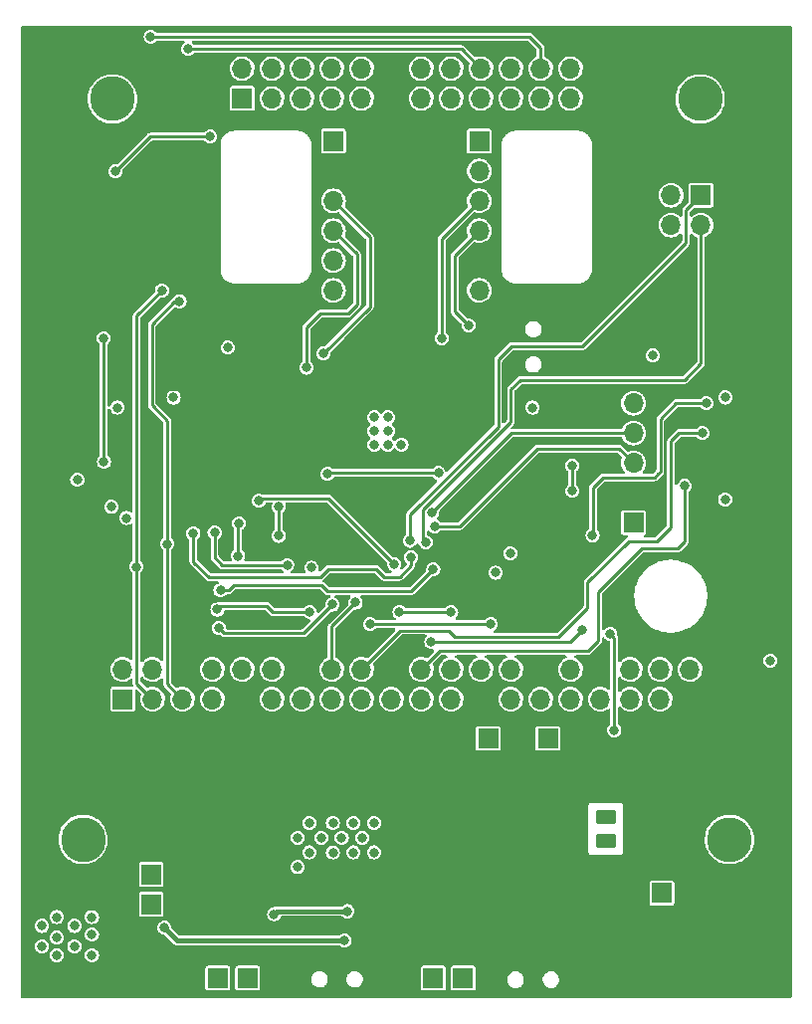
<source format=gbl>
%TF.GenerationSoftware,KiCad,Pcbnew,(6.0.0-0)*%
%TF.CreationDate,2022-06-01T15:58:03+02:00*%
%TF.ProjectId,Zumo_PiZero,5a756d6f-5f50-4695-9a65-726f2e6b6963,rev?*%
%TF.SameCoordinates,Original*%
%TF.FileFunction,Copper,L4,Bot*%
%TF.FilePolarity,Positive*%
%FSLAX46Y46*%
G04 Gerber Fmt 4.6, Leading zero omitted, Abs format (unit mm)*
G04 Created by KiCad (PCBNEW (6.0.0-0)) date 2022-06-01 15:58:03*
%MOMM*%
%LPD*%
G01*
G04 APERTURE LIST*
G04 Aperture macros list*
%AMRoundRect*
0 Rectangle with rounded corners*
0 $1 Rounding radius*
0 $2 $3 $4 $5 $6 $7 $8 $9 X,Y pos of 4 corners*
0 Add a 4 corners polygon primitive as box body*
4,1,4,$2,$3,$4,$5,$6,$7,$8,$9,$2,$3,0*
0 Add four circle primitives for the rounded corners*
1,1,$1+$1,$2,$3*
1,1,$1+$1,$4,$5*
1,1,$1+$1,$6,$7*
1,1,$1+$1,$8,$9*
0 Add four rect primitives between the rounded corners*
20,1,$1+$1,$2,$3,$4,$5,0*
20,1,$1+$1,$4,$5,$6,$7,0*
20,1,$1+$1,$6,$7,$8,$9,0*
20,1,$1+$1,$8,$9,$2,$3,0*%
G04 Aperture macros list end*
%TA.AperFunction,ComponentPad*%
%ADD10R,1.700000X1.700000*%
%TD*%
%TA.AperFunction,ComponentPad*%
%ADD11RoundRect,0.250000X-0.625000X0.350000X-0.625000X-0.350000X0.625000X-0.350000X0.625000X0.350000X0*%
%TD*%
%TA.AperFunction,WasherPad*%
%ADD12C,3.800000*%
%TD*%
%TA.AperFunction,ComponentPad*%
%ADD13O,1.700000X1.700000*%
%TD*%
%TA.AperFunction,ViaPad*%
%ADD14C,0.800000*%
%TD*%
%TA.AperFunction,Conductor*%
%ADD15C,0.250000*%
%TD*%
%TA.AperFunction,Conductor*%
%ADD16C,0.400000*%
%TD*%
G04 APERTURE END LIST*
D10*
%TO.P,U1,1,GND*%
%TO.N,GND*%
X134750000Y-136495000D03*
%TO.P,U1,2,BATT+*%
%TO.N,+BATT*%
X134750000Y-133955000D03*
D11*
%TO.P,U1,3,BATT+*%
%TO.N,unconnected-(U1-Pad3)*%
X129950000Y-129495000D03*
%TO.P,U1,4,GND*%
%TO.N,unconnected-(U1-Pad4)*%
X129950000Y-127495000D03*
D10*
%TO.P,U1,5,GND*%
%TO.N,GND*%
X127580000Y-120795000D03*
%TO.P,U1,6,!PG*%
%TO.N,~{PG}*%
X125040000Y-120795000D03*
%TO.P,U1,7,GND*%
%TO.N,GND*%
X122500000Y-120795000D03*
%TO.P,U1,8,!CHG*%
%TO.N,~{CHG}*%
X119960000Y-120795000D03*
%TO.P,U1,9,GND*%
%TO.N,GND*%
X91300000Y-127293000D03*
%TO.P,U1,10,GND*%
X91300000Y-129833000D03*
%TO.P,U1,11,5.17V*%
%TO.N,VPP*%
X91300000Y-132373000D03*
%TO.P,U1,12,5.17V*%
X91300000Y-134913000D03*
%TO.P,U1,13,V_{CC}*%
%TO.N,unconnected-(U1-Pad13)*%
X96960000Y-141195000D03*
%TO.P,U1,14,EN*%
%TO.N,unconnected-(U1-Pad14)*%
X99500000Y-141195000D03*
%TO.P,U1,15,GND*%
%TO.N,unconnected-(U1-Pad15)*%
X115300000Y-141195000D03*
%TO.P,U1,16,VBUS*%
%TO.N,unconnected-(U1-Pad16)*%
X117840000Y-141195000D03*
%TD*%
D12*
%TO.P,H1,*%
%TO.N,*%
X88000000Y-66400000D03*
%TD*%
%TO.P,H3,*%
%TO.N,*%
X140500000Y-129400000D03*
%TD*%
%TO.P,H2,*%
%TO.N,*%
X138000000Y-66400000D03*
%TD*%
D10*
%TO.P,J5,1,Pin_1*%
%TO.N,/Controller MCU/LEFT_MOTOR_A*%
X106801000Y-69983000D03*
D13*
%TO.P,J5,2,Pin_2*%
%TO.N,GND*%
X106801000Y-72523000D03*
%TO.P,J5,3,Pin_3*%
%TO.N,/Controller MCU/LEFT_ENCODER_A*%
X106801000Y-75063000D03*
%TO.P,J5,4,Pin_4*%
%TO.N,/Controller MCU/LEFT_ENCODER_B*%
X106801000Y-77603000D03*
%TO.P,J5,5,Pin_5*%
%TO.N,+3V3*%
X106801000Y-80143000D03*
%TO.P,J5,6,Pin_6*%
%TO.N,/Controller MCU/LEFT_MOTOR_B*%
X106801000Y-82683000D03*
%TD*%
D10*
%TO.P,J6,1,Pin_1*%
%TO.N,/Controller MCU/RIGHT_MOTOR_B*%
X119199000Y-69983000D03*
D13*
%TO.P,J6,2,Pin_2*%
%TO.N,+3V3*%
X119199000Y-72523000D03*
%TO.P,J6,3,Pin_3*%
%TO.N,/Controller MCU/RIGHT_ENCODER_A*%
X119199000Y-75063000D03*
%TO.P,J6,4,Pin_4*%
%TO.N,/Controller MCU/RIGHT_ENCODER_B*%
X119199000Y-77603000D03*
%TO.P,J6,5,Pin_5*%
%TO.N,GND*%
X119199000Y-80143000D03*
%TO.P,J6,6,Pin_6*%
%TO.N,/Controller MCU/RIGHT_MOTOR_A*%
X119199000Y-82683000D03*
%TD*%
D10*
%TO.P,J2,1,Pin_1*%
%TO.N,/Controller MCU/SERVO1*%
X138065000Y-74583000D03*
D13*
%TO.P,J2,2,Pin_2*%
%TO.N,/Controller MCU/SERVO2*%
X138065000Y-77123000D03*
%TO.P,J2,3,Pin_3*%
%TO.N,VDC*%
X135525000Y-74583000D03*
%TO.P,J2,4,Pin_4*%
X135525000Y-77123000D03*
%TO.P,J2,5,Pin_5*%
%TO.N,GND*%
X132985000Y-74583000D03*
%TO.P,J2,6,Pin_6*%
X132985000Y-77123000D03*
%TD*%
D12*
%TO.P,H4,*%
%TO.N,*%
X85500000Y-129400000D03*
%TD*%
D10*
%TO.P,U3,1,3v3_Power*%
%TO.N,unconnected-(U3-Pad1)*%
X88870000Y-117474000D03*
D13*
%TO.P,U3,2,5V_Power*%
%TO.N,+5V*%
X88870000Y-114934000D03*
%TO.P,U3,3,GPIO2_WIRING8(I2C1_SDA/SMI_SA3/DPI_VSYNC/AVEOUT_VSYNC/AVEIN_VSYNC)*%
%TO.N,SDA*%
X91410000Y-117474000D03*
%TO.P,U3,4,5V_Power*%
%TO.N,+5V*%
X91410000Y-114934000D03*
%TO.P,U3,5,GPIO3_WIRING9(I2C1_SCL/SMI_SA2/DPI_HSYNC/AVEOUT_HSYNC/AVEIN_HSYNC)*%
%TO.N,SCL*%
X93950000Y-117474000D03*
%TO.P,U3,6,Ground*%
%TO.N,GND*%
X93950000Y-114934000D03*
%TO.P,U3,7,GPIO4_WIRING7(GPCLK0/SMI_SA1/DPI_D0/AVEOUT_VID0/AVEIN_VID0/JTAG_TDI)*%
%TO.N,unconnected-(U3-Pad7)*%
X96490000Y-117474000D03*
%TO.P,U3,8,(UART1_TXD/AVEIN_VID10/AVEOUT_VID10/DSI_D10/SMI_SD6/UART0_TXD)WIRING15_GPIO14*%
%TO.N,unconnected-(U3-Pad8)*%
X96490000Y-114934000D03*
%TO.P,U3,9,Ground*%
%TO.N,GND*%
X99030000Y-117474000D03*
%TO.P,U3,10,(UART1_RXD/AVEIN_VID11/AVEOUT_VID11/DPI_D11/SMI_SD7/UART0_RXD)WIRING16_GPIO15*%
%TO.N,unconnected-(U3-Pad10)*%
X99030000Y-114934000D03*
%TO.P,U3,11,GPIO17_WIRING0(FL1/SMI_SD9/DPI_D13/UART0_RTS/SPI1_CE1/UART1_RTS)*%
%TO.N,unconnected-(U3-Pad11)*%
X101570000Y-117474000D03*
%TO.P,U3,12,(PWM0/SPI1_CE0/I2CSCL_SDA_/MOSI/DPI_D14/SMI_SD10/PCM_CLK)WIRING1_GPIO18*%
%TO.N,~{RST}*%
X101570000Y-114934000D03*
%TO.P,U3,13,GPIO27_WIRING27(SD0_DAT3/TE1/DPI_D23/SD1_DAT3/JTAG_TMS)*%
%TO.N,unconnected-(U3-Pad13)*%
X104110000Y-117474000D03*
%TO.P,U3,14,Ground*%
%TO.N,GND*%
X104110000Y-114934000D03*
%TO.P,U3,15,GPIO22_WIRING3(SD0_CLK/SMI_SD14/DPI_D18/SD1_CLK/JTAG_TRST)*%
%TO.N,unconnected-(U3-Pad15)*%
X106650000Y-117474000D03*
%TO.P,U3,16,JTAG_RTCK/SD1_CMD/DPI_D19/SMI_SD15/SD0_CMD)WIRING4_GPIO23*%
%TO.N,RPI_POWER_STATUS*%
X106650000Y-114934000D03*
%TO.P,U3,17,3v3_Power*%
%TO.N,unconnected-(U3-Pad17)*%
X109190000Y-117474000D03*
%TO.P,U3,18,(JTAG_TDO/SD1_DAT0/DPI_D20/SMI_SD16/SD0_DAT0)WIRING5_GPIO24*%
%TO.N,SWDIO*%
X109190000Y-114934000D03*
%TO.P,U3,19,GPIO10_WIRING12(SPI0_MOSI/SMI_SD2/DPI_D6/AVEOUT_VID6/AVEIN_VID6)*%
%TO.N,unconnected-(U3-Pad19)*%
X111730000Y-117474000D03*
%TO.P,U3,20,Ground*%
%TO.N,GND*%
X111730000Y-114934000D03*
%TO.P,U3,21,GPIO9_WIRING13(SPI0_MISO/SMI_SD1/DPI_D5/AVEOUT_VID5/AVEIN_VID5)*%
%TO.N,unconnected-(U3-Pad21)*%
X114270000Y-117474000D03*
%TO.P,U3,22,(JTAG_TCK/SD1_DAT1/DPI_D21/SMI_SD17/SD0_DAT1)WIRING6_GPIO25*%
%TO.N,SWCLK*%
X114270000Y-114934000D03*
%TO.P,U3,23,GPIO11_WIRING14(SPI0_SCLK/SMI_SD3/DPI_D7/AVEOUT_VID7/AVEIN_VID7)*%
%TO.N,unconnected-(U3-Pad23)*%
X116810000Y-117474000D03*
%TO.P,U3,24,(AVEIN_VID4/AVEOUT_VID4/DPI_D4/SMI_SD0/SPI0_CE0)WIRING10_GPIO8*%
%TO.N,RPI_POWER_DOWN*%
X116810000Y-114934000D03*
%TO.P,U3,25,Ground*%
%TO.N,GND*%
X119350000Y-117474000D03*
%TO.P,U3,26,(AVEIN_VID3/AVEOUT_VID3/DPI_D3/SMI_SWE_N_/SRW_N/SPI0_CE1)WIRNG11_GPIO7*%
%TO.N,unconnected-(U3-Pad26)*%
X119350000Y-114934000D03*
%TO.P,U3,27,GPIO0_WIRING30(I2C0_SDA/SMI_SA5/DPI_CLK/AVEOUT_VCLK/AVEIN_VCLK)*%
%TO.N,unconnected-(U3-Pad27)*%
X121890000Y-117474000D03*
%TO.P,U3,28,(AVEIN_DSYNC/AVEOUT_DSYNC/DPI_DEN/SMI_SA4/I2C0_SCL)WIRING31_GPIO1*%
%TO.N,unconnected-(U3-Pad28)*%
X121890000Y-114934000D03*
%TO.P,U3,29,GPIO5_WIRING21(GPCLK1/SMI_SA0/DPI_D1/AVEOUT_VID1/AVEIN_VID1/JTAG_TDO)*%
%TO.N,unconnected-(U3-Pad29)*%
X124430000Y-117474000D03*
%TO.P,U3,30,Ground*%
%TO.N,GND*%
X124430000Y-114934000D03*
%TO.P,U3,31,GPIO6_WIRING22(GPCLK2/SMI_SOE_N/SE/DPI_D2/AVEOUT_VID2/AVEIN_VID2/JTAG_RTCK)*%
%TO.N,unconnected-(U3-Pad31)*%
X126970000Y-117474000D03*
%TO.P,U3,32,(JTAG_TMS/AVEIN_VID8/AVEOUT_VID8/DPI_D8/SMI_SD4/PWM0)WIRING26_GPIO12*%
%TO.N,unconnected-(U3-Pad32)*%
X126970000Y-114934000D03*
%TO.P,U3,33,GPIO13_WIRING23(PWM1/SMI_SD5/DPI_D9/AVEOUT_VID9/AVEIN_VID9/JTAG_TCK)*%
%TO.N,unconnected-(U3-Pad33)*%
X129510000Y-117474000D03*
%TO.P,U3,34,Ground*%
%TO.N,GND*%
X129510000Y-114934000D03*
%TO.P,U3,35,GPIO19_WIRING24(PCM_FS/SMI_SD11/DPI_D15/I2CSL_SCL_/SCLK/SPI1_MISO/PWM1)*%
%TO.N,unconnected-(U3-Pad35)*%
X132050000Y-117474000D03*
%TO.P,U3,36,(UART1_CTS/SPI1_CE2/UART0_CTS/DPI_D12/SMI_SD8/FL0)WIRING27_GPIO16*%
%TO.N,unconnected-(U3-Pad36)*%
X132050000Y-114934000D03*
%TO.P,U3,37,GPIO26_WIRING25(SD0_DAT2/TE0/DPI_D22/SD1_DAT2/JTAG_TDI)*%
%TO.N,unconnected-(U3-Pad37)*%
X134590000Y-117474000D03*
%TO.P,U3,38,(GPCLK0/SPI1_MOSI/I2CSL_MISO/DPI_D16/SMI_SD12/PCM_DIN)WIRING28_GPIO20*%
%TO.N,unconnected-(U3-Pad38)*%
X134590000Y-114934000D03*
%TO.P,U3,39,Ground*%
%TO.N,GND*%
X137130000Y-117474000D03*
%TO.P,U3,40,(GPCLK1/SPI1_SCLK/I2CSL_CE/DPI_D17/SMI_SD13/PCM_DOUT)WIRING29_GPIO21*%
%TO.N,unconnected-(U3-Pad40)*%
X137130000Y-114934000D03*
%TD*%
D10*
%TO.P,J3,1,Pin_1*%
%TO.N,+3V3*%
X132333000Y-102444000D03*
D13*
%TO.P,J3,2,Pin_2*%
%TO.N,GND*%
X132333000Y-99904000D03*
%TO.P,J3,3,Pin_3*%
%TO.N,/Controller MCU/MCU_SWCLK*%
X132333000Y-97364000D03*
%TO.P,J3,4,Pin_4*%
%TO.N,/Controller MCU/MCU_SWDIO*%
X132333000Y-94824000D03*
%TO.P,J3,5,Pin_5*%
%TO.N,/Controller MCU/MCU_~{RST}*%
X132333000Y-92284000D03*
%TD*%
D10*
%TO.P,J1,1,V_POWER*%
%TO.N,VDC*%
X99030000Y-66350000D03*
D13*
%TO.P,J1,2,DUD2*%
%TO.N,unconnected-(J1-Pad2)*%
X99030000Y-63810000D03*
%TO.P,J1,3,ZSA_0*%
%TO.N,/Controller MCU/ZSA_0*%
X101570000Y-66350000D03*
%TO.P,J1,4,ZSA_1*%
%TO.N,/Controller MCU/ZSA_1*%
X101570000Y-63810000D03*
%TO.P,J1,5,DUD5*%
%TO.N,unconnected-(J1-Pad5)*%
X104110000Y-66350000D03*
%TO.P,J1,6,DUD6*%
%TO.N,unconnected-(J1-Pad6)*%
X104110000Y-63810000D03*
%TO.P,J1,7,DUD7*%
%TO.N,unconnected-(J1-Pad7)*%
X106650000Y-66350000D03*
%TO.P,J1,8,DUD8*%
%TO.N,unconnected-(J1-Pad8)*%
X106650000Y-63810000D03*
%TO.P,J1,9,ZSA2*%
%TO.N,/Controller MCU/ZSA_2*%
X109190000Y-66350000D03*
%TO.P,J1,10,DUD10*%
%TO.N,unconnected-(J1-Pad10)*%
X109190000Y-63810000D03*
%TO.P,J1,11,GND*%
%TO.N,GND*%
X111730000Y-66350000D03*
%TO.P,J1,12,GND*%
X111730000Y-63810000D03*
%TO.P,J1,13,DUD13*%
%TO.N,unconnected-(J1-Pad13)*%
X114270000Y-66350000D03*
%TO.P,J1,14,V_LOGIC*%
%TO.N,+3V3*%
X114270000Y-63810000D03*
%TO.P,J1,15,ZSA_5*%
%TO.N,/Controller MCU/ZSA_5*%
X116810000Y-66350000D03*
%TO.P,J1,16,LED_CONTRO1*%
%TO.N,/Controller MCU/ZSA_LED*%
X116810000Y-63810000D03*
%TO.P,J1,17,LED_CONTROL2*%
X119350000Y-66350000D03*
%TO.P,J1,18,ZSA_4*%
%TO.N,/Controller MCU/ZSA_4*%
X119350000Y-63810000D03*
%TO.P,J1,19,DUD19*%
%TO.N,unconnected-(J1-Pad19)*%
X121890000Y-66350000D03*
%TO.P,J1,20,DUD20*%
%TO.N,unconnected-(J1-Pad20)*%
X121890000Y-63810000D03*
%TO.P,J1,21,DUD21*%
%TO.N,unconnected-(J1-Pad21)*%
X124430000Y-66350000D03*
%TO.P,J1,22,ZSA_3*%
%TO.N,/Controller MCU/ZSA_3*%
X124430000Y-63810000D03*
%TO.P,J1,23,DUD23*%
%TO.N,unconnected-(J1-Pad23)*%
X126970000Y-66350000D03*
%TO.P,J1,24,DUD24*%
%TO.N,unconnected-(J1-Pad24)*%
X126970000Y-63810000D03*
%TD*%
D14*
%TO.N,GND*%
X121957000Y-135665000D03*
X121957000Y-130183000D03*
X114302000Y-130118000D03*
X109015000Y-132194000D03*
X102087000Y-133097000D03*
X102119000Y-130090000D03*
X87354000Y-133183000D03*
X103200000Y-120400000D03*
X88000000Y-105200000D03*
X130400000Y-141200000D03*
X112140000Y-86865000D03*
X117800000Y-133600000D03*
X99238000Y-99861000D03*
X92200000Y-63200000D03*
X85600000Y-105200000D03*
X100736000Y-86768000D03*
X110000000Y-124400000D03*
X144200000Y-141000000D03*
X98600000Y-90600000D03*
X116810000Y-97205000D03*
X113660000Y-88285000D03*
X96250000Y-131750000D03*
X115750000Y-92750000D03*
X91200000Y-80600000D03*
X144200000Y-63600000D03*
X144000000Y-122200000D03*
X126000000Y-106400000D03*
X89000000Y-112200000D03*
X126000000Y-104200000D03*
X144600000Y-79000000D03*
X144200000Y-69800000D03*
X102888000Y-88737000D03*
X91000000Y-74600000D03*
X135121000Y-86773000D03*
X126000000Y-101600000D03*
X98496000Y-110652000D03*
X116600000Y-124400000D03*
X85200000Y-72800000D03*
X144000000Y-130200000D03*
X86650000Y-100200000D03*
X131400000Y-69800000D03*
X137800000Y-141000000D03*
X96400000Y-92200000D03*
X91400000Y-110400000D03*
X103985000Y-84054000D03*
X116919000Y-85631000D03*
X111800000Y-137800000D03*
X87350000Y-77800000D03*
X88225000Y-126667000D03*
X111800000Y-133800000D03*
X131400000Y-63600000D03*
X122140000Y-106340000D03*
X144600000Y-90200000D03*
X99194000Y-108663000D03*
X85600000Y-97400000D03*
X144600000Y-102600000D03*
X98000000Y-131750000D03*
X89000000Y-108200000D03*
X129600000Y-91400000D03*
X132177000Y-86871000D03*
X117800000Y-137800000D03*
X93200000Y-77200000D03*
X138800000Y-102800000D03*
X107088000Y-107362000D03*
X105419000Y-86754000D03*
X112140000Y-88285000D03*
X101013000Y-101788000D03*
X107800000Y-99800000D03*
X103200000Y-124400000D03*
X82200000Y-62800000D03*
X110000000Y-120200000D03*
X91600000Y-120400000D03*
X113660000Y-86865000D03*
X85400000Y-108200000D03*
X97400000Y-120200000D03*
X111978000Y-104418000D03*
X119813000Y-99180000D03*
X126000000Y-108600000D03*
X112900000Y-87575000D03*
X85600000Y-112200000D03*
X116600000Y-120200000D03*
X91400000Y-100600000D03*
%TO.N,+3V3*%
X123750000Y-92650000D03*
X109250000Y-129250000D03*
X87900000Y-101100000D03*
X104750000Y-128000000D03*
X85000000Y-98800000D03*
X97800000Y-87550000D03*
X106750000Y-128000000D03*
X103750000Y-129250000D03*
X108500000Y-130500000D03*
X140139000Y-91792000D03*
X121848000Y-105056000D03*
X110250000Y-128000000D03*
X140122000Y-100466000D03*
X89200000Y-102050000D03*
X108500000Y-128000000D03*
X104932000Y-106274500D03*
X104750000Y-130500000D03*
X103750000Y-131750000D03*
X105750000Y-129250000D03*
X88400000Y-92650000D03*
X143983000Y-114183000D03*
X107500000Y-129250000D03*
X133964000Y-88222000D03*
X110250000Y-130500000D03*
X120600000Y-106700000D03*
X106750000Y-130500000D03*
X93200000Y-91800000D03*
%TO.N,SDA*%
X90050000Y-106200000D03*
X92200000Y-82700000D03*
%TO.N,SCL*%
X92650000Y-104250000D03*
X93700000Y-83600000D03*
%TO.N,SWDIO*%
X138196000Y-94830000D03*
%TO.N,SWCLK*%
X136679000Y-99313000D03*
%TO.N,VDC*%
X112590000Y-95800000D03*
X84750000Y-138500000D03*
X110270000Y-95800000D03*
X84750000Y-136750000D03*
X86250000Y-139250000D03*
X83250000Y-137750000D03*
X111430000Y-95800000D03*
X111430000Y-93480000D03*
X108000000Y-135500000D03*
X86250000Y-136000000D03*
X110270000Y-94640000D03*
X101750000Y-135750000D03*
X82000000Y-136750000D03*
X82000000Y-138500000D03*
X111430000Y-94640000D03*
X83250000Y-139250000D03*
X110270000Y-93480000D03*
X83250000Y-136000000D03*
X86250000Y-137500000D03*
%TO.N,Net-(D1-Pad4)*%
X107750000Y-138000000D03*
X92405000Y-136905000D03*
%TO.N,+BATT*%
X130694000Y-120089000D03*
X127127000Y-99743000D03*
X127113000Y-97584000D03*
X130353000Y-111887000D03*
%TO.N,/Controller MCU/MCU_SWCLK*%
X115411000Y-102756000D03*
%TO.N,/Controller MCU/MCU_SWDIO*%
X115201000Y-101573000D03*
%TO.N,~{RST}*%
X138527000Y-92290000D03*
X115128000Y-112602000D03*
X128844000Y-103512000D03*
X127993000Y-111560000D03*
%TO.N,/Controller MCU/LEFT_ENCODER_A*%
X105950000Y-88050000D03*
%TO.N,/Controller MCU/LEFT_ENCODER_B*%
X104500000Y-89250000D03*
%TO.N,/Controller MCU/RIGHT_ENCODER_A*%
X116000000Y-86750000D03*
%TO.N,/Controller MCU/RIGHT_ENCODER_B*%
X118294000Y-85640000D03*
%TO.N,/Controller MCU/ZSA_LED*%
X88250000Y-72550000D03*
X96300000Y-69600000D03*
%TO.N,/Controller MCU/ZSA_4*%
X94450000Y-62150000D03*
%TO.N,/Controller MCU/ZSA_3*%
X102161000Y-103562000D03*
X91250000Y-61100000D03*
X102150000Y-101100000D03*
%TO.N,/Controller MCU/MPU6050_INT*%
X106309000Y-98304000D03*
X115737000Y-98218000D03*
%TO.N,/Controller MCU/RED_LED*%
X113398000Y-105388000D03*
X94880000Y-103362000D03*
%TO.N,/Controller MCU/BLUE_LED*%
X98760000Y-102502000D03*
X98690000Y-105265000D03*
%TO.N,/Controller MCU/GREEN_LED*%
X96685000Y-103292000D03*
X102860000Y-106045000D03*
%TO.N,/Controller MCU/SERVO1*%
X113294000Y-103973000D03*
%TO.N,/Controller MCU/SERVO2*%
X114644000Y-104105000D03*
%TO.N,/Controller MCU/BUTTON_1*%
X120194000Y-111078000D03*
X109905000Y-111077000D03*
%TO.N,/Controller MCU/BUTTON_2*%
X100452000Y-100582000D03*
X87250000Y-86750000D03*
X111934698Y-105950698D03*
X87275000Y-97270000D03*
%TO.N,RPI_POWER_DOWN*%
X116815000Y-110075000D03*
X112420000Y-110043000D03*
%TO.N,RPI_POWER_STATUS*%
X108680000Y-109241000D03*
%TO.N,/Controller MCU/SPI_~{SS}*%
X97186000Y-108203000D03*
X115294000Y-106417000D03*
%TO.N,/Controller MCU/SPI_MISO*%
X104796000Y-110065000D03*
X96926000Y-109834000D03*
%TO.N,/Controller MCU/FLASH_~{WP}*%
X106714000Y-109411000D03*
X97034000Y-111399000D03*
%TD*%
D15*
%TO.N,SWDIO*%
X112501000Y-111623000D02*
X116590000Y-111623000D01*
X134295000Y-104042000D02*
X135522000Y-102815000D01*
X117124480Y-112157480D02*
X125947542Y-112157480D01*
X125947542Y-112157480D02*
X128415000Y-109690022D01*
X136188000Y-94830000D02*
X138196000Y-94830000D01*
X131908000Y-104042000D02*
X134295000Y-104042000D01*
X116590000Y-111623000D02*
X117124480Y-112157480D01*
X135522000Y-102815000D02*
X135522000Y-95496000D01*
X109190000Y-114934000D02*
X112501000Y-111623000D01*
X135522000Y-95496000D02*
X136188000Y-94830000D01*
X128415000Y-109690022D02*
X128415000Y-107535000D01*
X128415000Y-107535000D02*
X131908000Y-104042000D01*
%TO.N,SDA*%
X90050000Y-106200000D02*
X90050000Y-84850000D01*
X90050000Y-84850000D02*
X92200000Y-82700000D01*
X90050000Y-116114000D02*
X90050000Y-106200000D01*
X91410000Y-117474000D02*
X90050000Y-116114000D01*
%TO.N,SCL*%
X92650000Y-93750000D02*
X91450000Y-92550000D01*
X93300000Y-83600000D02*
X93700000Y-83600000D01*
X92650000Y-116174000D02*
X92650000Y-104250000D01*
X93950000Y-117474000D02*
X92650000Y-116174000D01*
X91450000Y-92550000D02*
X91350000Y-92450000D01*
X91350000Y-92450000D02*
X91350000Y-87000000D01*
X92650000Y-104250000D02*
X92650000Y-93750000D01*
X93250000Y-83650000D02*
X93300000Y-83600000D01*
X91350000Y-87000000D02*
X91350000Y-85550000D01*
X91350000Y-85550000D02*
X93250000Y-83650000D01*
%TO.N,SWCLK*%
X136681000Y-104058000D02*
X136681000Y-99315000D01*
X129299000Y-108356000D02*
X133015000Y-104640000D01*
X114270000Y-114934000D02*
X115816000Y-113388000D01*
X133015000Y-104640000D02*
X136099000Y-104640000D01*
X115816000Y-113388000D02*
X128442000Y-113388000D01*
X128442000Y-113388000D02*
X129299000Y-112531000D01*
X136099000Y-104640000D02*
X136681000Y-104058000D01*
X129299000Y-112531000D02*
X129299000Y-108356000D01*
X136681000Y-99315000D02*
X136679000Y-99313000D01*
D16*
%TO.N,VDC*%
X102000000Y-135500000D02*
X101750000Y-135750000D01*
X108000000Y-135500000D02*
X102000000Y-135500000D01*
%TO.N,Net-(D1-Pad4)*%
X93500000Y-138000000D02*
X106000000Y-138000000D01*
X92405000Y-136905000D02*
X93500000Y-138000000D01*
X106000000Y-138000000D02*
X107750000Y-138000000D01*
D15*
%TO.N,+BATT*%
X130684511Y-120079511D02*
X130694000Y-120089000D01*
X127113000Y-99729000D02*
X127127000Y-99743000D01*
X127113000Y-97584000D02*
X127113000Y-99729000D01*
X130353000Y-111887000D02*
X130684511Y-112218511D01*
X130684511Y-112218511D02*
X130684511Y-120079511D01*
%TO.N,/Controller MCU/MCU_SWCLK*%
X132333000Y-97364000D02*
X131126000Y-96157000D01*
X117520000Y-102756000D02*
X115411000Y-102756000D01*
X124119000Y-96157000D02*
X117520000Y-102756000D01*
X131126000Y-96157000D02*
X124119000Y-96157000D01*
%TO.N,/Controller MCU/MCU_SWDIO*%
X121950000Y-94824000D02*
X132333000Y-94824000D01*
X115201000Y-101573000D02*
X121950000Y-94824000D01*
%TO.N,~{RST}*%
X134606000Y-93621000D02*
X135937000Y-92290000D01*
X128861000Y-99488000D02*
X129759000Y-98590000D01*
X134606000Y-98098000D02*
X134606000Y-93621000D01*
X135937000Y-92290000D02*
X138527000Y-92290000D01*
X134408000Y-98296000D02*
X134606000Y-98098000D01*
X126951000Y-112602000D02*
X127993000Y-111560000D01*
X128844000Y-103512000D02*
X128861000Y-103495000D01*
X132960000Y-98590000D02*
X134114000Y-98590000D01*
X129759000Y-98590000D02*
X132960000Y-98590000D01*
X128861000Y-103495000D02*
X128861000Y-99488000D01*
X134114000Y-98590000D02*
X134408000Y-98296000D01*
X115128000Y-112602000D02*
X126951000Y-112602000D01*
%TO.N,/Controller MCU/LEFT_ENCODER_A*%
X105950000Y-88050000D02*
X109900000Y-84100000D01*
X109900000Y-78162000D02*
X106801000Y-75063000D01*
X109900000Y-84100000D02*
X109900000Y-78162000D01*
%TO.N,/Controller MCU/LEFT_ENCODER_B*%
X104500000Y-85845000D02*
X105714000Y-84631000D01*
X108800000Y-83908000D02*
X108800000Y-79602000D01*
X105714000Y-84631000D02*
X108077000Y-84631000D01*
X108077000Y-84631000D02*
X108800000Y-83908000D01*
X104500000Y-89250000D02*
X104500000Y-85845000D01*
X108800000Y-79602000D02*
X106801000Y-77603000D01*
%TO.N,/Controller MCU/RIGHT_ENCODER_A*%
X116000000Y-78262000D02*
X119199000Y-75063000D01*
X116000000Y-86750000D02*
X116000000Y-78262000D01*
%TO.N,/Controller MCU/RIGHT_ENCODER_B*%
X117100000Y-84446000D02*
X117100000Y-79702000D01*
X117100000Y-79702000D02*
X119199000Y-77603000D01*
X118294000Y-85640000D02*
X117100000Y-84446000D01*
%TO.N,/Controller MCU/ZSA_LED*%
X91200000Y-69600000D02*
X96300000Y-69600000D01*
X88250000Y-72550000D02*
X91200000Y-69600000D01*
%TO.N,/Controller MCU/ZSA_4*%
X94450000Y-62150000D02*
X117690000Y-62150000D01*
X117690000Y-62150000D02*
X119350000Y-63810000D01*
%TO.N,/Controller MCU/ZSA_3*%
X124430000Y-62080000D02*
X123450000Y-61100000D01*
X124430000Y-63810000D02*
X124430000Y-62080000D01*
X91250000Y-61100000D02*
X123450000Y-61100000D01*
X102161000Y-103562000D02*
X102161000Y-101111000D01*
X102161000Y-101111000D02*
X102150000Y-101100000D01*
%TO.N,/Controller MCU/MPU6050_INT*%
X115737000Y-98218000D02*
X106395000Y-98218000D01*
X106395000Y-98218000D02*
X106309000Y-98304000D01*
%TO.N,/Controller MCU/RED_LED*%
X111086000Y-107059000D02*
X110418000Y-106391000D01*
X110418000Y-106391000D02*
X106347000Y-106391000D01*
X113398000Y-105388000D02*
X113398000Y-106099000D01*
X105669000Y-107069000D02*
X96169000Y-107069000D01*
X94880000Y-105780000D02*
X94880000Y-103362000D01*
X96169000Y-107069000D02*
X94880000Y-105780000D01*
X106347000Y-106391000D02*
X105669000Y-107069000D01*
X112438000Y-107059000D02*
X111086000Y-107059000D01*
X113398000Y-106099000D02*
X112438000Y-107059000D01*
%TO.N,/Controller MCU/BLUE_LED*%
X98690000Y-102572000D02*
X98760000Y-102502000D01*
X98690000Y-105265000D02*
X98690000Y-102572000D01*
%TO.N,/Controller MCU/GREEN_LED*%
X102838000Y-106067000D02*
X102860000Y-106045000D01*
X96685000Y-103292000D02*
X96685000Y-105411000D01*
X97341000Y-106067000D02*
X102838000Y-106067000D01*
X96685000Y-105411000D02*
X97341000Y-106067000D01*
%TO.N,/Controller MCU/SERVO1*%
X113294000Y-103973000D02*
X113294000Y-101769000D01*
X136800000Y-78620000D02*
X136800000Y-75848000D01*
X121937000Y-87440000D02*
X127980000Y-87440000D01*
X120804000Y-88573000D02*
X121937000Y-87440000D01*
X136800000Y-75848000D02*
X138065000Y-74583000D01*
X120804000Y-94259000D02*
X120804000Y-88573000D01*
X113294000Y-101769000D02*
X120804000Y-94259000D01*
X127980000Y-87440000D02*
X136800000Y-78620000D01*
%TO.N,/Controller MCU/SERVO2*%
X138065000Y-88920000D02*
X138065000Y-81221000D01*
X138065000Y-81221000D02*
X138065000Y-77123000D01*
X122679000Y-90299000D02*
X136686000Y-90299000D01*
X114414000Y-101335386D02*
X121891386Y-93858000D01*
X121891386Y-93858000D02*
X121891386Y-91086614D01*
X114414000Y-103875000D02*
X114414000Y-101335386D01*
X121891386Y-91086614D02*
X122679000Y-90299000D01*
X114644000Y-104105000D02*
X114414000Y-103875000D01*
X136686000Y-90299000D02*
X138065000Y-88920000D01*
%TO.N,/Controller MCU/BUTTON_1*%
X118398000Y-111077000D02*
X120193000Y-111077000D01*
X109905000Y-111077000D02*
X118398000Y-111077000D01*
X120193000Y-111077000D02*
X120194000Y-111078000D01*
%TO.N,/Controller MCU/BUTTON_2*%
X100658511Y-100375489D02*
X100452000Y-100582000D01*
X106359489Y-100375489D02*
X100658511Y-100375489D01*
X87250000Y-97245000D02*
X87250000Y-86750000D01*
X111934698Y-105950698D02*
X106359489Y-100375489D01*
X87275000Y-97270000D02*
X87250000Y-97245000D01*
%TO.N,RPI_POWER_DOWN*%
X116783000Y-110043000D02*
X116815000Y-110075000D01*
X112420000Y-110043000D02*
X116783000Y-110043000D01*
%TO.N,RPI_POWER_STATUS*%
X108680000Y-109241000D02*
X106650000Y-111271000D01*
X106650000Y-111271000D02*
X106650000Y-114934000D01*
%TO.N,/Controller MCU/SPI_~{SS}*%
X98321000Y-107763000D02*
X105771000Y-107763000D01*
X106299000Y-108291000D02*
X113420000Y-108291000D01*
X105771000Y-107763000D02*
X106299000Y-108291000D01*
X97881000Y-108203000D02*
X98321000Y-107763000D01*
X97186000Y-108203000D02*
X97881000Y-108203000D01*
X113420000Y-108291000D02*
X115294000Y-106417000D01*
%TO.N,/Controller MCU/SPI_MISO*%
X101104000Y-109526000D02*
X97234000Y-109526000D01*
X97234000Y-109526000D02*
X96926000Y-109834000D01*
X104796000Y-110065000D02*
X101643000Y-110065000D01*
X101643000Y-110065000D02*
X101104000Y-109526000D01*
%TO.N,/Controller MCU/FLASH_~{WP}*%
X104268000Y-111857000D02*
X106714000Y-109411000D01*
X97492000Y-111857000D02*
X104268000Y-111857000D01*
X97034000Y-111399000D02*
X97492000Y-111857000D01*
%TD*%
%TA.AperFunction,Conductor*%
%TO.N,GND*%
G36*
X145742121Y-60220002D02*
G01*
X145788614Y-60273658D01*
X145800000Y-60326000D01*
X145800000Y-142774000D01*
X145779998Y-142842121D01*
X145726342Y-142888614D01*
X145674000Y-142900000D01*
X80326000Y-142900000D01*
X80257879Y-142879998D01*
X80211386Y-142826342D01*
X80200000Y-142774000D01*
X80200000Y-142064748D01*
X95909500Y-142064748D01*
X95921133Y-142123231D01*
X95965448Y-142189552D01*
X96031769Y-142233867D01*
X96043938Y-142236288D01*
X96043939Y-142236288D01*
X96084184Y-142244293D01*
X96090252Y-142245500D01*
X97829748Y-142245500D01*
X97835816Y-142244293D01*
X97876061Y-142236288D01*
X97876062Y-142236288D01*
X97888231Y-142233867D01*
X97954552Y-142189552D01*
X97998867Y-142123231D01*
X98010500Y-142064748D01*
X98449500Y-142064748D01*
X98461133Y-142123231D01*
X98505448Y-142189552D01*
X98571769Y-142233867D01*
X98583938Y-142236288D01*
X98583939Y-142236288D01*
X98624184Y-142244293D01*
X98630252Y-142245500D01*
X100369748Y-142245500D01*
X100375816Y-142244293D01*
X100416061Y-142236288D01*
X100416062Y-142236288D01*
X100428231Y-142233867D01*
X100494552Y-142189552D01*
X100538867Y-142123231D01*
X100550500Y-142064748D01*
X114249500Y-142064748D01*
X114261133Y-142123231D01*
X114305448Y-142189552D01*
X114371769Y-142233867D01*
X114383938Y-142236288D01*
X114383939Y-142236288D01*
X114424184Y-142244293D01*
X114430252Y-142245500D01*
X116169748Y-142245500D01*
X116175816Y-142244293D01*
X116216061Y-142236288D01*
X116216062Y-142236288D01*
X116228231Y-142233867D01*
X116294552Y-142189552D01*
X116338867Y-142123231D01*
X116350500Y-142064748D01*
X116789500Y-142064748D01*
X116801133Y-142123231D01*
X116845448Y-142189552D01*
X116911769Y-142233867D01*
X116923938Y-142236288D01*
X116923939Y-142236288D01*
X116964184Y-142244293D01*
X116970252Y-142245500D01*
X118709748Y-142245500D01*
X118715816Y-142244293D01*
X118756061Y-142236288D01*
X118756062Y-142236288D01*
X118768231Y-142233867D01*
X118834552Y-142189552D01*
X118878867Y-142123231D01*
X118890500Y-142064748D01*
X118890500Y-141411105D01*
X121599031Y-141411105D01*
X121638612Y-141575968D01*
X121716375Y-141726631D01*
X121721367Y-141732353D01*
X121721368Y-141732355D01*
X121783808Y-141803931D01*
X121827831Y-141854396D01*
X121834045Y-141858763D01*
X121960330Y-141947518D01*
X121960332Y-141947519D01*
X121966547Y-141951887D01*
X122124513Y-142013476D01*
X122132046Y-142014468D01*
X122132047Y-142014468D01*
X122249739Y-142029962D01*
X122253826Y-142030500D01*
X122342516Y-142030500D01*
X122468320Y-142015276D01*
X122626923Y-141955345D01*
X122671589Y-141924647D01*
X122760392Y-141863614D01*
X122760393Y-141863613D01*
X122766651Y-141859312D01*
X122776132Y-141848671D01*
X122874388Y-141738392D01*
X122874390Y-141738388D01*
X122879440Y-141732721D01*
X122886238Y-141719883D01*
X122955224Y-141589589D01*
X122958776Y-141582881D01*
X123000081Y-141418441D01*
X123000119Y-141411105D01*
X124599031Y-141411105D01*
X124638612Y-141575968D01*
X124716375Y-141726631D01*
X124721367Y-141732353D01*
X124721368Y-141732355D01*
X124783808Y-141803931D01*
X124827831Y-141854396D01*
X124834045Y-141858763D01*
X124960330Y-141947518D01*
X124960332Y-141947519D01*
X124966547Y-141951887D01*
X125124513Y-142013476D01*
X125132046Y-142014468D01*
X125132047Y-142014468D01*
X125249739Y-142029962D01*
X125253826Y-142030500D01*
X125342516Y-142030500D01*
X125468320Y-142015276D01*
X125626923Y-141955345D01*
X125671589Y-141924647D01*
X125760392Y-141863614D01*
X125760393Y-141863613D01*
X125766651Y-141859312D01*
X125776132Y-141848671D01*
X125874388Y-141738392D01*
X125874390Y-141738388D01*
X125879440Y-141732721D01*
X125886238Y-141719883D01*
X125955224Y-141589589D01*
X125958776Y-141582881D01*
X126000081Y-141418441D01*
X126000969Y-141248895D01*
X125995592Y-141226495D01*
X125963161Y-141091417D01*
X125961388Y-141084032D01*
X125942422Y-141047285D01*
X125887108Y-140940117D01*
X125887108Y-140940116D01*
X125883625Y-140933369D01*
X125878313Y-140927279D01*
X125777163Y-140811329D01*
X125772169Y-140805604D01*
X125713649Y-140764475D01*
X125639670Y-140712482D01*
X125639668Y-140712481D01*
X125633453Y-140708113D01*
X125475487Y-140646524D01*
X125467954Y-140645532D01*
X125467953Y-140645532D01*
X125350261Y-140630038D01*
X125350260Y-140630038D01*
X125346174Y-140629500D01*
X125257484Y-140629500D01*
X125131680Y-140644724D01*
X124973077Y-140704655D01*
X124966819Y-140708956D01*
X124868748Y-140776359D01*
X124833349Y-140800688D01*
X124828297Y-140806358D01*
X124828296Y-140806359D01*
X124725612Y-140921608D01*
X124725610Y-140921612D01*
X124720560Y-140927279D01*
X124717008Y-140933988D01*
X124717007Y-140933989D01*
X124684746Y-140994920D01*
X124641224Y-141077119D01*
X124599919Y-141241559D01*
X124599031Y-141411105D01*
X123000119Y-141411105D01*
X123000969Y-141248895D01*
X122995592Y-141226495D01*
X122963161Y-141091417D01*
X122961388Y-141084032D01*
X122942422Y-141047285D01*
X122887108Y-140940117D01*
X122887108Y-140940116D01*
X122883625Y-140933369D01*
X122878313Y-140927279D01*
X122777163Y-140811329D01*
X122772169Y-140805604D01*
X122713649Y-140764475D01*
X122639670Y-140712482D01*
X122639668Y-140712481D01*
X122633453Y-140708113D01*
X122475487Y-140646524D01*
X122467954Y-140645532D01*
X122467953Y-140645532D01*
X122350261Y-140630038D01*
X122350260Y-140630038D01*
X122346174Y-140629500D01*
X122257484Y-140629500D01*
X122131680Y-140644724D01*
X121973077Y-140704655D01*
X121966819Y-140708956D01*
X121868748Y-140776359D01*
X121833349Y-140800688D01*
X121828297Y-140806358D01*
X121828296Y-140806359D01*
X121725612Y-140921608D01*
X121725610Y-140921612D01*
X121720560Y-140927279D01*
X121717008Y-140933988D01*
X121717007Y-140933989D01*
X121684746Y-140994920D01*
X121641224Y-141077119D01*
X121599919Y-141241559D01*
X121599031Y-141411105D01*
X118890500Y-141411105D01*
X118890500Y-140325252D01*
X118878867Y-140266769D01*
X118834552Y-140200448D01*
X118768231Y-140156133D01*
X118756062Y-140153712D01*
X118756061Y-140153712D01*
X118715816Y-140145707D01*
X118709748Y-140144500D01*
X116970252Y-140144500D01*
X116964184Y-140145707D01*
X116923939Y-140153712D01*
X116923938Y-140153712D01*
X116911769Y-140156133D01*
X116845448Y-140200448D01*
X116801133Y-140266769D01*
X116789500Y-140325252D01*
X116789500Y-142064748D01*
X116350500Y-142064748D01*
X116350500Y-140325252D01*
X116338867Y-140266769D01*
X116294552Y-140200448D01*
X116228231Y-140156133D01*
X116216062Y-140153712D01*
X116216061Y-140153712D01*
X116175816Y-140145707D01*
X116169748Y-140144500D01*
X114430252Y-140144500D01*
X114424184Y-140145707D01*
X114383939Y-140153712D01*
X114383938Y-140153712D01*
X114371769Y-140156133D01*
X114305448Y-140200448D01*
X114261133Y-140266769D01*
X114249500Y-140325252D01*
X114249500Y-142064748D01*
X100550500Y-142064748D01*
X100550500Y-141381105D01*
X104899031Y-141381105D01*
X104900805Y-141388492D01*
X104900805Y-141388496D01*
X104908008Y-141418496D01*
X104938612Y-141545968D01*
X104942093Y-141552712D01*
X104942094Y-141552715D01*
X104957664Y-141582881D01*
X105016375Y-141696631D01*
X105021367Y-141702353D01*
X105021368Y-141702355D01*
X105047539Y-141732355D01*
X105127831Y-141824396D01*
X105134045Y-141828763D01*
X105260330Y-141917518D01*
X105260332Y-141917519D01*
X105266547Y-141921887D01*
X105424513Y-141983476D01*
X105432046Y-141984468D01*
X105432047Y-141984468D01*
X105549739Y-141999962D01*
X105553826Y-142000500D01*
X105642516Y-142000500D01*
X105768320Y-141985276D01*
X105926923Y-141925345D01*
X106030154Y-141854396D01*
X106060392Y-141833614D01*
X106060393Y-141833613D01*
X106066651Y-141829312D01*
X106076132Y-141818671D01*
X106174388Y-141708392D01*
X106174390Y-141708388D01*
X106179440Y-141702721D01*
X106186238Y-141689883D01*
X106255224Y-141559589D01*
X106258776Y-141552881D01*
X106300081Y-141388441D01*
X106300119Y-141381105D01*
X107899031Y-141381105D01*
X107900805Y-141388492D01*
X107900805Y-141388496D01*
X107908008Y-141418496D01*
X107938612Y-141545968D01*
X107942093Y-141552712D01*
X107942094Y-141552715D01*
X107957664Y-141582881D01*
X108016375Y-141696631D01*
X108021367Y-141702353D01*
X108021368Y-141702355D01*
X108047539Y-141732355D01*
X108127831Y-141824396D01*
X108134045Y-141828763D01*
X108260330Y-141917518D01*
X108260332Y-141917519D01*
X108266547Y-141921887D01*
X108424513Y-141983476D01*
X108432046Y-141984468D01*
X108432047Y-141984468D01*
X108549739Y-141999962D01*
X108553826Y-142000500D01*
X108642516Y-142000500D01*
X108768320Y-141985276D01*
X108926923Y-141925345D01*
X109030154Y-141854396D01*
X109060392Y-141833614D01*
X109060393Y-141833613D01*
X109066651Y-141829312D01*
X109076132Y-141818671D01*
X109174388Y-141708392D01*
X109174390Y-141708388D01*
X109179440Y-141702721D01*
X109186238Y-141689883D01*
X109255224Y-141559589D01*
X109258776Y-141552881D01*
X109300081Y-141388441D01*
X109300969Y-141218895D01*
X109261388Y-141054032D01*
X109183625Y-140903369D01*
X109178313Y-140897279D01*
X109098998Y-140806359D01*
X109072169Y-140775604D01*
X108982355Y-140712482D01*
X108939670Y-140682482D01*
X108939668Y-140682481D01*
X108933453Y-140678113D01*
X108775487Y-140616524D01*
X108767954Y-140615532D01*
X108767953Y-140615532D01*
X108650261Y-140600038D01*
X108650260Y-140600038D01*
X108646174Y-140599500D01*
X108557484Y-140599500D01*
X108431680Y-140614724D01*
X108273077Y-140674655D01*
X108266819Y-140678956D01*
X108224396Y-140708113D01*
X108133349Y-140770688D01*
X108128297Y-140776358D01*
X108128296Y-140776359D01*
X108025612Y-140891608D01*
X108025610Y-140891612D01*
X108020560Y-140897279D01*
X108017008Y-140903988D01*
X108017007Y-140903989D01*
X107984746Y-140964920D01*
X107941224Y-141047119D01*
X107899919Y-141211559D01*
X107899031Y-141381105D01*
X106300119Y-141381105D01*
X106300969Y-141218895D01*
X106261388Y-141054032D01*
X106183625Y-140903369D01*
X106178313Y-140897279D01*
X106098998Y-140806359D01*
X106072169Y-140775604D01*
X105982355Y-140712482D01*
X105939670Y-140682482D01*
X105939668Y-140682481D01*
X105933453Y-140678113D01*
X105775487Y-140616524D01*
X105767954Y-140615532D01*
X105767953Y-140615532D01*
X105650261Y-140600038D01*
X105650260Y-140600038D01*
X105646174Y-140599500D01*
X105557484Y-140599500D01*
X105431680Y-140614724D01*
X105273077Y-140674655D01*
X105266819Y-140678956D01*
X105224396Y-140708113D01*
X105133349Y-140770688D01*
X105128297Y-140776358D01*
X105128296Y-140776359D01*
X105025612Y-140891608D01*
X105025610Y-140891612D01*
X105020560Y-140897279D01*
X105017008Y-140903988D01*
X105017007Y-140903989D01*
X104984746Y-140964920D01*
X104941224Y-141047119D01*
X104899919Y-141211559D01*
X104899031Y-141381105D01*
X100550500Y-141381105D01*
X100550500Y-140325252D01*
X100538867Y-140266769D01*
X100494552Y-140200448D01*
X100428231Y-140156133D01*
X100416062Y-140153712D01*
X100416061Y-140153712D01*
X100375816Y-140145707D01*
X100369748Y-140144500D01*
X98630252Y-140144500D01*
X98624184Y-140145707D01*
X98583939Y-140153712D01*
X98583938Y-140153712D01*
X98571769Y-140156133D01*
X98505448Y-140200448D01*
X98461133Y-140266769D01*
X98449500Y-140325252D01*
X98449500Y-142064748D01*
X98010500Y-142064748D01*
X98010500Y-140325252D01*
X97998867Y-140266769D01*
X97954552Y-140200448D01*
X97888231Y-140156133D01*
X97876062Y-140153712D01*
X97876061Y-140153712D01*
X97835816Y-140145707D01*
X97829748Y-140144500D01*
X96090252Y-140144500D01*
X96084184Y-140145707D01*
X96043939Y-140153712D01*
X96043938Y-140153712D01*
X96031769Y-140156133D01*
X95965448Y-140200448D01*
X95921133Y-140266769D01*
X95909500Y-140325252D01*
X95909500Y-142064748D01*
X80200000Y-142064748D01*
X80200000Y-139250000D01*
X82644318Y-139250000D01*
X82664956Y-139406762D01*
X82725464Y-139552841D01*
X82821718Y-139678282D01*
X82947159Y-139774536D01*
X83093238Y-139835044D01*
X83250000Y-139855682D01*
X83258188Y-139854604D01*
X83398574Y-139836122D01*
X83406762Y-139835044D01*
X83552841Y-139774536D01*
X83678282Y-139678282D01*
X83774536Y-139552841D01*
X83835044Y-139406762D01*
X83855682Y-139250000D01*
X85644318Y-139250000D01*
X85664956Y-139406762D01*
X85725464Y-139552841D01*
X85821718Y-139678282D01*
X85947159Y-139774536D01*
X86093238Y-139835044D01*
X86250000Y-139855682D01*
X86258188Y-139854604D01*
X86398574Y-139836122D01*
X86406762Y-139835044D01*
X86552841Y-139774536D01*
X86678282Y-139678282D01*
X86774536Y-139552841D01*
X86835044Y-139406762D01*
X86855682Y-139250000D01*
X86835044Y-139093238D01*
X86774536Y-138947159D01*
X86678282Y-138821718D01*
X86552841Y-138725464D01*
X86406762Y-138664956D01*
X86250000Y-138644318D01*
X86093238Y-138664956D01*
X85947159Y-138725464D01*
X85821718Y-138821718D01*
X85725464Y-138947159D01*
X85664956Y-139093238D01*
X85644318Y-139250000D01*
X83855682Y-139250000D01*
X83835044Y-139093238D01*
X83774536Y-138947159D01*
X83678282Y-138821718D01*
X83552841Y-138725464D01*
X83406762Y-138664956D01*
X83250000Y-138644318D01*
X83093238Y-138664956D01*
X82947159Y-138725464D01*
X82821718Y-138821718D01*
X82816695Y-138828264D01*
X82816691Y-138828268D01*
X82741565Y-138926174D01*
X82725867Y-138937636D01*
X82724806Y-138948747D01*
X82664956Y-139093238D01*
X82644318Y-139250000D01*
X80200000Y-139250000D01*
X80200000Y-138500000D01*
X81394318Y-138500000D01*
X81414956Y-138656762D01*
X81475464Y-138802841D01*
X81571718Y-138928282D01*
X81697159Y-139024536D01*
X81843238Y-139085044D01*
X82000000Y-139105682D01*
X82008188Y-139104604D01*
X82148574Y-139086122D01*
X82156762Y-139085044D01*
X82302841Y-139024536D01*
X82428282Y-138928282D01*
X82433305Y-138921736D01*
X82433309Y-138921732D01*
X82508435Y-138823826D01*
X82524133Y-138812364D01*
X82525194Y-138801252D01*
X82581884Y-138664391D01*
X82585044Y-138656762D01*
X82605682Y-138500000D01*
X84144318Y-138500000D01*
X84164956Y-138656762D01*
X84225464Y-138802841D01*
X84321718Y-138928282D01*
X84447159Y-139024536D01*
X84593238Y-139085044D01*
X84750000Y-139105682D01*
X84758188Y-139104604D01*
X84898574Y-139086122D01*
X84906762Y-139085044D01*
X85052841Y-139024536D01*
X85178282Y-138928282D01*
X85274536Y-138802841D01*
X85335044Y-138656762D01*
X85355682Y-138500000D01*
X85335044Y-138343238D01*
X85274536Y-138197159D01*
X85178282Y-138071718D01*
X85052841Y-137975464D01*
X84906762Y-137914956D01*
X84750000Y-137894318D01*
X84593238Y-137914956D01*
X84447159Y-137975464D01*
X84321718Y-138071718D01*
X84225464Y-138197159D01*
X84164956Y-138343238D01*
X84144318Y-138500000D01*
X82605682Y-138500000D01*
X82585044Y-138343238D01*
X82525194Y-138198747D01*
X82523955Y-138187226D01*
X82508435Y-138176174D01*
X82433309Y-138078268D01*
X82433305Y-138078264D01*
X82428282Y-138071718D01*
X82302841Y-137975464D01*
X82156762Y-137914956D01*
X82000000Y-137894318D01*
X81843238Y-137914956D01*
X81697159Y-137975464D01*
X81571718Y-138071718D01*
X81475464Y-138197159D01*
X81414956Y-138343238D01*
X81394318Y-138500000D01*
X80200000Y-138500000D01*
X80200000Y-137750000D01*
X82644318Y-137750000D01*
X82664956Y-137906762D01*
X82711658Y-138019509D01*
X82724806Y-138051252D01*
X82726045Y-138062774D01*
X82741565Y-138073826D01*
X82816691Y-138171732D01*
X82816695Y-138171736D01*
X82821718Y-138178282D01*
X82947159Y-138274536D01*
X83093238Y-138335044D01*
X83250000Y-138355682D01*
X83258188Y-138354604D01*
X83398574Y-138336122D01*
X83406762Y-138335044D01*
X83552841Y-138274536D01*
X83678282Y-138178282D01*
X83774536Y-138052841D01*
X83835044Y-137906762D01*
X83855682Y-137750000D01*
X83835044Y-137593238D01*
X83796423Y-137500000D01*
X85644318Y-137500000D01*
X85664956Y-137656762D01*
X85725464Y-137802841D01*
X85821718Y-137928282D01*
X85947159Y-138024536D01*
X86093238Y-138085044D01*
X86250000Y-138105682D01*
X86258188Y-138104604D01*
X86398574Y-138086122D01*
X86406762Y-138085044D01*
X86552841Y-138024536D01*
X86678282Y-137928282D01*
X86774536Y-137802841D01*
X86835044Y-137656762D01*
X86855682Y-137500000D01*
X86835044Y-137343238D01*
X86774536Y-137197159D01*
X86678282Y-137071718D01*
X86552841Y-136975464D01*
X86406762Y-136914956D01*
X86331138Y-136905000D01*
X91799318Y-136905000D01*
X91800396Y-136913188D01*
X91818782Y-137052841D01*
X91819956Y-137061762D01*
X91880464Y-137207841D01*
X91976718Y-137333282D01*
X92102159Y-137429536D01*
X92248238Y-137490044D01*
X92256426Y-137491122D01*
X92405000Y-137510682D01*
X92404616Y-137513596D01*
X92459142Y-137529606D01*
X92480116Y-137546509D01*
X93239091Y-138305484D01*
X93239095Y-138305487D01*
X93261658Y-138328050D01*
X93270497Y-138332554D01*
X93270499Y-138332555D01*
X93281258Y-138338037D01*
X93298114Y-138348365D01*
X93315911Y-138361296D01*
X93336832Y-138368094D01*
X93355092Y-138375658D01*
X93365859Y-138381144D01*
X93365863Y-138381145D01*
X93374696Y-138385646D01*
X93384487Y-138387197D01*
X93384488Y-138387197D01*
X93396422Y-138389087D01*
X93415647Y-138393703D01*
X93427132Y-138397435D01*
X93427136Y-138397436D01*
X93436567Y-138400500D01*
X107243269Y-138400500D01*
X107311390Y-138420502D01*
X107321460Y-138428618D01*
X107321718Y-138428282D01*
X107447159Y-138524536D01*
X107593238Y-138585044D01*
X107750000Y-138605682D01*
X107758188Y-138604604D01*
X107898574Y-138586122D01*
X107906762Y-138585044D01*
X108052841Y-138524536D01*
X108178282Y-138428282D01*
X108274536Y-138302841D01*
X108335044Y-138156762D01*
X108355682Y-138000000D01*
X108335044Y-137843238D01*
X108274536Y-137697159D01*
X108178282Y-137571718D01*
X108052841Y-137475464D01*
X107906762Y-137414956D01*
X107750000Y-137394318D01*
X107593238Y-137414956D01*
X107447159Y-137475464D01*
X107321718Y-137571718D01*
X107319928Y-137569386D01*
X107270052Y-137596621D01*
X107243269Y-137599500D01*
X93718083Y-137599500D01*
X93649962Y-137579498D01*
X93628988Y-137562595D01*
X93046509Y-136980116D01*
X93012483Y-136917804D01*
X93011101Y-136904945D01*
X93010682Y-136905000D01*
X92991122Y-136756426D01*
X92990044Y-136748238D01*
X92929536Y-136602159D01*
X92833282Y-136476718D01*
X92804704Y-136454789D01*
X92770159Y-136428282D01*
X92707841Y-136380464D01*
X92561762Y-136319956D01*
X92405000Y-136299318D01*
X92248238Y-136319956D01*
X92102159Y-136380464D01*
X92039841Y-136428282D01*
X92005297Y-136454789D01*
X91976718Y-136476718D01*
X91880464Y-136602159D01*
X91819956Y-136748238D01*
X91799318Y-136905000D01*
X86331138Y-136905000D01*
X86250000Y-136894318D01*
X86093238Y-136914956D01*
X85947159Y-136975464D01*
X85821718Y-137071718D01*
X85725464Y-137197159D01*
X85664956Y-137343238D01*
X85644318Y-137500000D01*
X83796423Y-137500000D01*
X83774536Y-137447159D01*
X83678282Y-137321718D01*
X83552841Y-137225464D01*
X83406762Y-137164956D01*
X83250000Y-137144318D01*
X83093238Y-137164956D01*
X82947159Y-137225464D01*
X82821718Y-137321718D01*
X82725464Y-137447159D01*
X82664956Y-137593238D01*
X82644318Y-137750000D01*
X80200000Y-137750000D01*
X80200000Y-136750000D01*
X81394318Y-136750000D01*
X81414956Y-136906762D01*
X81475464Y-137052841D01*
X81571718Y-137178282D01*
X81578264Y-137183305D01*
X81606263Y-137204789D01*
X81697159Y-137274536D01*
X81843238Y-137335044D01*
X82000000Y-137355682D01*
X82008188Y-137354604D01*
X82148574Y-137336122D01*
X82156762Y-137335044D01*
X82302841Y-137274536D01*
X82393737Y-137204789D01*
X82421736Y-137183305D01*
X82428282Y-137178282D01*
X82524536Y-137052841D01*
X82585044Y-136906762D01*
X82605682Y-136750000D01*
X84144318Y-136750000D01*
X84164956Y-136906762D01*
X84225464Y-137052841D01*
X84321718Y-137178282D01*
X84328264Y-137183305D01*
X84356263Y-137204789D01*
X84447159Y-137274536D01*
X84593238Y-137335044D01*
X84750000Y-137355682D01*
X84758188Y-137354604D01*
X84898574Y-137336122D01*
X84906762Y-137335044D01*
X85052841Y-137274536D01*
X85143737Y-137204789D01*
X85171736Y-137183305D01*
X85178282Y-137178282D01*
X85274536Y-137052841D01*
X85335044Y-136906762D01*
X85355682Y-136750000D01*
X85336540Y-136604604D01*
X85336122Y-136601426D01*
X85335044Y-136593238D01*
X85274536Y-136447159D01*
X85178282Y-136321718D01*
X85052841Y-136225464D01*
X84906762Y-136164956D01*
X84750000Y-136144318D01*
X84593238Y-136164956D01*
X84447159Y-136225464D01*
X84321718Y-136321718D01*
X84225464Y-136447159D01*
X84164956Y-136593238D01*
X84163878Y-136601426D01*
X84163460Y-136604604D01*
X84144318Y-136750000D01*
X82605682Y-136750000D01*
X82586540Y-136604604D01*
X82586122Y-136601426D01*
X82585044Y-136593238D01*
X82525194Y-136448747D01*
X82523955Y-136437226D01*
X82508435Y-136426174D01*
X82433309Y-136328268D01*
X82433305Y-136328264D01*
X82428282Y-136321718D01*
X82302841Y-136225464D01*
X82156762Y-136164956D01*
X82000000Y-136144318D01*
X81843238Y-136164956D01*
X81697159Y-136225464D01*
X81571718Y-136321718D01*
X81475464Y-136447159D01*
X81414956Y-136593238D01*
X81413878Y-136601426D01*
X81413460Y-136604604D01*
X81394318Y-136750000D01*
X80200000Y-136750000D01*
X80200000Y-136000000D01*
X82644318Y-136000000D01*
X82664956Y-136156762D01*
X82711658Y-136269509D01*
X82724806Y-136301252D01*
X82726045Y-136312774D01*
X82741565Y-136323826D01*
X82816691Y-136421732D01*
X82816695Y-136421736D01*
X82821718Y-136428282D01*
X82947159Y-136524536D01*
X83093238Y-136585044D01*
X83250000Y-136605682D01*
X83258188Y-136604604D01*
X83398574Y-136586122D01*
X83406762Y-136585044D01*
X83552841Y-136524536D01*
X83678282Y-136428282D01*
X83774536Y-136302841D01*
X83835044Y-136156762D01*
X83855682Y-136000000D01*
X85644318Y-136000000D01*
X85664956Y-136156762D01*
X85725464Y-136302841D01*
X85821718Y-136428282D01*
X85947159Y-136524536D01*
X86093238Y-136585044D01*
X86250000Y-136605682D01*
X86258188Y-136604604D01*
X86398574Y-136586122D01*
X86406762Y-136585044D01*
X86552841Y-136524536D01*
X86678282Y-136428282D01*
X86774536Y-136302841D01*
X86835044Y-136156762D01*
X86855682Y-136000000D01*
X86835044Y-135843238D01*
X86809988Y-135782748D01*
X90249500Y-135782748D01*
X90261133Y-135841231D01*
X90305448Y-135907552D01*
X90371769Y-135951867D01*
X90383938Y-135954288D01*
X90383939Y-135954288D01*
X90424184Y-135962293D01*
X90430252Y-135963500D01*
X92169748Y-135963500D01*
X92175816Y-135962293D01*
X92216061Y-135954288D01*
X92216062Y-135954288D01*
X92228231Y-135951867D01*
X92294552Y-135907552D01*
X92338867Y-135841231D01*
X92350500Y-135782748D01*
X92350500Y-135750000D01*
X101144318Y-135750000D01*
X101164956Y-135906762D01*
X101225464Y-136052841D01*
X101321718Y-136178282D01*
X101447159Y-136274536D01*
X101593238Y-136335044D01*
X101750000Y-136355682D01*
X101758188Y-136354604D01*
X101898574Y-136336122D01*
X101906762Y-136335044D01*
X102052841Y-136274536D01*
X102178282Y-136178282D01*
X102274536Y-136052841D01*
X102305420Y-135978281D01*
X102349967Y-135923001D01*
X102421828Y-135900500D01*
X107493269Y-135900500D01*
X107561390Y-135920502D01*
X107571460Y-135928618D01*
X107571718Y-135928282D01*
X107697159Y-136024536D01*
X107843238Y-136085044D01*
X108000000Y-136105682D01*
X108008188Y-136104604D01*
X108148574Y-136086122D01*
X108156762Y-136085044D01*
X108302841Y-136024536D01*
X108428282Y-135928282D01*
X108524536Y-135802841D01*
X108585044Y-135656762D01*
X108605682Y-135500000D01*
X108585044Y-135343238D01*
X108524536Y-135197159D01*
X108428282Y-135071718D01*
X108302841Y-134975464D01*
X108156762Y-134914956D01*
X108000000Y-134894318D01*
X107843238Y-134914956D01*
X107697159Y-134975464D01*
X107571718Y-135071718D01*
X107569928Y-135069386D01*
X107520052Y-135096621D01*
X107493269Y-135099500D01*
X101968481Y-135099500D01*
X101968477Y-135099501D01*
X101936567Y-135099501D01*
X101927140Y-135102564D01*
X101927133Y-135102565D01*
X101915647Y-135106297D01*
X101896427Y-135110911D01*
X101884493Y-135112801D01*
X101884485Y-135112803D01*
X101874696Y-135114354D01*
X101865865Y-135118854D01*
X101865861Y-135118855D01*
X101855093Y-135124342D01*
X101836832Y-135131906D01*
X101815910Y-135138704D01*
X101815909Y-135138705D01*
X101814856Y-135135463D01*
X101766446Y-135143781D01*
X101766446Y-135145396D01*
X101758188Y-135145396D01*
X101750000Y-135144318D01*
X101593238Y-135164956D01*
X101447159Y-135225464D01*
X101321718Y-135321718D01*
X101225464Y-135447159D01*
X101164956Y-135593238D01*
X101144318Y-135750000D01*
X92350500Y-135750000D01*
X92350500Y-134824748D01*
X133699500Y-134824748D01*
X133711133Y-134883231D01*
X133718026Y-134893547D01*
X133731611Y-134913878D01*
X133755448Y-134949552D01*
X133821769Y-134993867D01*
X133833938Y-134996288D01*
X133833939Y-134996288D01*
X133874184Y-135004293D01*
X133880252Y-135005500D01*
X135619748Y-135005500D01*
X135625816Y-135004293D01*
X135666061Y-134996288D01*
X135666062Y-134996288D01*
X135678231Y-134993867D01*
X135744552Y-134949552D01*
X135768389Y-134913878D01*
X135781974Y-134893547D01*
X135788867Y-134883231D01*
X135800500Y-134824748D01*
X135800500Y-133085252D01*
X135788867Y-133026769D01*
X135744552Y-132960448D01*
X135678231Y-132916133D01*
X135666062Y-132913712D01*
X135666061Y-132913712D01*
X135625816Y-132905707D01*
X135619748Y-132904500D01*
X133880252Y-132904500D01*
X133874184Y-132905707D01*
X133833939Y-132913712D01*
X133833938Y-132913712D01*
X133821769Y-132916133D01*
X133755448Y-132960448D01*
X133711133Y-133026769D01*
X133699500Y-133085252D01*
X133699500Y-134824748D01*
X92350500Y-134824748D01*
X92350500Y-134043252D01*
X92338867Y-133984769D01*
X92294552Y-133918448D01*
X92228231Y-133874133D01*
X92216062Y-133871712D01*
X92216061Y-133871712D01*
X92175816Y-133863707D01*
X92169748Y-133862500D01*
X90430252Y-133862500D01*
X90424184Y-133863707D01*
X90383939Y-133871712D01*
X90383938Y-133871712D01*
X90371769Y-133874133D01*
X90305448Y-133918448D01*
X90261133Y-133984769D01*
X90249500Y-134043252D01*
X90249500Y-135782748D01*
X86809988Y-135782748D01*
X86774536Y-135697159D01*
X86678282Y-135571718D01*
X86552841Y-135475464D01*
X86406762Y-135414956D01*
X86250000Y-135394318D01*
X86093238Y-135414956D01*
X85947159Y-135475464D01*
X85821718Y-135571718D01*
X85725464Y-135697159D01*
X85664956Y-135843238D01*
X85644318Y-136000000D01*
X83855682Y-136000000D01*
X83835044Y-135843238D01*
X83774536Y-135697159D01*
X83678282Y-135571718D01*
X83552841Y-135475464D01*
X83406762Y-135414956D01*
X83250000Y-135394318D01*
X83093238Y-135414956D01*
X82947159Y-135475464D01*
X82821718Y-135571718D01*
X82725464Y-135697159D01*
X82664956Y-135843238D01*
X82644318Y-136000000D01*
X80200000Y-136000000D01*
X80200000Y-133242748D01*
X90249500Y-133242748D01*
X90261133Y-133301231D01*
X90305448Y-133367552D01*
X90371769Y-133411867D01*
X90383938Y-133414288D01*
X90383939Y-133414288D01*
X90424184Y-133422293D01*
X90430252Y-133423500D01*
X92169748Y-133423500D01*
X92175816Y-133422293D01*
X92216061Y-133414288D01*
X92216062Y-133414288D01*
X92228231Y-133411867D01*
X92294552Y-133367552D01*
X92338867Y-133301231D01*
X92350500Y-133242748D01*
X92350500Y-131750000D01*
X103144318Y-131750000D01*
X103164956Y-131906762D01*
X103225464Y-132052841D01*
X103321718Y-132178282D01*
X103447159Y-132274536D01*
X103593238Y-132335044D01*
X103750000Y-132355682D01*
X103758188Y-132354604D01*
X103898574Y-132336122D01*
X103906762Y-132335044D01*
X104052841Y-132274536D01*
X104178282Y-132178282D01*
X104274536Y-132052841D01*
X104335044Y-131906762D01*
X104355682Y-131750000D01*
X104335044Y-131593238D01*
X104274536Y-131447159D01*
X104178282Y-131321718D01*
X104052841Y-131225464D01*
X103906762Y-131164956D01*
X103750000Y-131144318D01*
X103593238Y-131164956D01*
X103447159Y-131225464D01*
X103321718Y-131321718D01*
X103225464Y-131447159D01*
X103164956Y-131593238D01*
X103144318Y-131750000D01*
X92350500Y-131750000D01*
X92350500Y-131503252D01*
X92349293Y-131497184D01*
X92341288Y-131456939D01*
X92341288Y-131456938D01*
X92338867Y-131444769D01*
X92294552Y-131378448D01*
X92228231Y-131334133D01*
X92216062Y-131331712D01*
X92216061Y-131331712D01*
X92175816Y-131323707D01*
X92169748Y-131322500D01*
X90430252Y-131322500D01*
X90424184Y-131323707D01*
X90383939Y-131331712D01*
X90383938Y-131331712D01*
X90371769Y-131334133D01*
X90305448Y-131378448D01*
X90261133Y-131444769D01*
X90258712Y-131456938D01*
X90258712Y-131456939D01*
X90250707Y-131497184D01*
X90249500Y-131503252D01*
X90249500Y-133242748D01*
X80200000Y-133242748D01*
X80200000Y-129377953D01*
X83394707Y-129377953D01*
X83411194Y-129663878D01*
X83412019Y-129668083D01*
X83412020Y-129668091D01*
X83429745Y-129758435D01*
X83466332Y-129944920D01*
X83467719Y-129948970D01*
X83467720Y-129948975D01*
X83550450Y-130190608D01*
X83559102Y-130215878D01*
X83687787Y-130471740D01*
X83690213Y-130475269D01*
X83690216Y-130475275D01*
X83820669Y-130665084D01*
X83850006Y-130707770D01*
X84042756Y-130919600D01*
X84262472Y-131103311D01*
X84266098Y-131105586D01*
X84266100Y-131105587D01*
X84318890Y-131138702D01*
X84505088Y-131255503D01*
X84508990Y-131257265D01*
X84508994Y-131257267D01*
X84762202Y-131371595D01*
X84762206Y-131371597D01*
X84766114Y-131373361D01*
X84818103Y-131388761D01*
X85036606Y-131453485D01*
X85036611Y-131453486D01*
X85040719Y-131454703D01*
X85044953Y-131455351D01*
X85044958Y-131455352D01*
X85292214Y-131493187D01*
X85323824Y-131498024D01*
X85469589Y-131500314D01*
X85605898Y-131502456D01*
X85605904Y-131502456D01*
X85610189Y-131502523D01*
X85614441Y-131502008D01*
X85614449Y-131502008D01*
X85834221Y-131475411D01*
X85894514Y-131468115D01*
X85898662Y-131467027D01*
X85898666Y-131467026D01*
X86167388Y-131396528D01*
X86171539Y-131395439D01*
X86175500Y-131393799D01*
X86175504Y-131393797D01*
X86325390Y-131331712D01*
X86436138Y-131285839D01*
X86485034Y-131257267D01*
X86679717Y-131143503D01*
X86679718Y-131143503D01*
X86683415Y-131141342D01*
X86755215Y-131085044D01*
X86905421Y-130967267D01*
X86908793Y-130964623D01*
X86950354Y-130921736D01*
X87059222Y-130809392D01*
X87108102Y-130758952D01*
X87110635Y-130755504D01*
X87110639Y-130755499D01*
X87275117Y-130531589D01*
X87277655Y-130528134D01*
X87292454Y-130500877D01*
X87292930Y-130500000D01*
X104144318Y-130500000D01*
X104164956Y-130656762D01*
X104225464Y-130802841D01*
X104230491Y-130809392D01*
X104312628Y-130916435D01*
X104321718Y-130928282D01*
X104447159Y-131024536D01*
X104593238Y-131085044D01*
X104750000Y-131105682D01*
X104758188Y-131104604D01*
X104768010Y-131103311D01*
X104906762Y-131085044D01*
X105052841Y-131024536D01*
X105178282Y-130928282D01*
X105187373Y-130916435D01*
X105269509Y-130809392D01*
X105274536Y-130802841D01*
X105335044Y-130656762D01*
X105355682Y-130500000D01*
X106144318Y-130500000D01*
X106164956Y-130656762D01*
X106225464Y-130802841D01*
X106230491Y-130809392D01*
X106312628Y-130916435D01*
X106321718Y-130928282D01*
X106447159Y-131024536D01*
X106593238Y-131085044D01*
X106750000Y-131105682D01*
X106758188Y-131104604D01*
X106768010Y-131103311D01*
X106906762Y-131085044D01*
X107052841Y-131024536D01*
X107178282Y-130928282D01*
X107187373Y-130916435D01*
X107269509Y-130809392D01*
X107274536Y-130802841D01*
X107335044Y-130656762D01*
X107355682Y-130500000D01*
X107894318Y-130500000D01*
X107914956Y-130656762D01*
X107975464Y-130802841D01*
X107980491Y-130809392D01*
X108062628Y-130916435D01*
X108071718Y-130928282D01*
X108197159Y-131024536D01*
X108343238Y-131085044D01*
X108500000Y-131105682D01*
X108508188Y-131104604D01*
X108518010Y-131103311D01*
X108656762Y-131085044D01*
X108802841Y-131024536D01*
X108928282Y-130928282D01*
X108937373Y-130916435D01*
X109019509Y-130809392D01*
X109024536Y-130802841D01*
X109085044Y-130656762D01*
X109105682Y-130500000D01*
X109644318Y-130500000D01*
X109664956Y-130656762D01*
X109725464Y-130802841D01*
X109730491Y-130809392D01*
X109812628Y-130916435D01*
X109821718Y-130928282D01*
X109947159Y-131024536D01*
X110093238Y-131085044D01*
X110250000Y-131105682D01*
X110258188Y-131104604D01*
X110268010Y-131103311D01*
X110406762Y-131085044D01*
X110552841Y-131024536D01*
X110678282Y-130928282D01*
X110687373Y-130916435D01*
X110769509Y-130809392D01*
X110774536Y-130802841D01*
X110835044Y-130656762D01*
X110855682Y-130500000D01*
X110835044Y-130343238D01*
X110774536Y-130197159D01*
X110678282Y-130071718D01*
X110552841Y-129975464D01*
X110406762Y-129914956D01*
X110250000Y-129894318D01*
X110093238Y-129914956D01*
X109947159Y-129975464D01*
X109821718Y-130071718D01*
X109725464Y-130197159D01*
X109664956Y-130343238D01*
X109644318Y-130500000D01*
X109105682Y-130500000D01*
X109085044Y-130343238D01*
X109024536Y-130197159D01*
X108928282Y-130071718D01*
X108921736Y-130066695D01*
X108921732Y-130066691D01*
X108823826Y-129991565D01*
X108812364Y-129975867D01*
X108801252Y-129974806D01*
X108664391Y-129918116D01*
X108656762Y-129914956D01*
X108500000Y-129894318D01*
X108343238Y-129914956D01*
X108197159Y-129975464D01*
X108071718Y-130071718D01*
X107975464Y-130197159D01*
X107914956Y-130343238D01*
X107894318Y-130500000D01*
X107355682Y-130500000D01*
X107335044Y-130343238D01*
X107274536Y-130197159D01*
X107178282Y-130071718D01*
X107171736Y-130066695D01*
X107171732Y-130066691D01*
X107073826Y-129991565D01*
X107062364Y-129975867D01*
X107051252Y-129974806D01*
X106914391Y-129918116D01*
X106906762Y-129914956D01*
X106750000Y-129894318D01*
X106593238Y-129914956D01*
X106447159Y-129975464D01*
X106321718Y-130071718D01*
X106225464Y-130197159D01*
X106164956Y-130343238D01*
X106144318Y-130500000D01*
X105355682Y-130500000D01*
X105335044Y-130343238D01*
X105274536Y-130197159D01*
X105178282Y-130071718D01*
X105052841Y-129975464D01*
X104906762Y-129914956D01*
X104750000Y-129894318D01*
X104593238Y-129914956D01*
X104447159Y-129975464D01*
X104321718Y-130071718D01*
X104225464Y-130197159D01*
X104164956Y-130343238D01*
X104144318Y-130500000D01*
X87292930Y-130500000D01*
X87412263Y-130280217D01*
X87412264Y-130280215D01*
X87414313Y-130276441D01*
X87515548Y-130008530D01*
X87555282Y-129835044D01*
X87578530Y-129733538D01*
X87578531Y-129733533D01*
X87579487Y-129729358D01*
X87604946Y-129444092D01*
X87605408Y-129400000D01*
X87595182Y-129250000D01*
X103144318Y-129250000D01*
X103164956Y-129406762D01*
X103225464Y-129552841D01*
X103321718Y-129678282D01*
X103447159Y-129774536D01*
X103593238Y-129835044D01*
X103750000Y-129855682D01*
X103758188Y-129854604D01*
X103898574Y-129836122D01*
X103906762Y-129835044D01*
X104052841Y-129774536D01*
X104178282Y-129678282D01*
X104274536Y-129552841D01*
X104335044Y-129406762D01*
X104355682Y-129250000D01*
X105144318Y-129250000D01*
X105164956Y-129406762D01*
X105225464Y-129552841D01*
X105321718Y-129678282D01*
X105447159Y-129774536D01*
X105593238Y-129835044D01*
X105750000Y-129855682D01*
X105758188Y-129854604D01*
X105898574Y-129836122D01*
X105906762Y-129835044D01*
X106052841Y-129774536D01*
X106178282Y-129678282D01*
X106274536Y-129552841D01*
X106335044Y-129406762D01*
X106355682Y-129250000D01*
X106894318Y-129250000D01*
X106914956Y-129406762D01*
X106975464Y-129552841D01*
X107071718Y-129678282D01*
X107078264Y-129683305D01*
X107078268Y-129683309D01*
X107176174Y-129758435D01*
X107187636Y-129774133D01*
X107198747Y-129775194D01*
X107343238Y-129835044D01*
X107500000Y-129855682D01*
X107508188Y-129854604D01*
X107648574Y-129836122D01*
X107656762Y-129835044D01*
X107802841Y-129774536D01*
X107928282Y-129678282D01*
X108024536Y-129552841D01*
X108085044Y-129406762D01*
X108105682Y-129250000D01*
X108644318Y-129250000D01*
X108664956Y-129406762D01*
X108725464Y-129552841D01*
X108821718Y-129678282D01*
X108828264Y-129683305D01*
X108828268Y-129683309D01*
X108926174Y-129758435D01*
X108937636Y-129774133D01*
X108948747Y-129775194D01*
X109093238Y-129835044D01*
X109250000Y-129855682D01*
X109258188Y-129854604D01*
X109398574Y-129836122D01*
X109406762Y-129835044D01*
X109552841Y-129774536D01*
X109678282Y-129678282D01*
X109774536Y-129552841D01*
X109835044Y-129406762D01*
X109855682Y-129250000D01*
X109835044Y-129093238D01*
X109774536Y-128947159D01*
X109678282Y-128821718D01*
X109552841Y-128725464D01*
X109406762Y-128664956D01*
X109250000Y-128644318D01*
X109093238Y-128664956D01*
X109085609Y-128668116D01*
X108948748Y-128724806D01*
X108937226Y-128726045D01*
X108926174Y-128741565D01*
X108828268Y-128816691D01*
X108828264Y-128816695D01*
X108821718Y-128821718D01*
X108725464Y-128947159D01*
X108664956Y-129093238D01*
X108644318Y-129250000D01*
X108105682Y-129250000D01*
X108085044Y-129093238D01*
X108024536Y-128947159D01*
X107928282Y-128821718D01*
X107802841Y-128725464D01*
X107656762Y-128664956D01*
X107500000Y-128644318D01*
X107343238Y-128664956D01*
X107335609Y-128668116D01*
X107198748Y-128724806D01*
X107187226Y-128726045D01*
X107176174Y-128741565D01*
X107078268Y-128816691D01*
X107078264Y-128816695D01*
X107071718Y-128821718D01*
X106975464Y-128947159D01*
X106914956Y-129093238D01*
X106894318Y-129250000D01*
X106355682Y-129250000D01*
X106335044Y-129093238D01*
X106274536Y-128947159D01*
X106178282Y-128821718D01*
X106052841Y-128725464D01*
X105906762Y-128664956D01*
X105750000Y-128644318D01*
X105593238Y-128664956D01*
X105447159Y-128725464D01*
X105321718Y-128821718D01*
X105225464Y-128947159D01*
X105164956Y-129093238D01*
X105144318Y-129250000D01*
X104355682Y-129250000D01*
X104335044Y-129093238D01*
X104274536Y-128947159D01*
X104178282Y-128821718D01*
X104052841Y-128725464D01*
X103906762Y-128664956D01*
X103750000Y-128644318D01*
X103593238Y-128664956D01*
X103447159Y-128725464D01*
X103321718Y-128821718D01*
X103225464Y-128947159D01*
X103164956Y-129093238D01*
X103144318Y-129250000D01*
X87595182Y-129250000D01*
X87585928Y-129114263D01*
X87527850Y-128833814D01*
X87432248Y-128563842D01*
X87300891Y-128309342D01*
X87290960Y-128295211D01*
X87138673Y-128078529D01*
X87138668Y-128078523D01*
X87136209Y-128075024D01*
X87066492Y-128000000D01*
X104144318Y-128000000D01*
X104164956Y-128156762D01*
X104225464Y-128302841D01*
X104321718Y-128428282D01*
X104447159Y-128524536D01*
X104593238Y-128585044D01*
X104750000Y-128605682D01*
X104758188Y-128604604D01*
X104898574Y-128586122D01*
X104906762Y-128585044D01*
X105052841Y-128524536D01*
X105178282Y-128428282D01*
X105274536Y-128302841D01*
X105335044Y-128156762D01*
X105355682Y-128000000D01*
X106144318Y-128000000D01*
X106164956Y-128156762D01*
X106225464Y-128302841D01*
X106321718Y-128428282D01*
X106447159Y-128524536D01*
X106593238Y-128585044D01*
X106750000Y-128605682D01*
X106758188Y-128604604D01*
X106898574Y-128586122D01*
X106906762Y-128585044D01*
X107051253Y-128525194D01*
X107062774Y-128523955D01*
X107073826Y-128508435D01*
X107171732Y-128433309D01*
X107171736Y-128433305D01*
X107178282Y-128428282D01*
X107274536Y-128302841D01*
X107335044Y-128156762D01*
X107355682Y-128000000D01*
X107894318Y-128000000D01*
X107914956Y-128156762D01*
X107975464Y-128302841D01*
X108071718Y-128428282D01*
X108197159Y-128524536D01*
X108343238Y-128585044D01*
X108500000Y-128605682D01*
X108508188Y-128604604D01*
X108648574Y-128586122D01*
X108656762Y-128585044D01*
X108801253Y-128525194D01*
X108812774Y-128523955D01*
X108823826Y-128508435D01*
X108921732Y-128433309D01*
X108921736Y-128433305D01*
X108928282Y-128428282D01*
X109024536Y-128302841D01*
X109085044Y-128156762D01*
X109105682Y-128000000D01*
X109644318Y-128000000D01*
X109664956Y-128156762D01*
X109725464Y-128302841D01*
X109821718Y-128428282D01*
X109947159Y-128524536D01*
X110093238Y-128585044D01*
X110250000Y-128605682D01*
X110258188Y-128604604D01*
X110398574Y-128586122D01*
X110406762Y-128585044D01*
X110552841Y-128524536D01*
X110678282Y-128428282D01*
X110774536Y-128302841D01*
X110835044Y-128156762D01*
X110855682Y-128000000D01*
X110838352Y-127868367D01*
X110836122Y-127851426D01*
X110835044Y-127843238D01*
X110774536Y-127697159D01*
X110678282Y-127571718D01*
X110552841Y-127475464D01*
X110406762Y-127414956D01*
X110250000Y-127394318D01*
X110093238Y-127414956D01*
X109947159Y-127475464D01*
X109821718Y-127571718D01*
X109725464Y-127697159D01*
X109664956Y-127843238D01*
X109663878Y-127851426D01*
X109661648Y-127868367D01*
X109644318Y-128000000D01*
X109105682Y-128000000D01*
X109088352Y-127868367D01*
X109086122Y-127851426D01*
X109085044Y-127843238D01*
X109024536Y-127697159D01*
X108928282Y-127571718D01*
X108802841Y-127475464D01*
X108656762Y-127414956D01*
X108500000Y-127394318D01*
X108343238Y-127414956D01*
X108197159Y-127475464D01*
X108071718Y-127571718D01*
X107975464Y-127697159D01*
X107914956Y-127843238D01*
X107913878Y-127851426D01*
X107911648Y-127868367D01*
X107894318Y-128000000D01*
X107355682Y-128000000D01*
X107338352Y-127868367D01*
X107336122Y-127851426D01*
X107335044Y-127843238D01*
X107274536Y-127697159D01*
X107178282Y-127571718D01*
X107052841Y-127475464D01*
X106906762Y-127414956D01*
X106750000Y-127394318D01*
X106593238Y-127414956D01*
X106447159Y-127475464D01*
X106321718Y-127571718D01*
X106225464Y-127697159D01*
X106164956Y-127843238D01*
X106163878Y-127851426D01*
X106161648Y-127868367D01*
X106144318Y-128000000D01*
X105355682Y-128000000D01*
X105338352Y-127868367D01*
X105336122Y-127851426D01*
X105335044Y-127843238D01*
X105274536Y-127697159D01*
X105178282Y-127571718D01*
X105052841Y-127475464D01*
X104906762Y-127414956D01*
X104750000Y-127394318D01*
X104593238Y-127414956D01*
X104447159Y-127475464D01*
X104321718Y-127571718D01*
X104225464Y-127697159D01*
X104164956Y-127843238D01*
X104163878Y-127851426D01*
X104161648Y-127868367D01*
X104144318Y-128000000D01*
X87066492Y-128000000D01*
X86941251Y-127865224D01*
X86937935Y-127862510D01*
X86937932Y-127862507D01*
X86735916Y-127697159D01*
X86719623Y-127683823D01*
X86475427Y-127534180D01*
X86457419Y-127526275D01*
X86217110Y-127420786D01*
X86217106Y-127420785D01*
X86213182Y-127419062D01*
X85937739Y-127340600D01*
X85727881Y-127310733D01*
X85658448Y-127300851D01*
X85658446Y-127300851D01*
X85654196Y-127300246D01*
X85502333Y-127299451D01*
X85372086Y-127298769D01*
X85372080Y-127298769D01*
X85367800Y-127298747D01*
X85363556Y-127299306D01*
X85363552Y-127299306D01*
X85239031Y-127315699D01*
X85083851Y-127336129D01*
X85079711Y-127337262D01*
X85079709Y-127337262D01*
X85063209Y-127341776D01*
X84807602Y-127411702D01*
X84799973Y-127414956D01*
X84548117Y-127522382D01*
X84548113Y-127522384D01*
X84544165Y-127524068D01*
X84298415Y-127671146D01*
X84295064Y-127673830D01*
X84295062Y-127673832D01*
X84187867Y-127759712D01*
X84074900Y-127850215D01*
X83877755Y-128057962D01*
X83710629Y-128290543D01*
X83576614Y-128543653D01*
X83478190Y-128812610D01*
X83417178Y-129092436D01*
X83394707Y-129377953D01*
X80200000Y-129377953D01*
X80200000Y-126540543D01*
X128495144Y-126540543D01*
X128500000Y-126540543D01*
X128500000Y-130489123D01*
X128499955Y-130540449D01*
X128506098Y-130553242D01*
X128507227Y-130558210D01*
X128509785Y-130565535D01*
X128511994Y-130570125D01*
X128515150Y-130583962D01*
X128523994Y-130595061D01*
X128526364Y-130599985D01*
X128529916Y-130605647D01*
X128533312Y-130609916D01*
X128539453Y-130622705D01*
X128550536Y-130631568D01*
X128553707Y-130635554D01*
X128559191Y-130641048D01*
X128563173Y-130644227D01*
X128572015Y-130655323D01*
X128584793Y-130661486D01*
X128589064Y-130664896D01*
X128594714Y-130668454D01*
X128599634Y-130670832D01*
X128610715Y-130679694D01*
X128624543Y-130682874D01*
X128629124Y-130685088D01*
X128636449Y-130687661D01*
X128641420Y-130688799D01*
X128654202Y-130694965D01*
X128677213Y-130694985D01*
X128677211Y-130696997D01*
X128677277Y-130697012D01*
X128677277Y-130695000D01*
X128694123Y-130695000D01*
X128745449Y-130695045D01*
X128745445Y-130699850D01*
X128745543Y-130699856D01*
X128745543Y-130695000D01*
X131194123Y-130695000D01*
X131231258Y-130695033D01*
X131231260Y-130695033D01*
X131245449Y-130695045D01*
X131258242Y-130688902D01*
X131263210Y-130687773D01*
X131270535Y-130685215D01*
X131275125Y-130683006D01*
X131288962Y-130679850D01*
X131300061Y-130671006D01*
X131304985Y-130668636D01*
X131310647Y-130665084D01*
X131314916Y-130661688D01*
X131327705Y-130655547D01*
X131336568Y-130644464D01*
X131340554Y-130641293D01*
X131346048Y-130635809D01*
X131349227Y-130631827D01*
X131360323Y-130622985D01*
X131366486Y-130610207D01*
X131369896Y-130605936D01*
X131373454Y-130600286D01*
X131375832Y-130595366D01*
X131384694Y-130584285D01*
X131387874Y-130570457D01*
X131390088Y-130565876D01*
X131392661Y-130558551D01*
X131393799Y-130553580D01*
X131399965Y-130540798D01*
X131399985Y-130517787D01*
X131401997Y-130517789D01*
X131402012Y-130517723D01*
X131400000Y-130517723D01*
X131400000Y-130500877D01*
X131400045Y-130449551D01*
X131404850Y-130449555D01*
X131404856Y-130449457D01*
X131400000Y-130449457D01*
X131400000Y-129377953D01*
X138394707Y-129377953D01*
X138411194Y-129663878D01*
X138412019Y-129668083D01*
X138412020Y-129668091D01*
X138429745Y-129758435D01*
X138466332Y-129944920D01*
X138467719Y-129948970D01*
X138467720Y-129948975D01*
X138550450Y-130190608D01*
X138559102Y-130215878D01*
X138687787Y-130471740D01*
X138690213Y-130475269D01*
X138690216Y-130475275D01*
X138820669Y-130665084D01*
X138850006Y-130707770D01*
X139042756Y-130919600D01*
X139262472Y-131103311D01*
X139266098Y-131105586D01*
X139266100Y-131105587D01*
X139318890Y-131138702D01*
X139505088Y-131255503D01*
X139508990Y-131257265D01*
X139508994Y-131257267D01*
X139762202Y-131371595D01*
X139762206Y-131371597D01*
X139766114Y-131373361D01*
X139818103Y-131388761D01*
X140036606Y-131453485D01*
X140036611Y-131453486D01*
X140040719Y-131454703D01*
X140044953Y-131455351D01*
X140044958Y-131455352D01*
X140292214Y-131493187D01*
X140323824Y-131498024D01*
X140469589Y-131500314D01*
X140605898Y-131502456D01*
X140605904Y-131502456D01*
X140610189Y-131502523D01*
X140614441Y-131502008D01*
X140614449Y-131502008D01*
X140834221Y-131475411D01*
X140894514Y-131468115D01*
X140898662Y-131467027D01*
X140898666Y-131467026D01*
X141167388Y-131396528D01*
X141171539Y-131395439D01*
X141175500Y-131393799D01*
X141175504Y-131393797D01*
X141325390Y-131331712D01*
X141436138Y-131285839D01*
X141485034Y-131257267D01*
X141679717Y-131143503D01*
X141679718Y-131143503D01*
X141683415Y-131141342D01*
X141755215Y-131085044D01*
X141905421Y-130967267D01*
X141908793Y-130964623D01*
X141950354Y-130921736D01*
X142059222Y-130809392D01*
X142108102Y-130758952D01*
X142110635Y-130755504D01*
X142110639Y-130755499D01*
X142275117Y-130531589D01*
X142277655Y-130528134D01*
X142292454Y-130500877D01*
X142412263Y-130280217D01*
X142412264Y-130280215D01*
X142414313Y-130276441D01*
X142515548Y-130008530D01*
X142555282Y-129835044D01*
X142578530Y-129733538D01*
X142578531Y-129733533D01*
X142579487Y-129729358D01*
X142604946Y-129444092D01*
X142605408Y-129400000D01*
X142585928Y-129114263D01*
X142527850Y-128833814D01*
X142432248Y-128563842D01*
X142300891Y-128309342D01*
X142290960Y-128295211D01*
X142138673Y-128078529D01*
X142138668Y-128078523D01*
X142136209Y-128075024D01*
X141941251Y-127865224D01*
X141937935Y-127862510D01*
X141937932Y-127862507D01*
X141735916Y-127697159D01*
X141719623Y-127683823D01*
X141475427Y-127534180D01*
X141457419Y-127526275D01*
X141217110Y-127420786D01*
X141217106Y-127420785D01*
X141213182Y-127419062D01*
X140937739Y-127340600D01*
X140727881Y-127310733D01*
X140658448Y-127300851D01*
X140658446Y-127300851D01*
X140654196Y-127300246D01*
X140502333Y-127299451D01*
X140372086Y-127298769D01*
X140372080Y-127298769D01*
X140367800Y-127298747D01*
X140363556Y-127299306D01*
X140363552Y-127299306D01*
X140239031Y-127315699D01*
X140083851Y-127336129D01*
X140079711Y-127337262D01*
X140079709Y-127337262D01*
X140063209Y-127341776D01*
X139807602Y-127411702D01*
X139799973Y-127414956D01*
X139548117Y-127522382D01*
X139548113Y-127522384D01*
X139544165Y-127524068D01*
X139298415Y-127671146D01*
X139295064Y-127673830D01*
X139295062Y-127673832D01*
X139187867Y-127759712D01*
X139074900Y-127850215D01*
X138877755Y-128057962D01*
X138710629Y-128290543D01*
X138576614Y-128543653D01*
X138478190Y-128812610D01*
X138417178Y-129092436D01*
X138394707Y-129377953D01*
X131400000Y-129377953D01*
X131400000Y-126500877D01*
X131400045Y-126449551D01*
X131393902Y-126436758D01*
X131392773Y-126431790D01*
X131390215Y-126424465D01*
X131388006Y-126419875D01*
X131384850Y-126406038D01*
X131376006Y-126394939D01*
X131373636Y-126390015D01*
X131370084Y-126384353D01*
X131366688Y-126380084D01*
X131360547Y-126367295D01*
X131349464Y-126358432D01*
X131346293Y-126354446D01*
X131340809Y-126348952D01*
X131336827Y-126345773D01*
X131327985Y-126334677D01*
X131315207Y-126328514D01*
X131310936Y-126325104D01*
X131305286Y-126321546D01*
X131300366Y-126319168D01*
X131289285Y-126310306D01*
X131275457Y-126307126D01*
X131270876Y-126304912D01*
X131263551Y-126302339D01*
X131258580Y-126301201D01*
X131245798Y-126295035D01*
X131222787Y-126295015D01*
X131222789Y-126293003D01*
X131222723Y-126292988D01*
X131222723Y-126295000D01*
X131205877Y-126295000D01*
X131154551Y-126294955D01*
X131154555Y-126290150D01*
X131154457Y-126290144D01*
X131154457Y-126295000D01*
X128705877Y-126295000D01*
X128668742Y-126294967D01*
X128668740Y-126294967D01*
X128654551Y-126294955D01*
X128641758Y-126301098D01*
X128636790Y-126302227D01*
X128629465Y-126304785D01*
X128624875Y-126306994D01*
X128611038Y-126310150D01*
X128599939Y-126318994D01*
X128595015Y-126321364D01*
X128589353Y-126324916D01*
X128585084Y-126328312D01*
X128572295Y-126334453D01*
X128563432Y-126345536D01*
X128559446Y-126348707D01*
X128553952Y-126354191D01*
X128550773Y-126358173D01*
X128539677Y-126367015D01*
X128533514Y-126379793D01*
X128530104Y-126384064D01*
X128526546Y-126389714D01*
X128524168Y-126394634D01*
X128515306Y-126405715D01*
X128512126Y-126419543D01*
X128509912Y-126424124D01*
X128507339Y-126431449D01*
X128506201Y-126436420D01*
X128500035Y-126449202D01*
X128500015Y-126472213D01*
X128498003Y-126472211D01*
X128497988Y-126472277D01*
X128500000Y-126472277D01*
X128500000Y-126489123D01*
X128499955Y-126540449D01*
X128495150Y-126540445D01*
X128495144Y-126540543D01*
X80200000Y-126540543D01*
X80200000Y-121664748D01*
X118909500Y-121664748D01*
X118921133Y-121723231D01*
X118965448Y-121789552D01*
X119031769Y-121833867D01*
X119043938Y-121836288D01*
X119043939Y-121836288D01*
X119084184Y-121844293D01*
X119090252Y-121845500D01*
X120829748Y-121845500D01*
X120835816Y-121844293D01*
X120876061Y-121836288D01*
X120876062Y-121836288D01*
X120888231Y-121833867D01*
X120954552Y-121789552D01*
X120998867Y-121723231D01*
X121010500Y-121664748D01*
X123989500Y-121664748D01*
X124001133Y-121723231D01*
X124045448Y-121789552D01*
X124111769Y-121833867D01*
X124123938Y-121836288D01*
X124123939Y-121836288D01*
X124164184Y-121844293D01*
X124170252Y-121845500D01*
X125909748Y-121845500D01*
X125915816Y-121844293D01*
X125956061Y-121836288D01*
X125956062Y-121836288D01*
X125968231Y-121833867D01*
X126034552Y-121789552D01*
X126078867Y-121723231D01*
X126090500Y-121664748D01*
X126090500Y-119925252D01*
X126078867Y-119866769D01*
X126034552Y-119800448D01*
X125968231Y-119756133D01*
X125956062Y-119753712D01*
X125956061Y-119753712D01*
X125915816Y-119745707D01*
X125909748Y-119744500D01*
X124170252Y-119744500D01*
X124164184Y-119745707D01*
X124123939Y-119753712D01*
X124123938Y-119753712D01*
X124111769Y-119756133D01*
X124045448Y-119800448D01*
X124001133Y-119866769D01*
X123989500Y-119925252D01*
X123989500Y-121664748D01*
X121010500Y-121664748D01*
X121010500Y-119925252D01*
X120998867Y-119866769D01*
X120954552Y-119800448D01*
X120888231Y-119756133D01*
X120876062Y-119753712D01*
X120876061Y-119753712D01*
X120835816Y-119745707D01*
X120829748Y-119744500D01*
X119090252Y-119744500D01*
X119084184Y-119745707D01*
X119043939Y-119753712D01*
X119043938Y-119753712D01*
X119031769Y-119756133D01*
X118965448Y-119800448D01*
X118921133Y-119866769D01*
X118909500Y-119925252D01*
X118909500Y-121664748D01*
X80200000Y-121664748D01*
X80200000Y-114919262D01*
X87814520Y-114919262D01*
X87831759Y-115124553D01*
X87888544Y-115322586D01*
X87891359Y-115328063D01*
X87891360Y-115328066D01*
X87912247Y-115368707D01*
X87982712Y-115505818D01*
X88110677Y-115667270D01*
X88115370Y-115671264D01*
X88115371Y-115671265D01*
X88162912Y-115711725D01*
X88267564Y-115800791D01*
X88272942Y-115803797D01*
X88272944Y-115803798D01*
X88304554Y-115821464D01*
X88447398Y-115901297D01*
X88526451Y-115926983D01*
X88637471Y-115963056D01*
X88637475Y-115963057D01*
X88643329Y-115964959D01*
X88847894Y-115989351D01*
X88854029Y-115988879D01*
X88854031Y-115988879D01*
X88910039Y-115984569D01*
X89053300Y-115973546D01*
X89059230Y-115971890D01*
X89059232Y-115971890D01*
X89183104Y-115937304D01*
X89251725Y-115918145D01*
X89257214Y-115915372D01*
X89257220Y-115915370D01*
X89430116Y-115828033D01*
X89435610Y-115825258D01*
X89440462Y-115821467D01*
X89440467Y-115821464D01*
X89520927Y-115758602D01*
X89586921Y-115732424D01*
X89656592Y-115746081D01*
X89707819Y-115795238D01*
X89724500Y-115857891D01*
X89724500Y-116094290D01*
X89724020Y-116105272D01*
X89720736Y-116142807D01*
X89723590Y-116153456D01*
X89730491Y-116179210D01*
X89732870Y-116189942D01*
X89739412Y-116227045D01*
X89744925Y-116236593D01*
X89746118Y-116239872D01*
X89747592Y-116243034D01*
X89748469Y-116246306D01*
X89748476Y-116246352D01*
X89748496Y-116246407D01*
X89748648Y-116246973D01*
X89748575Y-116246999D01*
X89748708Y-116247878D01*
X89749920Y-116251721D01*
X89750446Y-116253684D01*
X89749624Y-116253904D01*
X89758822Y-116314434D01*
X89729846Y-116379248D01*
X89670429Y-116418108D01*
X89633965Y-116423500D01*
X88000252Y-116423500D01*
X87994184Y-116424707D01*
X87953939Y-116432712D01*
X87953938Y-116432712D01*
X87941769Y-116435133D01*
X87875448Y-116479448D01*
X87831133Y-116545769D01*
X87819500Y-116604252D01*
X87819500Y-118343748D01*
X87820707Y-118349816D01*
X87824331Y-118368033D01*
X87831133Y-118402231D01*
X87875448Y-118468552D01*
X87941769Y-118512867D01*
X87953938Y-118515288D01*
X87953939Y-118515288D01*
X87994184Y-118523293D01*
X88000252Y-118524500D01*
X89739748Y-118524500D01*
X89745816Y-118523293D01*
X89786061Y-118515288D01*
X89786062Y-118515288D01*
X89798231Y-118512867D01*
X89864552Y-118468552D01*
X89908867Y-118402231D01*
X89915670Y-118368033D01*
X89919293Y-118349816D01*
X89920500Y-118343748D01*
X89920500Y-116749017D01*
X89940502Y-116680896D01*
X89994158Y-116634403D01*
X90064432Y-116624299D01*
X90129012Y-116653793D01*
X90135595Y-116659922D01*
X90408257Y-116932584D01*
X90442283Y-116994896D01*
X90439264Y-117059776D01*
X90377484Y-117254532D01*
X90376798Y-117260649D01*
X90376797Y-117260653D01*
X90370011Y-117321156D01*
X90354520Y-117459262D01*
X90371759Y-117664553D01*
X90428544Y-117862586D01*
X90431359Y-117868063D01*
X90431360Y-117868066D01*
X90452247Y-117908707D01*
X90522712Y-118045818D01*
X90650677Y-118207270D01*
X90655370Y-118211264D01*
X90655371Y-118211265D01*
X90748321Y-118290371D01*
X90807564Y-118340791D01*
X90987398Y-118441297D01*
X91071280Y-118468552D01*
X91177471Y-118503056D01*
X91177475Y-118503057D01*
X91183329Y-118504959D01*
X91387894Y-118529351D01*
X91394029Y-118528879D01*
X91394031Y-118528879D01*
X91466625Y-118523293D01*
X91593300Y-118513546D01*
X91599230Y-118511890D01*
X91599232Y-118511890D01*
X91785797Y-118459800D01*
X91785796Y-118459800D01*
X91791725Y-118458145D01*
X91797214Y-118455372D01*
X91797220Y-118455370D01*
X91970116Y-118368033D01*
X91975610Y-118365258D01*
X92008545Y-118339527D01*
X92056781Y-118301841D01*
X92137951Y-118238424D01*
X92169011Y-118202441D01*
X92268540Y-118087134D01*
X92268540Y-118087133D01*
X92272564Y-118082472D01*
X92293387Y-118045818D01*
X92371276Y-117908707D01*
X92374323Y-117903344D01*
X92439351Y-117707863D01*
X92465171Y-117503474D01*
X92465583Y-117474000D01*
X92445480Y-117268970D01*
X92385935Y-117071749D01*
X92289218Y-116889849D01*
X92174358Y-116749017D01*
X92162906Y-116734975D01*
X92162903Y-116734972D01*
X92159011Y-116730200D01*
X92074060Y-116659922D01*
X92005025Y-116602811D01*
X92005021Y-116602809D01*
X92000275Y-116598882D01*
X91819055Y-116500897D01*
X91622254Y-116439977D01*
X91616129Y-116439333D01*
X91616128Y-116439333D01*
X91423498Y-116419087D01*
X91423496Y-116419087D01*
X91417369Y-116418443D01*
X91330529Y-116426346D01*
X91218342Y-116436555D01*
X91218339Y-116436556D01*
X91212203Y-116437114D01*
X91014572Y-116495280D01*
X91009112Y-116498134D01*
X91004779Y-116499885D01*
X90934126Y-116506858D01*
X90868483Y-116472156D01*
X90412405Y-116016079D01*
X90378380Y-115953766D01*
X90375500Y-115926983D01*
X90375500Y-115681906D01*
X90395502Y-115613785D01*
X90449158Y-115567292D01*
X90519432Y-115557188D01*
X90584012Y-115586682D01*
X90600245Y-115603641D01*
X90650677Y-115667270D01*
X90655370Y-115671264D01*
X90655371Y-115671265D01*
X90702912Y-115711725D01*
X90807564Y-115800791D01*
X90812942Y-115803797D01*
X90812944Y-115803798D01*
X90844554Y-115821464D01*
X90987398Y-115901297D01*
X91066451Y-115926983D01*
X91177471Y-115963056D01*
X91177475Y-115963057D01*
X91183329Y-115964959D01*
X91387894Y-115989351D01*
X91394029Y-115988879D01*
X91394031Y-115988879D01*
X91450039Y-115984569D01*
X91593300Y-115973546D01*
X91599230Y-115971890D01*
X91599232Y-115971890D01*
X91723104Y-115937304D01*
X91791725Y-115918145D01*
X91797214Y-115915372D01*
X91797220Y-115915370D01*
X91970116Y-115828033D01*
X91975610Y-115825258D01*
X92074033Y-115748362D01*
X92120927Y-115711725D01*
X92186922Y-115685548D01*
X92256592Y-115699206D01*
X92307819Y-115748362D01*
X92324500Y-115811015D01*
X92324500Y-116154290D01*
X92324020Y-116165272D01*
X92321862Y-116189942D01*
X92320736Y-116202807D01*
X92327231Y-116227045D01*
X92330491Y-116239210D01*
X92332870Y-116249942D01*
X92339412Y-116287045D01*
X92344923Y-116296590D01*
X92346115Y-116299866D01*
X92347592Y-116303034D01*
X92350446Y-116313684D01*
X92356770Y-116322715D01*
X92372055Y-116344544D01*
X92377961Y-116353815D01*
X92378193Y-116354216D01*
X92396806Y-116386455D01*
X92405251Y-116393541D01*
X92425682Y-116410685D01*
X92433785Y-116418111D01*
X92948257Y-116932583D01*
X92982283Y-116994895D01*
X92979264Y-117059776D01*
X92917484Y-117254532D01*
X92916798Y-117260649D01*
X92916797Y-117260653D01*
X92910011Y-117321156D01*
X92894520Y-117459262D01*
X92911759Y-117664553D01*
X92968544Y-117862586D01*
X92971359Y-117868063D01*
X92971360Y-117868066D01*
X92992247Y-117908707D01*
X93062712Y-118045818D01*
X93190677Y-118207270D01*
X93195370Y-118211264D01*
X93195371Y-118211265D01*
X93288321Y-118290371D01*
X93347564Y-118340791D01*
X93527398Y-118441297D01*
X93611280Y-118468552D01*
X93717471Y-118503056D01*
X93717475Y-118503057D01*
X93723329Y-118504959D01*
X93927894Y-118529351D01*
X93934029Y-118528879D01*
X93934031Y-118528879D01*
X94006625Y-118523293D01*
X94133300Y-118513546D01*
X94139230Y-118511890D01*
X94139232Y-118511890D01*
X94325797Y-118459800D01*
X94325796Y-118459800D01*
X94331725Y-118458145D01*
X94337214Y-118455372D01*
X94337220Y-118455370D01*
X94510116Y-118368033D01*
X94515610Y-118365258D01*
X94548545Y-118339527D01*
X94596781Y-118301841D01*
X94677951Y-118238424D01*
X94709011Y-118202441D01*
X94808540Y-118087134D01*
X94808540Y-118087133D01*
X94812564Y-118082472D01*
X94833387Y-118045818D01*
X94911276Y-117908707D01*
X94914323Y-117903344D01*
X94979351Y-117707863D01*
X95005171Y-117503474D01*
X95005583Y-117474000D01*
X95004138Y-117459262D01*
X95434520Y-117459262D01*
X95451759Y-117664553D01*
X95508544Y-117862586D01*
X95511359Y-117868063D01*
X95511360Y-117868066D01*
X95532247Y-117908707D01*
X95602712Y-118045818D01*
X95730677Y-118207270D01*
X95735370Y-118211264D01*
X95735371Y-118211265D01*
X95828321Y-118290371D01*
X95887564Y-118340791D01*
X96067398Y-118441297D01*
X96151280Y-118468552D01*
X96257471Y-118503056D01*
X96257475Y-118503057D01*
X96263329Y-118504959D01*
X96467894Y-118529351D01*
X96474029Y-118528879D01*
X96474031Y-118528879D01*
X96546625Y-118523293D01*
X96673300Y-118513546D01*
X96679230Y-118511890D01*
X96679232Y-118511890D01*
X96865797Y-118459800D01*
X96865796Y-118459800D01*
X96871725Y-118458145D01*
X96877214Y-118455372D01*
X96877220Y-118455370D01*
X97050116Y-118368033D01*
X97055610Y-118365258D01*
X97088545Y-118339527D01*
X97136781Y-118301841D01*
X97217951Y-118238424D01*
X97249011Y-118202441D01*
X97348540Y-118087134D01*
X97348540Y-118087133D01*
X97352564Y-118082472D01*
X97373387Y-118045818D01*
X97451276Y-117908707D01*
X97454323Y-117903344D01*
X97519351Y-117707863D01*
X97545171Y-117503474D01*
X97545583Y-117474000D01*
X97544138Y-117459262D01*
X100514520Y-117459262D01*
X100531759Y-117664553D01*
X100588544Y-117862586D01*
X100591359Y-117868063D01*
X100591360Y-117868066D01*
X100612247Y-117908707D01*
X100682712Y-118045818D01*
X100810677Y-118207270D01*
X100815370Y-118211264D01*
X100815371Y-118211265D01*
X100908321Y-118290371D01*
X100967564Y-118340791D01*
X101147398Y-118441297D01*
X101231280Y-118468552D01*
X101337471Y-118503056D01*
X101337475Y-118503057D01*
X101343329Y-118504959D01*
X101547894Y-118529351D01*
X101554029Y-118528879D01*
X101554031Y-118528879D01*
X101626625Y-118523293D01*
X101753300Y-118513546D01*
X101759230Y-118511890D01*
X101759232Y-118511890D01*
X101945797Y-118459800D01*
X101945796Y-118459800D01*
X101951725Y-118458145D01*
X101957214Y-118455372D01*
X101957220Y-118455370D01*
X102130116Y-118368033D01*
X102135610Y-118365258D01*
X102168545Y-118339527D01*
X102216781Y-118301841D01*
X102297951Y-118238424D01*
X102329011Y-118202441D01*
X102428540Y-118087134D01*
X102428540Y-118087133D01*
X102432564Y-118082472D01*
X102453387Y-118045818D01*
X102531276Y-117908707D01*
X102534323Y-117903344D01*
X102599351Y-117707863D01*
X102625171Y-117503474D01*
X102625583Y-117474000D01*
X102624138Y-117459262D01*
X103054520Y-117459262D01*
X103071759Y-117664553D01*
X103128544Y-117862586D01*
X103131359Y-117868063D01*
X103131360Y-117868066D01*
X103152247Y-117908707D01*
X103222712Y-118045818D01*
X103350677Y-118207270D01*
X103355370Y-118211264D01*
X103355371Y-118211265D01*
X103448321Y-118290371D01*
X103507564Y-118340791D01*
X103687398Y-118441297D01*
X103771280Y-118468552D01*
X103877471Y-118503056D01*
X103877475Y-118503057D01*
X103883329Y-118504959D01*
X104087894Y-118529351D01*
X104094029Y-118528879D01*
X104094031Y-118528879D01*
X104166625Y-118523293D01*
X104293300Y-118513546D01*
X104299230Y-118511890D01*
X104299232Y-118511890D01*
X104485797Y-118459800D01*
X104485796Y-118459800D01*
X104491725Y-118458145D01*
X104497214Y-118455372D01*
X104497220Y-118455370D01*
X104670116Y-118368033D01*
X104675610Y-118365258D01*
X104708545Y-118339527D01*
X104756781Y-118301841D01*
X104837951Y-118238424D01*
X104869011Y-118202441D01*
X104968540Y-118087134D01*
X104968540Y-118087133D01*
X104972564Y-118082472D01*
X104993387Y-118045818D01*
X105071276Y-117908707D01*
X105074323Y-117903344D01*
X105139351Y-117707863D01*
X105165171Y-117503474D01*
X105165583Y-117474000D01*
X105164138Y-117459262D01*
X105594520Y-117459262D01*
X105611759Y-117664553D01*
X105668544Y-117862586D01*
X105671359Y-117868063D01*
X105671360Y-117868066D01*
X105692247Y-117908707D01*
X105762712Y-118045818D01*
X105890677Y-118207270D01*
X105895370Y-118211264D01*
X105895371Y-118211265D01*
X105988321Y-118290371D01*
X106047564Y-118340791D01*
X106227398Y-118441297D01*
X106311280Y-118468552D01*
X106417471Y-118503056D01*
X106417475Y-118503057D01*
X106423329Y-118504959D01*
X106627894Y-118529351D01*
X106634029Y-118528879D01*
X106634031Y-118528879D01*
X106706625Y-118523293D01*
X106833300Y-118513546D01*
X106839230Y-118511890D01*
X106839232Y-118511890D01*
X107025797Y-118459800D01*
X107025796Y-118459800D01*
X107031725Y-118458145D01*
X107037214Y-118455372D01*
X107037220Y-118455370D01*
X107210116Y-118368033D01*
X107215610Y-118365258D01*
X107248545Y-118339527D01*
X107296781Y-118301841D01*
X107377951Y-118238424D01*
X107409011Y-118202441D01*
X107508540Y-118087134D01*
X107508540Y-118087133D01*
X107512564Y-118082472D01*
X107533387Y-118045818D01*
X107611276Y-117908707D01*
X107614323Y-117903344D01*
X107679351Y-117707863D01*
X107705171Y-117503474D01*
X107705583Y-117474000D01*
X107704138Y-117459262D01*
X108134520Y-117459262D01*
X108151759Y-117664553D01*
X108208544Y-117862586D01*
X108211359Y-117868063D01*
X108211360Y-117868066D01*
X108232247Y-117908707D01*
X108302712Y-118045818D01*
X108430677Y-118207270D01*
X108435370Y-118211264D01*
X108435371Y-118211265D01*
X108528321Y-118290371D01*
X108587564Y-118340791D01*
X108767398Y-118441297D01*
X108851280Y-118468552D01*
X108957471Y-118503056D01*
X108957475Y-118503057D01*
X108963329Y-118504959D01*
X109167894Y-118529351D01*
X109174029Y-118528879D01*
X109174031Y-118528879D01*
X109246625Y-118523293D01*
X109373300Y-118513546D01*
X109379230Y-118511890D01*
X109379232Y-118511890D01*
X109565797Y-118459800D01*
X109565796Y-118459800D01*
X109571725Y-118458145D01*
X109577214Y-118455372D01*
X109577220Y-118455370D01*
X109750116Y-118368033D01*
X109755610Y-118365258D01*
X109788545Y-118339527D01*
X109836781Y-118301841D01*
X109917951Y-118238424D01*
X109949011Y-118202441D01*
X110048540Y-118087134D01*
X110048540Y-118087133D01*
X110052564Y-118082472D01*
X110073387Y-118045818D01*
X110151276Y-117908707D01*
X110154323Y-117903344D01*
X110219351Y-117707863D01*
X110245171Y-117503474D01*
X110245583Y-117474000D01*
X110244138Y-117459262D01*
X110674520Y-117459262D01*
X110691759Y-117664553D01*
X110748544Y-117862586D01*
X110751359Y-117868063D01*
X110751360Y-117868066D01*
X110772247Y-117908707D01*
X110842712Y-118045818D01*
X110970677Y-118207270D01*
X110975370Y-118211264D01*
X110975371Y-118211265D01*
X111068321Y-118290371D01*
X111127564Y-118340791D01*
X111307398Y-118441297D01*
X111391280Y-118468552D01*
X111497471Y-118503056D01*
X111497475Y-118503057D01*
X111503329Y-118504959D01*
X111707894Y-118529351D01*
X111714029Y-118528879D01*
X111714031Y-118528879D01*
X111786625Y-118523293D01*
X111913300Y-118513546D01*
X111919230Y-118511890D01*
X111919232Y-118511890D01*
X112105797Y-118459800D01*
X112105796Y-118459800D01*
X112111725Y-118458145D01*
X112117214Y-118455372D01*
X112117220Y-118455370D01*
X112290116Y-118368033D01*
X112295610Y-118365258D01*
X112328545Y-118339527D01*
X112376781Y-118301841D01*
X112457951Y-118238424D01*
X112489011Y-118202441D01*
X112588540Y-118087134D01*
X112588540Y-118087133D01*
X112592564Y-118082472D01*
X112613387Y-118045818D01*
X112691276Y-117908707D01*
X112694323Y-117903344D01*
X112759351Y-117707863D01*
X112785171Y-117503474D01*
X112785583Y-117474000D01*
X112784138Y-117459262D01*
X113214520Y-117459262D01*
X113231759Y-117664553D01*
X113288544Y-117862586D01*
X113291359Y-117868063D01*
X113291360Y-117868066D01*
X113312247Y-117908707D01*
X113382712Y-118045818D01*
X113510677Y-118207270D01*
X113515370Y-118211264D01*
X113515371Y-118211265D01*
X113608321Y-118290371D01*
X113667564Y-118340791D01*
X113847398Y-118441297D01*
X113931280Y-118468552D01*
X114037471Y-118503056D01*
X114037475Y-118503057D01*
X114043329Y-118504959D01*
X114247894Y-118529351D01*
X114254029Y-118528879D01*
X114254031Y-118528879D01*
X114326625Y-118523293D01*
X114453300Y-118513546D01*
X114459230Y-118511890D01*
X114459232Y-118511890D01*
X114645797Y-118459800D01*
X114645796Y-118459800D01*
X114651725Y-118458145D01*
X114657214Y-118455372D01*
X114657220Y-118455370D01*
X114830116Y-118368033D01*
X114835610Y-118365258D01*
X114868545Y-118339527D01*
X114916781Y-118301841D01*
X114997951Y-118238424D01*
X115029011Y-118202441D01*
X115128540Y-118087134D01*
X115128540Y-118087133D01*
X115132564Y-118082472D01*
X115153387Y-118045818D01*
X115231276Y-117908707D01*
X115234323Y-117903344D01*
X115299351Y-117707863D01*
X115325171Y-117503474D01*
X115325583Y-117474000D01*
X115324138Y-117459262D01*
X115754520Y-117459262D01*
X115771759Y-117664553D01*
X115828544Y-117862586D01*
X115831359Y-117868063D01*
X115831360Y-117868066D01*
X115852247Y-117908707D01*
X115922712Y-118045818D01*
X116050677Y-118207270D01*
X116055370Y-118211264D01*
X116055371Y-118211265D01*
X116148321Y-118290371D01*
X116207564Y-118340791D01*
X116387398Y-118441297D01*
X116471280Y-118468552D01*
X116577471Y-118503056D01*
X116577475Y-118503057D01*
X116583329Y-118504959D01*
X116787894Y-118529351D01*
X116794029Y-118528879D01*
X116794031Y-118528879D01*
X116866625Y-118523293D01*
X116993300Y-118513546D01*
X116999230Y-118511890D01*
X116999232Y-118511890D01*
X117185797Y-118459800D01*
X117185796Y-118459800D01*
X117191725Y-118458145D01*
X117197214Y-118455372D01*
X117197220Y-118455370D01*
X117370116Y-118368033D01*
X117375610Y-118365258D01*
X117408545Y-118339527D01*
X117456781Y-118301841D01*
X117537951Y-118238424D01*
X117569011Y-118202441D01*
X117668540Y-118087134D01*
X117668540Y-118087133D01*
X117672564Y-118082472D01*
X117693387Y-118045818D01*
X117771276Y-117908707D01*
X117774323Y-117903344D01*
X117839351Y-117707863D01*
X117865171Y-117503474D01*
X117865583Y-117474000D01*
X117864138Y-117459262D01*
X120834520Y-117459262D01*
X120851759Y-117664553D01*
X120908544Y-117862586D01*
X120911359Y-117868063D01*
X120911360Y-117868066D01*
X120932247Y-117908707D01*
X121002712Y-118045818D01*
X121130677Y-118207270D01*
X121135370Y-118211264D01*
X121135371Y-118211265D01*
X121228321Y-118290371D01*
X121287564Y-118340791D01*
X121467398Y-118441297D01*
X121551280Y-118468552D01*
X121657471Y-118503056D01*
X121657475Y-118503057D01*
X121663329Y-118504959D01*
X121867894Y-118529351D01*
X121874029Y-118528879D01*
X121874031Y-118528879D01*
X121946625Y-118523293D01*
X122073300Y-118513546D01*
X122079230Y-118511890D01*
X122079232Y-118511890D01*
X122265797Y-118459800D01*
X122265796Y-118459800D01*
X122271725Y-118458145D01*
X122277214Y-118455372D01*
X122277220Y-118455370D01*
X122450116Y-118368033D01*
X122455610Y-118365258D01*
X122488545Y-118339527D01*
X122536781Y-118301841D01*
X122617951Y-118238424D01*
X122649011Y-118202441D01*
X122748540Y-118087134D01*
X122748540Y-118087133D01*
X122752564Y-118082472D01*
X122773387Y-118045818D01*
X122851276Y-117908707D01*
X122854323Y-117903344D01*
X122919351Y-117707863D01*
X122945171Y-117503474D01*
X122945583Y-117474000D01*
X122944138Y-117459262D01*
X123374520Y-117459262D01*
X123391759Y-117664553D01*
X123448544Y-117862586D01*
X123451359Y-117868063D01*
X123451360Y-117868066D01*
X123472247Y-117908707D01*
X123542712Y-118045818D01*
X123670677Y-118207270D01*
X123675370Y-118211264D01*
X123675371Y-118211265D01*
X123768321Y-118290371D01*
X123827564Y-118340791D01*
X124007398Y-118441297D01*
X124091280Y-118468552D01*
X124197471Y-118503056D01*
X124197475Y-118503057D01*
X124203329Y-118504959D01*
X124407894Y-118529351D01*
X124414029Y-118528879D01*
X124414031Y-118528879D01*
X124486625Y-118523293D01*
X124613300Y-118513546D01*
X124619230Y-118511890D01*
X124619232Y-118511890D01*
X124805797Y-118459800D01*
X124805796Y-118459800D01*
X124811725Y-118458145D01*
X124817214Y-118455372D01*
X124817220Y-118455370D01*
X124990116Y-118368033D01*
X124995610Y-118365258D01*
X125028545Y-118339527D01*
X125076781Y-118301841D01*
X125157951Y-118238424D01*
X125189011Y-118202441D01*
X125288540Y-118087134D01*
X125288540Y-118087133D01*
X125292564Y-118082472D01*
X125313387Y-118045818D01*
X125391276Y-117908707D01*
X125394323Y-117903344D01*
X125459351Y-117707863D01*
X125485171Y-117503474D01*
X125485583Y-117474000D01*
X125484138Y-117459262D01*
X125914520Y-117459262D01*
X125931759Y-117664553D01*
X125988544Y-117862586D01*
X125991359Y-117868063D01*
X125991360Y-117868066D01*
X126012247Y-117908707D01*
X126082712Y-118045818D01*
X126210677Y-118207270D01*
X126215370Y-118211264D01*
X126215371Y-118211265D01*
X126308321Y-118290371D01*
X126367564Y-118340791D01*
X126547398Y-118441297D01*
X126631280Y-118468552D01*
X126737471Y-118503056D01*
X126737475Y-118503057D01*
X126743329Y-118504959D01*
X126947894Y-118529351D01*
X126954029Y-118528879D01*
X126954031Y-118528879D01*
X127026625Y-118523293D01*
X127153300Y-118513546D01*
X127159230Y-118511890D01*
X127159232Y-118511890D01*
X127345797Y-118459800D01*
X127345796Y-118459800D01*
X127351725Y-118458145D01*
X127357214Y-118455372D01*
X127357220Y-118455370D01*
X127530116Y-118368033D01*
X127535610Y-118365258D01*
X127568545Y-118339527D01*
X127616781Y-118301841D01*
X127697951Y-118238424D01*
X127729011Y-118202441D01*
X127828540Y-118087134D01*
X127828540Y-118087133D01*
X127832564Y-118082472D01*
X127853387Y-118045818D01*
X127931276Y-117908707D01*
X127934323Y-117903344D01*
X127999351Y-117707863D01*
X128025171Y-117503474D01*
X128025583Y-117474000D01*
X128005480Y-117268970D01*
X127945935Y-117071749D01*
X127849218Y-116889849D01*
X127734358Y-116749017D01*
X127722906Y-116734975D01*
X127722903Y-116734972D01*
X127719011Y-116730200D01*
X127634060Y-116659922D01*
X127565025Y-116602811D01*
X127565021Y-116602809D01*
X127560275Y-116598882D01*
X127379055Y-116500897D01*
X127182254Y-116439977D01*
X127176129Y-116439333D01*
X127176128Y-116439333D01*
X126983498Y-116419087D01*
X126983496Y-116419087D01*
X126977369Y-116418443D01*
X126890529Y-116426346D01*
X126778342Y-116436555D01*
X126778339Y-116436556D01*
X126772203Y-116437114D01*
X126574572Y-116495280D01*
X126569107Y-116498137D01*
X126563828Y-116500897D01*
X126392002Y-116590726D01*
X126387201Y-116594586D01*
X126387198Y-116594588D01*
X126236254Y-116715950D01*
X126231447Y-116719815D01*
X126099024Y-116877630D01*
X126096056Y-116883028D01*
X126096053Y-116883033D01*
X126033142Y-116997469D01*
X125999776Y-117058162D01*
X125937484Y-117254532D01*
X125936798Y-117260649D01*
X125936797Y-117260653D01*
X125930011Y-117321156D01*
X125914520Y-117459262D01*
X125484138Y-117459262D01*
X125465480Y-117268970D01*
X125405935Y-117071749D01*
X125309218Y-116889849D01*
X125194358Y-116749017D01*
X125182906Y-116734975D01*
X125182903Y-116734972D01*
X125179011Y-116730200D01*
X125094060Y-116659922D01*
X125025025Y-116602811D01*
X125025021Y-116602809D01*
X125020275Y-116598882D01*
X124839055Y-116500897D01*
X124642254Y-116439977D01*
X124636129Y-116439333D01*
X124636128Y-116439333D01*
X124443498Y-116419087D01*
X124443496Y-116419087D01*
X124437369Y-116418443D01*
X124350529Y-116426346D01*
X124238342Y-116436555D01*
X124238339Y-116436556D01*
X124232203Y-116437114D01*
X124034572Y-116495280D01*
X124029107Y-116498137D01*
X124023828Y-116500897D01*
X123852002Y-116590726D01*
X123847201Y-116594586D01*
X123847198Y-116594588D01*
X123696254Y-116715950D01*
X123691447Y-116719815D01*
X123559024Y-116877630D01*
X123556056Y-116883028D01*
X123556053Y-116883033D01*
X123493142Y-116997469D01*
X123459776Y-117058162D01*
X123397484Y-117254532D01*
X123396798Y-117260649D01*
X123396797Y-117260653D01*
X123390011Y-117321156D01*
X123374520Y-117459262D01*
X122944138Y-117459262D01*
X122925480Y-117268970D01*
X122865935Y-117071749D01*
X122769218Y-116889849D01*
X122654358Y-116749017D01*
X122642906Y-116734975D01*
X122642903Y-116734972D01*
X122639011Y-116730200D01*
X122554060Y-116659922D01*
X122485025Y-116602811D01*
X122485021Y-116602809D01*
X122480275Y-116598882D01*
X122299055Y-116500897D01*
X122102254Y-116439977D01*
X122096129Y-116439333D01*
X122096128Y-116439333D01*
X121903498Y-116419087D01*
X121903496Y-116419087D01*
X121897369Y-116418443D01*
X121810529Y-116426346D01*
X121698342Y-116436555D01*
X121698339Y-116436556D01*
X121692203Y-116437114D01*
X121494572Y-116495280D01*
X121489107Y-116498137D01*
X121483828Y-116500897D01*
X121312002Y-116590726D01*
X121307201Y-116594586D01*
X121307198Y-116594588D01*
X121156254Y-116715950D01*
X121151447Y-116719815D01*
X121019024Y-116877630D01*
X121016056Y-116883028D01*
X121016053Y-116883033D01*
X120953142Y-116997469D01*
X120919776Y-117058162D01*
X120857484Y-117254532D01*
X120856798Y-117260649D01*
X120856797Y-117260653D01*
X120850011Y-117321156D01*
X120834520Y-117459262D01*
X117864138Y-117459262D01*
X117845480Y-117268970D01*
X117785935Y-117071749D01*
X117689218Y-116889849D01*
X117574358Y-116749017D01*
X117562906Y-116734975D01*
X117562903Y-116734972D01*
X117559011Y-116730200D01*
X117474060Y-116659922D01*
X117405025Y-116602811D01*
X117405021Y-116602809D01*
X117400275Y-116598882D01*
X117219055Y-116500897D01*
X117022254Y-116439977D01*
X117016129Y-116439333D01*
X117016128Y-116439333D01*
X116823498Y-116419087D01*
X116823496Y-116419087D01*
X116817369Y-116418443D01*
X116730529Y-116426346D01*
X116618342Y-116436555D01*
X116618339Y-116436556D01*
X116612203Y-116437114D01*
X116414572Y-116495280D01*
X116409107Y-116498137D01*
X116403828Y-116500897D01*
X116232002Y-116590726D01*
X116227201Y-116594586D01*
X116227198Y-116594588D01*
X116076254Y-116715950D01*
X116071447Y-116719815D01*
X115939024Y-116877630D01*
X115936056Y-116883028D01*
X115936053Y-116883033D01*
X115873142Y-116997469D01*
X115839776Y-117058162D01*
X115777484Y-117254532D01*
X115776798Y-117260649D01*
X115776797Y-117260653D01*
X115770011Y-117321156D01*
X115754520Y-117459262D01*
X115324138Y-117459262D01*
X115305480Y-117268970D01*
X115245935Y-117071749D01*
X115149218Y-116889849D01*
X115034358Y-116749017D01*
X115022906Y-116734975D01*
X115022903Y-116734972D01*
X115019011Y-116730200D01*
X114934060Y-116659922D01*
X114865025Y-116602811D01*
X114865021Y-116602809D01*
X114860275Y-116598882D01*
X114679055Y-116500897D01*
X114482254Y-116439977D01*
X114476129Y-116439333D01*
X114476128Y-116439333D01*
X114283498Y-116419087D01*
X114283496Y-116419087D01*
X114277369Y-116418443D01*
X114190529Y-116426346D01*
X114078342Y-116436555D01*
X114078339Y-116436556D01*
X114072203Y-116437114D01*
X113874572Y-116495280D01*
X113869107Y-116498137D01*
X113863828Y-116500897D01*
X113692002Y-116590726D01*
X113687201Y-116594586D01*
X113687198Y-116594588D01*
X113536254Y-116715950D01*
X113531447Y-116719815D01*
X113399024Y-116877630D01*
X113396056Y-116883028D01*
X113396053Y-116883033D01*
X113333142Y-116997469D01*
X113299776Y-117058162D01*
X113237484Y-117254532D01*
X113236798Y-117260649D01*
X113236797Y-117260653D01*
X113230011Y-117321156D01*
X113214520Y-117459262D01*
X112784138Y-117459262D01*
X112765480Y-117268970D01*
X112705935Y-117071749D01*
X112609218Y-116889849D01*
X112494358Y-116749017D01*
X112482906Y-116734975D01*
X112482903Y-116734972D01*
X112479011Y-116730200D01*
X112394060Y-116659922D01*
X112325025Y-116602811D01*
X112325021Y-116602809D01*
X112320275Y-116598882D01*
X112139055Y-116500897D01*
X111942254Y-116439977D01*
X111936129Y-116439333D01*
X111936128Y-116439333D01*
X111743498Y-116419087D01*
X111743496Y-116419087D01*
X111737369Y-116418443D01*
X111650529Y-116426346D01*
X111538342Y-116436555D01*
X111538339Y-116436556D01*
X111532203Y-116437114D01*
X111334572Y-116495280D01*
X111329107Y-116498137D01*
X111323828Y-116500897D01*
X111152002Y-116590726D01*
X111147201Y-116594586D01*
X111147198Y-116594588D01*
X110996254Y-116715950D01*
X110991447Y-116719815D01*
X110859024Y-116877630D01*
X110856056Y-116883028D01*
X110856053Y-116883033D01*
X110793142Y-116997469D01*
X110759776Y-117058162D01*
X110697484Y-117254532D01*
X110696798Y-117260649D01*
X110696797Y-117260653D01*
X110690011Y-117321156D01*
X110674520Y-117459262D01*
X110244138Y-117459262D01*
X110225480Y-117268970D01*
X110165935Y-117071749D01*
X110069218Y-116889849D01*
X109954358Y-116749017D01*
X109942906Y-116734975D01*
X109942903Y-116734972D01*
X109939011Y-116730200D01*
X109854060Y-116659922D01*
X109785025Y-116602811D01*
X109785021Y-116602809D01*
X109780275Y-116598882D01*
X109599055Y-116500897D01*
X109402254Y-116439977D01*
X109396129Y-116439333D01*
X109396128Y-116439333D01*
X109203498Y-116419087D01*
X109203496Y-116419087D01*
X109197369Y-116418443D01*
X109110529Y-116426346D01*
X108998342Y-116436555D01*
X108998339Y-116436556D01*
X108992203Y-116437114D01*
X108794572Y-116495280D01*
X108789107Y-116498137D01*
X108783828Y-116500897D01*
X108612002Y-116590726D01*
X108607201Y-116594586D01*
X108607198Y-116594588D01*
X108456254Y-116715950D01*
X108451447Y-116719815D01*
X108319024Y-116877630D01*
X108316056Y-116883028D01*
X108316053Y-116883033D01*
X108253142Y-116997469D01*
X108219776Y-117058162D01*
X108157484Y-117254532D01*
X108156798Y-117260649D01*
X108156797Y-117260653D01*
X108150011Y-117321156D01*
X108134520Y-117459262D01*
X107704138Y-117459262D01*
X107685480Y-117268970D01*
X107625935Y-117071749D01*
X107529218Y-116889849D01*
X107414358Y-116749017D01*
X107402906Y-116734975D01*
X107402903Y-116734972D01*
X107399011Y-116730200D01*
X107314060Y-116659922D01*
X107245025Y-116602811D01*
X107245021Y-116602809D01*
X107240275Y-116598882D01*
X107059055Y-116500897D01*
X106862254Y-116439977D01*
X106856129Y-116439333D01*
X106856128Y-116439333D01*
X106663498Y-116419087D01*
X106663496Y-116419087D01*
X106657369Y-116418443D01*
X106570529Y-116426346D01*
X106458342Y-116436555D01*
X106458339Y-116436556D01*
X106452203Y-116437114D01*
X106254572Y-116495280D01*
X106249107Y-116498137D01*
X106243828Y-116500897D01*
X106072002Y-116590726D01*
X106067201Y-116594586D01*
X106067198Y-116594588D01*
X105916254Y-116715950D01*
X105911447Y-116719815D01*
X105779024Y-116877630D01*
X105776056Y-116883028D01*
X105776053Y-116883033D01*
X105713142Y-116997469D01*
X105679776Y-117058162D01*
X105617484Y-117254532D01*
X105616798Y-117260649D01*
X105616797Y-117260653D01*
X105610011Y-117321156D01*
X105594520Y-117459262D01*
X105164138Y-117459262D01*
X105145480Y-117268970D01*
X105085935Y-117071749D01*
X104989218Y-116889849D01*
X104874358Y-116749017D01*
X104862906Y-116734975D01*
X104862903Y-116734972D01*
X104859011Y-116730200D01*
X104774060Y-116659922D01*
X104705025Y-116602811D01*
X104705021Y-116602809D01*
X104700275Y-116598882D01*
X104519055Y-116500897D01*
X104322254Y-116439977D01*
X104316129Y-116439333D01*
X104316128Y-116439333D01*
X104123498Y-116419087D01*
X104123496Y-116419087D01*
X104117369Y-116418443D01*
X104030529Y-116426346D01*
X103918342Y-116436555D01*
X103918339Y-116436556D01*
X103912203Y-116437114D01*
X103714572Y-116495280D01*
X103709107Y-116498137D01*
X103703828Y-116500897D01*
X103532002Y-116590726D01*
X103527201Y-116594586D01*
X103527198Y-116594588D01*
X103376254Y-116715950D01*
X103371447Y-116719815D01*
X103239024Y-116877630D01*
X103236056Y-116883028D01*
X103236053Y-116883033D01*
X103173142Y-116997469D01*
X103139776Y-117058162D01*
X103077484Y-117254532D01*
X103076798Y-117260649D01*
X103076797Y-117260653D01*
X103070011Y-117321156D01*
X103054520Y-117459262D01*
X102624138Y-117459262D01*
X102605480Y-117268970D01*
X102545935Y-117071749D01*
X102449218Y-116889849D01*
X102334358Y-116749017D01*
X102322906Y-116734975D01*
X102322903Y-116734972D01*
X102319011Y-116730200D01*
X102234060Y-116659922D01*
X102165025Y-116602811D01*
X102165021Y-116602809D01*
X102160275Y-116598882D01*
X101979055Y-116500897D01*
X101782254Y-116439977D01*
X101776129Y-116439333D01*
X101776128Y-116439333D01*
X101583498Y-116419087D01*
X101583496Y-116419087D01*
X101577369Y-116418443D01*
X101490529Y-116426346D01*
X101378342Y-116436555D01*
X101378339Y-116436556D01*
X101372203Y-116437114D01*
X101174572Y-116495280D01*
X101169107Y-116498137D01*
X101163828Y-116500897D01*
X100992002Y-116590726D01*
X100987201Y-116594586D01*
X100987198Y-116594588D01*
X100836254Y-116715950D01*
X100831447Y-116719815D01*
X100699024Y-116877630D01*
X100696056Y-116883028D01*
X100696053Y-116883033D01*
X100633142Y-116997469D01*
X100599776Y-117058162D01*
X100537484Y-117254532D01*
X100536798Y-117260649D01*
X100536797Y-117260653D01*
X100530011Y-117321156D01*
X100514520Y-117459262D01*
X97544138Y-117459262D01*
X97525480Y-117268970D01*
X97465935Y-117071749D01*
X97369218Y-116889849D01*
X97254358Y-116749017D01*
X97242906Y-116734975D01*
X97242903Y-116734972D01*
X97239011Y-116730200D01*
X97154060Y-116659922D01*
X97085025Y-116602811D01*
X97085021Y-116602809D01*
X97080275Y-116598882D01*
X96899055Y-116500897D01*
X96702254Y-116439977D01*
X96696129Y-116439333D01*
X96696128Y-116439333D01*
X96503498Y-116419087D01*
X96503496Y-116419087D01*
X96497369Y-116418443D01*
X96410529Y-116426346D01*
X96298342Y-116436555D01*
X96298339Y-116436556D01*
X96292203Y-116437114D01*
X96094572Y-116495280D01*
X96089107Y-116498137D01*
X96083828Y-116500897D01*
X95912002Y-116590726D01*
X95907201Y-116594586D01*
X95907198Y-116594588D01*
X95756254Y-116715950D01*
X95751447Y-116719815D01*
X95619024Y-116877630D01*
X95616056Y-116883028D01*
X95616053Y-116883033D01*
X95553142Y-116997469D01*
X95519776Y-117058162D01*
X95457484Y-117254532D01*
X95456798Y-117260649D01*
X95456797Y-117260653D01*
X95450011Y-117321156D01*
X95434520Y-117459262D01*
X95004138Y-117459262D01*
X94985480Y-117268970D01*
X94925935Y-117071749D01*
X94829218Y-116889849D01*
X94714358Y-116749017D01*
X94702906Y-116734975D01*
X94702903Y-116734972D01*
X94699011Y-116730200D01*
X94614060Y-116659922D01*
X94545025Y-116602811D01*
X94545021Y-116602809D01*
X94540275Y-116598882D01*
X94359055Y-116500897D01*
X94162254Y-116439977D01*
X94156129Y-116439333D01*
X94156128Y-116439333D01*
X93963498Y-116419087D01*
X93963496Y-116419087D01*
X93957369Y-116418443D01*
X93870529Y-116426346D01*
X93758342Y-116436555D01*
X93758339Y-116436556D01*
X93752203Y-116437114D01*
X93554572Y-116495280D01*
X93549108Y-116498137D01*
X93544781Y-116499885D01*
X93474128Y-116506860D01*
X93408482Y-116472156D01*
X93012405Y-116076079D01*
X92978379Y-116013767D01*
X92975500Y-115986984D01*
X92975500Y-114919262D01*
X95434520Y-114919262D01*
X95451759Y-115124553D01*
X95508544Y-115322586D01*
X95511359Y-115328063D01*
X95511360Y-115328066D01*
X95532247Y-115368707D01*
X95602712Y-115505818D01*
X95730677Y-115667270D01*
X95735370Y-115671264D01*
X95735371Y-115671265D01*
X95782912Y-115711725D01*
X95887564Y-115800791D01*
X95892942Y-115803797D01*
X95892944Y-115803798D01*
X95924554Y-115821464D01*
X96067398Y-115901297D01*
X96146451Y-115926983D01*
X96257471Y-115963056D01*
X96257475Y-115963057D01*
X96263329Y-115964959D01*
X96467894Y-115989351D01*
X96474029Y-115988879D01*
X96474031Y-115988879D01*
X96530039Y-115984569D01*
X96673300Y-115973546D01*
X96679230Y-115971890D01*
X96679232Y-115971890D01*
X96803104Y-115937304D01*
X96871725Y-115918145D01*
X96877214Y-115915372D01*
X96877220Y-115915370D01*
X97050116Y-115828033D01*
X97055610Y-115825258D01*
X97073841Y-115811015D01*
X97213101Y-115702213D01*
X97217951Y-115698424D01*
X97229066Y-115685548D01*
X97348540Y-115547134D01*
X97348540Y-115547133D01*
X97352564Y-115542472D01*
X97373387Y-115505818D01*
X97451276Y-115368707D01*
X97454323Y-115363344D01*
X97519351Y-115167863D01*
X97545171Y-114963474D01*
X97545583Y-114934000D01*
X97544138Y-114919262D01*
X97974520Y-114919262D01*
X97991759Y-115124553D01*
X98048544Y-115322586D01*
X98051359Y-115328063D01*
X98051360Y-115328066D01*
X98072247Y-115368707D01*
X98142712Y-115505818D01*
X98270677Y-115667270D01*
X98275370Y-115671264D01*
X98275371Y-115671265D01*
X98322912Y-115711725D01*
X98427564Y-115800791D01*
X98432942Y-115803797D01*
X98432944Y-115803798D01*
X98464554Y-115821464D01*
X98607398Y-115901297D01*
X98686451Y-115926983D01*
X98797471Y-115963056D01*
X98797475Y-115963057D01*
X98803329Y-115964959D01*
X99007894Y-115989351D01*
X99014029Y-115988879D01*
X99014031Y-115988879D01*
X99070039Y-115984569D01*
X99213300Y-115973546D01*
X99219230Y-115971890D01*
X99219232Y-115971890D01*
X99343104Y-115937304D01*
X99411725Y-115918145D01*
X99417214Y-115915372D01*
X99417220Y-115915370D01*
X99590116Y-115828033D01*
X99595610Y-115825258D01*
X99613841Y-115811015D01*
X99753101Y-115702213D01*
X99757951Y-115698424D01*
X99769066Y-115685548D01*
X99888540Y-115547134D01*
X99888540Y-115547133D01*
X99892564Y-115542472D01*
X99913387Y-115505818D01*
X99991276Y-115368707D01*
X99994323Y-115363344D01*
X100059351Y-115167863D01*
X100085171Y-114963474D01*
X100085583Y-114934000D01*
X100084138Y-114919262D01*
X100514520Y-114919262D01*
X100531759Y-115124553D01*
X100588544Y-115322586D01*
X100591359Y-115328063D01*
X100591360Y-115328066D01*
X100612247Y-115368707D01*
X100682712Y-115505818D01*
X100810677Y-115667270D01*
X100815370Y-115671264D01*
X100815371Y-115671265D01*
X100862912Y-115711725D01*
X100967564Y-115800791D01*
X100972942Y-115803797D01*
X100972944Y-115803798D01*
X101004554Y-115821464D01*
X101147398Y-115901297D01*
X101226451Y-115926983D01*
X101337471Y-115963056D01*
X101337475Y-115963057D01*
X101343329Y-115964959D01*
X101547894Y-115989351D01*
X101554029Y-115988879D01*
X101554031Y-115988879D01*
X101610039Y-115984569D01*
X101753300Y-115973546D01*
X101759230Y-115971890D01*
X101759232Y-115971890D01*
X101883104Y-115937304D01*
X101951725Y-115918145D01*
X101957214Y-115915372D01*
X101957220Y-115915370D01*
X102130116Y-115828033D01*
X102135610Y-115825258D01*
X102153841Y-115811015D01*
X102293101Y-115702213D01*
X102297951Y-115698424D01*
X102309066Y-115685548D01*
X102428540Y-115547134D01*
X102428540Y-115547133D01*
X102432564Y-115542472D01*
X102453387Y-115505818D01*
X102531276Y-115368707D01*
X102534323Y-115363344D01*
X102599351Y-115167863D01*
X102625171Y-114963474D01*
X102625583Y-114934000D01*
X102605480Y-114728970D01*
X102545935Y-114531749D01*
X102449218Y-114349849D01*
X102332091Y-114206237D01*
X102322906Y-114194975D01*
X102322903Y-114194972D01*
X102319011Y-114190200D01*
X102300410Y-114174812D01*
X102165025Y-114062811D01*
X102165021Y-114062808D01*
X102160275Y-114058882D01*
X101979055Y-113960897D01*
X101782254Y-113899977D01*
X101776129Y-113899333D01*
X101776128Y-113899333D01*
X101583498Y-113879087D01*
X101583496Y-113879087D01*
X101577369Y-113878443D01*
X101490529Y-113886346D01*
X101378342Y-113896555D01*
X101378339Y-113896556D01*
X101372203Y-113897114D01*
X101174572Y-113955280D01*
X101169107Y-113958137D01*
X101165962Y-113959781D01*
X100992002Y-114050726D01*
X100987201Y-114054586D01*
X100987198Y-114054588D01*
X100836254Y-114175950D01*
X100831447Y-114179815D01*
X100699024Y-114337630D01*
X100696056Y-114343028D01*
X100696053Y-114343033D01*
X100613943Y-114492392D01*
X100599776Y-114518162D01*
X100537484Y-114714532D01*
X100536798Y-114720649D01*
X100536797Y-114720653D01*
X100529167Y-114788682D01*
X100514520Y-114919262D01*
X100084138Y-114919262D01*
X100065480Y-114728970D01*
X100005935Y-114531749D01*
X99909218Y-114349849D01*
X99792091Y-114206237D01*
X99782906Y-114194975D01*
X99782903Y-114194972D01*
X99779011Y-114190200D01*
X99760410Y-114174812D01*
X99625025Y-114062811D01*
X99625021Y-114062808D01*
X99620275Y-114058882D01*
X99439055Y-113960897D01*
X99242254Y-113899977D01*
X99236129Y-113899333D01*
X99236128Y-113899333D01*
X99043498Y-113879087D01*
X99043496Y-113879087D01*
X99037369Y-113878443D01*
X98950529Y-113886346D01*
X98838342Y-113896555D01*
X98838339Y-113896556D01*
X98832203Y-113897114D01*
X98634572Y-113955280D01*
X98629107Y-113958137D01*
X98625962Y-113959781D01*
X98452002Y-114050726D01*
X98447201Y-114054586D01*
X98447198Y-114054588D01*
X98296254Y-114175950D01*
X98291447Y-114179815D01*
X98159024Y-114337630D01*
X98156056Y-114343028D01*
X98156053Y-114343033D01*
X98073943Y-114492392D01*
X98059776Y-114518162D01*
X97997484Y-114714532D01*
X97996798Y-114720649D01*
X97996797Y-114720653D01*
X97989167Y-114788682D01*
X97974520Y-114919262D01*
X97544138Y-114919262D01*
X97525480Y-114728970D01*
X97465935Y-114531749D01*
X97369218Y-114349849D01*
X97252091Y-114206237D01*
X97242906Y-114194975D01*
X97242903Y-114194972D01*
X97239011Y-114190200D01*
X97220410Y-114174812D01*
X97085025Y-114062811D01*
X97085021Y-114062808D01*
X97080275Y-114058882D01*
X96899055Y-113960897D01*
X96702254Y-113899977D01*
X96696129Y-113899333D01*
X96696128Y-113899333D01*
X96503498Y-113879087D01*
X96503496Y-113879087D01*
X96497369Y-113878443D01*
X96410529Y-113886346D01*
X96298342Y-113896555D01*
X96298339Y-113896556D01*
X96292203Y-113897114D01*
X96094572Y-113955280D01*
X96089107Y-113958137D01*
X96085962Y-113959781D01*
X95912002Y-114050726D01*
X95907201Y-114054586D01*
X95907198Y-114054588D01*
X95756254Y-114175950D01*
X95751447Y-114179815D01*
X95619024Y-114337630D01*
X95616056Y-114343028D01*
X95616053Y-114343033D01*
X95533943Y-114492392D01*
X95519776Y-114518162D01*
X95457484Y-114714532D01*
X95456798Y-114720649D01*
X95456797Y-114720653D01*
X95449167Y-114788682D01*
X95434520Y-114919262D01*
X92975500Y-114919262D01*
X92975500Y-104819286D01*
X92995502Y-104751165D01*
X93024796Y-104719323D01*
X93071736Y-104683305D01*
X93078282Y-104678282D01*
X93174536Y-104552841D01*
X93235044Y-104406762D01*
X93255682Y-104250000D01*
X93238988Y-104123197D01*
X93236122Y-104101426D01*
X93235044Y-104093238D01*
X93174536Y-103947159D01*
X93078282Y-103821718D01*
X93024796Y-103780677D01*
X92982929Y-103723339D01*
X92975500Y-103680714D01*
X92975500Y-103362000D01*
X94274318Y-103362000D01*
X94294956Y-103518762D01*
X94355464Y-103664841D01*
X94451718Y-103790282D01*
X94458264Y-103795305D01*
X94505204Y-103831323D01*
X94547071Y-103888661D01*
X94554500Y-103931286D01*
X94554500Y-105760290D01*
X94554020Y-105771272D01*
X94552705Y-105786307D01*
X94550736Y-105808807D01*
X94556939Y-105831956D01*
X94560491Y-105845210D01*
X94562870Y-105855942D01*
X94569412Y-105893045D01*
X94574923Y-105902590D01*
X94576115Y-105905866D01*
X94577592Y-105909034D01*
X94580446Y-105919684D01*
X94586770Y-105928715D01*
X94602055Y-105950544D01*
X94607961Y-105959815D01*
X94619205Y-105979289D01*
X94626806Y-105992455D01*
X94635251Y-105999541D01*
X94655682Y-106016685D01*
X94663785Y-106024111D01*
X95924895Y-107285222D01*
X95932321Y-107293325D01*
X95956545Y-107322194D01*
X95966088Y-107327704D01*
X95966092Y-107327707D01*
X95989179Y-107341036D01*
X95998448Y-107346940D01*
X96029316Y-107368554D01*
X96039964Y-107371407D01*
X96043135Y-107372886D01*
X96046411Y-107374078D01*
X96055955Y-107379588D01*
X96093076Y-107386134D01*
X96103783Y-107388508D01*
X96140193Y-107398263D01*
X96151168Y-107397303D01*
X96151170Y-107397303D01*
X96177731Y-107394979D01*
X96188712Y-107394500D01*
X96935263Y-107394500D01*
X97003384Y-107414502D01*
X97049877Y-107468158D01*
X97059981Y-107538432D01*
X97030487Y-107603012D01*
X96983481Y-107636909D01*
X96972552Y-107641436D01*
X96883159Y-107678464D01*
X96757718Y-107774718D01*
X96661464Y-107900159D01*
X96600956Y-108046238D01*
X96580318Y-108203000D01*
X96581396Y-108211188D01*
X96598448Y-108340708D01*
X96600956Y-108359762D01*
X96661464Y-108505841D01*
X96757718Y-108631282D01*
X96883159Y-108727536D01*
X97029238Y-108788044D01*
X97186000Y-108808682D01*
X97194188Y-108807604D01*
X97334574Y-108789122D01*
X97342762Y-108788044D01*
X97488841Y-108727536D01*
X97614282Y-108631282D01*
X97655323Y-108577796D01*
X97712661Y-108535929D01*
X97755286Y-108528500D01*
X97861290Y-108528500D01*
X97872272Y-108528980D01*
X97898820Y-108531303D01*
X97898822Y-108531303D01*
X97909807Y-108532264D01*
X97946215Y-108522508D01*
X97956942Y-108520130D01*
X97960301Y-108519538D01*
X97994045Y-108513588D01*
X98003590Y-108508077D01*
X98006866Y-108506885D01*
X98010034Y-108505408D01*
X98020684Y-108502554D01*
X98051544Y-108480945D01*
X98060815Y-108475039D01*
X98083906Y-108461707D01*
X98093455Y-108456194D01*
X98117685Y-108427317D01*
X98125111Y-108419215D01*
X98418921Y-108125405D01*
X98481233Y-108091379D01*
X98508016Y-108088500D01*
X105583984Y-108088500D01*
X105652105Y-108108502D01*
X105673079Y-108125405D01*
X106054889Y-108507215D01*
X106062315Y-108515318D01*
X106086545Y-108544194D01*
X106096094Y-108549707D01*
X106119185Y-108563039D01*
X106128456Y-108568945D01*
X106159316Y-108590554D01*
X106169966Y-108593408D01*
X106173134Y-108594885D01*
X106176410Y-108596077D01*
X106185955Y-108601588D01*
X106219699Y-108607538D01*
X106223058Y-108608130D01*
X106233785Y-108610508D01*
X106270193Y-108620264D01*
X106281169Y-108619304D01*
X106281172Y-108619304D01*
X106307743Y-108616979D01*
X106318724Y-108616500D01*
X106429465Y-108616500D01*
X106497586Y-108636502D01*
X106544079Y-108690158D01*
X106554183Y-108760432D01*
X106524689Y-108825012D01*
X106477684Y-108858909D01*
X106411159Y-108886464D01*
X106285718Y-108982718D01*
X106189464Y-109108159D01*
X106128956Y-109254238D01*
X106108318Y-109411000D01*
X106116812Y-109475514D01*
X106117118Y-109477840D01*
X106106179Y-109547989D01*
X106081291Y-109583382D01*
X105605383Y-110059290D01*
X105543071Y-110093316D01*
X105472256Y-110088251D01*
X105415420Y-110045704D01*
X105391366Y-109986641D01*
X105382122Y-109916426D01*
X105381044Y-109908238D01*
X105320536Y-109762159D01*
X105224282Y-109636718D01*
X105098841Y-109540464D01*
X104952762Y-109479956D01*
X104936690Y-109477840D01*
X104804188Y-109460396D01*
X104796000Y-109459318D01*
X104787812Y-109460396D01*
X104655311Y-109477840D01*
X104639238Y-109479956D01*
X104493159Y-109540464D01*
X104367718Y-109636718D01*
X104362695Y-109643264D01*
X104326677Y-109690204D01*
X104269339Y-109732071D01*
X104226714Y-109739500D01*
X101830016Y-109739500D01*
X101761895Y-109719498D01*
X101740921Y-109702595D01*
X101348111Y-109309785D01*
X101340684Y-109301681D01*
X101323541Y-109281251D01*
X101323542Y-109281251D01*
X101316455Y-109272806D01*
X101298476Y-109262426D01*
X101283815Y-109253961D01*
X101274544Y-109248055D01*
X101252715Y-109232770D01*
X101243684Y-109226446D01*
X101233034Y-109223592D01*
X101229866Y-109222115D01*
X101226590Y-109220923D01*
X101217045Y-109215412D01*
X101183301Y-109209462D01*
X101179942Y-109208870D01*
X101169215Y-109206492D01*
X101132807Y-109196736D01*
X101121822Y-109197697D01*
X101121820Y-109197697D01*
X101095272Y-109200020D01*
X101084290Y-109200500D01*
X97253710Y-109200500D01*
X97242728Y-109200020D01*
X97216180Y-109197697D01*
X97216178Y-109197697D01*
X97205193Y-109196736D01*
X97168785Y-109206492D01*
X97158058Y-109208870D01*
X97154699Y-109209462D01*
X97120955Y-109215412D01*
X97111412Y-109220922D01*
X97108133Y-109222115D01*
X97104965Y-109223593D01*
X97094316Y-109226446D01*
X97088522Y-109230503D01*
X97021249Y-109240858D01*
X96926000Y-109228318D01*
X96892184Y-109232770D01*
X96786572Y-109246674D01*
X96769238Y-109248956D01*
X96623159Y-109309464D01*
X96497718Y-109405718D01*
X96401464Y-109531159D01*
X96340956Y-109677238D01*
X96320318Y-109834000D01*
X96340956Y-109990762D01*
X96401464Y-110136841D01*
X96497718Y-110262282D01*
X96623159Y-110358536D01*
X96769238Y-110419044D01*
X96926000Y-110439682D01*
X96934188Y-110438604D01*
X97074574Y-110420122D01*
X97082762Y-110419044D01*
X97228841Y-110358536D01*
X97354282Y-110262282D01*
X97450536Y-110136841D01*
X97511044Y-109990762D01*
X97514955Y-109961054D01*
X97543677Y-109896127D01*
X97602942Y-109857035D01*
X97639877Y-109851500D01*
X100916984Y-109851500D01*
X100985105Y-109871502D01*
X101006079Y-109888405D01*
X101398889Y-110281215D01*
X101406316Y-110289319D01*
X101430545Y-110318194D01*
X101440094Y-110323707D01*
X101463185Y-110337039D01*
X101472456Y-110342945D01*
X101503316Y-110364554D01*
X101513967Y-110367408D01*
X101517140Y-110368888D01*
X101520412Y-110370079D01*
X101529955Y-110375588D01*
X101567076Y-110382134D01*
X101577783Y-110384508D01*
X101614193Y-110394263D01*
X101625168Y-110393303D01*
X101625170Y-110393303D01*
X101651731Y-110390979D01*
X101662712Y-110390500D01*
X104226714Y-110390500D01*
X104294835Y-110410502D01*
X104326677Y-110439796D01*
X104350865Y-110471318D01*
X104367718Y-110493282D01*
X104493159Y-110589536D01*
X104639238Y-110650044D01*
X104647426Y-110651122D01*
X104717642Y-110660366D01*
X104782569Y-110689088D01*
X104821661Y-110748353D01*
X104822506Y-110819345D01*
X104790291Y-110874383D01*
X104170079Y-111494595D01*
X104107767Y-111528621D01*
X104080984Y-111531500D01*
X97764604Y-111531500D01*
X97696483Y-111511498D01*
X97649990Y-111457842D01*
X97638742Y-111406137D01*
X97639682Y-111399000D01*
X97619044Y-111242238D01*
X97558536Y-111096159D01*
X97462282Y-110970718D01*
X97336841Y-110874464D01*
X97190762Y-110813956D01*
X97034000Y-110793318D01*
X96877238Y-110813956D01*
X96731159Y-110874464D01*
X96605718Y-110970718D01*
X96509464Y-111096159D01*
X96448956Y-111242238D01*
X96428318Y-111399000D01*
X96429396Y-111407188D01*
X96442972Y-111510305D01*
X96448956Y-111555762D01*
X96509464Y-111701841D01*
X96605718Y-111827282D01*
X96731159Y-111923536D01*
X96877238Y-111984044D01*
X97034000Y-112004682D01*
X97100843Y-111995882D01*
X97170990Y-112006821D01*
X97206383Y-112031709D01*
X97247889Y-112073215D01*
X97255315Y-112081318D01*
X97279545Y-112110194D01*
X97289094Y-112115707D01*
X97312185Y-112129039D01*
X97321456Y-112134945D01*
X97352316Y-112156554D01*
X97362966Y-112159408D01*
X97366134Y-112160885D01*
X97369410Y-112162077D01*
X97378955Y-112167588D01*
X97412699Y-112173538D01*
X97416058Y-112174130D01*
X97426785Y-112176508D01*
X97463193Y-112186264D01*
X97474169Y-112185304D01*
X97474172Y-112185304D01*
X97500743Y-112182979D01*
X97511724Y-112182500D01*
X104248290Y-112182500D01*
X104259272Y-112182980D01*
X104285820Y-112185303D01*
X104285822Y-112185303D01*
X104296807Y-112186264D01*
X104333215Y-112176508D01*
X104343942Y-112174130D01*
X104347301Y-112173538D01*
X104381045Y-112167588D01*
X104390590Y-112162077D01*
X104393866Y-112160885D01*
X104397034Y-112159408D01*
X104407684Y-112156554D01*
X104438544Y-112134945D01*
X104447815Y-112129039D01*
X104470906Y-112115707D01*
X104480455Y-112110194D01*
X104504685Y-112081317D01*
X104512111Y-112073215D01*
X106541618Y-110043709D01*
X106603930Y-110009683D01*
X106647158Y-110007882D01*
X106714000Y-110016682D01*
X106722188Y-110015604D01*
X106862574Y-109997122D01*
X106870762Y-109996044D01*
X107016841Y-109935536D01*
X107142282Y-109839282D01*
X107238536Y-109713841D01*
X107299044Y-109567762D01*
X107300660Y-109555491D01*
X107318604Y-109419188D01*
X107318604Y-109419187D01*
X107319682Y-109411000D01*
X107299044Y-109254238D01*
X107238536Y-109108159D01*
X107142282Y-108982718D01*
X107016841Y-108886464D01*
X106950317Y-108858909D01*
X106895036Y-108814361D01*
X106872615Y-108746997D01*
X106890173Y-108678206D01*
X106942135Y-108629828D01*
X106998535Y-108616500D01*
X108146778Y-108616500D01*
X108214899Y-108636502D01*
X108261392Y-108690158D01*
X108271496Y-108760432D01*
X108246741Y-108819204D01*
X108241560Y-108825956D01*
X108155464Y-108938159D01*
X108094956Y-109084238D01*
X108074318Y-109241000D01*
X108082916Y-109306304D01*
X108083118Y-109307842D01*
X108072179Y-109377990D01*
X108047291Y-109413383D01*
X106433785Y-111026889D01*
X106425681Y-111034316D01*
X106396806Y-111058545D01*
X106391293Y-111068094D01*
X106377961Y-111091185D01*
X106372055Y-111100456D01*
X106350446Y-111131316D01*
X106347592Y-111141966D01*
X106346115Y-111145134D01*
X106344923Y-111148410D01*
X106339412Y-111157955D01*
X106337138Y-111170855D01*
X106332870Y-111195058D01*
X106330492Y-111205785D01*
X106320736Y-111242193D01*
X106321697Y-111253178D01*
X106321697Y-111253180D01*
X106324020Y-111279728D01*
X106324500Y-111290710D01*
X106324500Y-113842688D01*
X106304498Y-113910809D01*
X106253436Y-113953107D01*
X106254572Y-113955280D01*
X106072002Y-114050726D01*
X106067201Y-114054586D01*
X106067198Y-114054588D01*
X105916254Y-114175950D01*
X105911447Y-114179815D01*
X105779024Y-114337630D01*
X105776056Y-114343028D01*
X105776053Y-114343033D01*
X105693943Y-114492392D01*
X105679776Y-114518162D01*
X105617484Y-114714532D01*
X105616798Y-114720649D01*
X105616797Y-114720653D01*
X105609167Y-114788682D01*
X105594520Y-114919262D01*
X105611759Y-115124553D01*
X105668544Y-115322586D01*
X105671359Y-115328063D01*
X105671360Y-115328066D01*
X105692247Y-115368707D01*
X105762712Y-115505818D01*
X105890677Y-115667270D01*
X105895370Y-115671264D01*
X105895371Y-115671265D01*
X105942912Y-115711725D01*
X106047564Y-115800791D01*
X106052942Y-115803797D01*
X106052944Y-115803798D01*
X106084554Y-115821464D01*
X106227398Y-115901297D01*
X106306451Y-115926983D01*
X106417471Y-115963056D01*
X106417475Y-115963057D01*
X106423329Y-115964959D01*
X106627894Y-115989351D01*
X106634029Y-115988879D01*
X106634031Y-115988879D01*
X106690039Y-115984569D01*
X106833300Y-115973546D01*
X106839230Y-115971890D01*
X106839232Y-115971890D01*
X106963104Y-115937304D01*
X107031725Y-115918145D01*
X107037214Y-115915372D01*
X107037220Y-115915370D01*
X107210116Y-115828033D01*
X107215610Y-115825258D01*
X107233841Y-115811015D01*
X107373101Y-115702213D01*
X107377951Y-115698424D01*
X107389066Y-115685548D01*
X107508540Y-115547134D01*
X107508540Y-115547133D01*
X107512564Y-115542472D01*
X107533387Y-115505818D01*
X107611276Y-115368707D01*
X107614323Y-115363344D01*
X107679351Y-115167863D01*
X107705171Y-114963474D01*
X107705583Y-114934000D01*
X107704138Y-114919262D01*
X108134520Y-114919262D01*
X108151759Y-115124553D01*
X108208544Y-115322586D01*
X108211359Y-115328063D01*
X108211360Y-115328066D01*
X108232247Y-115368707D01*
X108302712Y-115505818D01*
X108430677Y-115667270D01*
X108435370Y-115671264D01*
X108435371Y-115671265D01*
X108482912Y-115711725D01*
X108587564Y-115800791D01*
X108592942Y-115803797D01*
X108592944Y-115803798D01*
X108624554Y-115821464D01*
X108767398Y-115901297D01*
X108846451Y-115926983D01*
X108957471Y-115963056D01*
X108957475Y-115963057D01*
X108963329Y-115964959D01*
X109167894Y-115989351D01*
X109174029Y-115988879D01*
X109174031Y-115988879D01*
X109230039Y-115984569D01*
X109373300Y-115973546D01*
X109379230Y-115971890D01*
X109379232Y-115971890D01*
X109503104Y-115937304D01*
X109571725Y-115918145D01*
X109577214Y-115915372D01*
X109577220Y-115915370D01*
X109750116Y-115828033D01*
X109755610Y-115825258D01*
X109773841Y-115811015D01*
X109913101Y-115702213D01*
X109917951Y-115698424D01*
X109929066Y-115685548D01*
X110048540Y-115547134D01*
X110048540Y-115547133D01*
X110052564Y-115542472D01*
X110073387Y-115505818D01*
X110151276Y-115368707D01*
X110154323Y-115363344D01*
X110219351Y-115167863D01*
X110245171Y-114963474D01*
X110245583Y-114934000D01*
X110225480Y-114728970D01*
X110165935Y-114531749D01*
X110164312Y-114528696D01*
X110156944Y-114459024D01*
X110191808Y-114392518D01*
X112598921Y-111985405D01*
X112661233Y-111951379D01*
X112688016Y-111948500D01*
X114622269Y-111948500D01*
X114690390Y-111968502D01*
X114736883Y-112022158D01*
X114746987Y-112092432D01*
X114717493Y-112157012D01*
X114711364Y-112163595D01*
X114706264Y-112168695D01*
X114699718Y-112173718D01*
X114694695Y-112180264D01*
X114687346Y-112189841D01*
X114603464Y-112299159D01*
X114542956Y-112445238D01*
X114522318Y-112602000D01*
X114542956Y-112758762D01*
X114603464Y-112904841D01*
X114699718Y-113030282D01*
X114825159Y-113126536D01*
X114971238Y-113187044D01*
X115128000Y-113207682D01*
X115136188Y-113206604D01*
X115136189Y-113206604D01*
X115229840Y-113194275D01*
X115299989Y-113205215D01*
X115353087Y-113252343D01*
X115372277Y-113320697D01*
X115351465Y-113388575D01*
X115335381Y-113408292D01*
X114811490Y-113932183D01*
X114749178Y-113966209D01*
X114679400Y-113959781D01*
X114679055Y-113960897D01*
X114673776Y-113959263D01*
X114673777Y-113959263D01*
X114482254Y-113899977D01*
X114476129Y-113899333D01*
X114476128Y-113899333D01*
X114283498Y-113879087D01*
X114283496Y-113879087D01*
X114277369Y-113878443D01*
X114190529Y-113886346D01*
X114078342Y-113896555D01*
X114078339Y-113896556D01*
X114072203Y-113897114D01*
X113874572Y-113955280D01*
X113869107Y-113958137D01*
X113865962Y-113959781D01*
X113692002Y-114050726D01*
X113687201Y-114054586D01*
X113687198Y-114054588D01*
X113536254Y-114175950D01*
X113531447Y-114179815D01*
X113399024Y-114337630D01*
X113396056Y-114343028D01*
X113396053Y-114343033D01*
X113313943Y-114492392D01*
X113299776Y-114518162D01*
X113237484Y-114714532D01*
X113236798Y-114720649D01*
X113236797Y-114720653D01*
X113229167Y-114788682D01*
X113214520Y-114919262D01*
X113231759Y-115124553D01*
X113288544Y-115322586D01*
X113291359Y-115328063D01*
X113291360Y-115328066D01*
X113312247Y-115368707D01*
X113382712Y-115505818D01*
X113510677Y-115667270D01*
X113515370Y-115671264D01*
X113515371Y-115671265D01*
X113562912Y-115711725D01*
X113667564Y-115800791D01*
X113672942Y-115803797D01*
X113672944Y-115803798D01*
X113704554Y-115821464D01*
X113847398Y-115901297D01*
X113926451Y-115926983D01*
X114037471Y-115963056D01*
X114037475Y-115963057D01*
X114043329Y-115964959D01*
X114247894Y-115989351D01*
X114254029Y-115988879D01*
X114254031Y-115988879D01*
X114310039Y-115984569D01*
X114453300Y-115973546D01*
X114459230Y-115971890D01*
X114459232Y-115971890D01*
X114583104Y-115937304D01*
X114651725Y-115918145D01*
X114657214Y-115915372D01*
X114657220Y-115915370D01*
X114830116Y-115828033D01*
X114835610Y-115825258D01*
X114853841Y-115811015D01*
X114993101Y-115702213D01*
X114997951Y-115698424D01*
X115009066Y-115685548D01*
X115128540Y-115547134D01*
X115128540Y-115547133D01*
X115132564Y-115542472D01*
X115153387Y-115505818D01*
X115231276Y-115368707D01*
X115234323Y-115363344D01*
X115299351Y-115167863D01*
X115325171Y-114963474D01*
X115325583Y-114934000D01*
X115305480Y-114728970D01*
X115245935Y-114531749D01*
X115244312Y-114528697D01*
X115236944Y-114459028D01*
X115271808Y-114392519D01*
X115913922Y-113750405D01*
X115976234Y-113716379D01*
X116003017Y-113713500D01*
X116366390Y-113713500D01*
X116434511Y-113733502D01*
X116481004Y-113787158D01*
X116491108Y-113857432D01*
X116461614Y-113922012D01*
X116415393Y-113955038D01*
X116414572Y-113955280D01*
X116409107Y-113958137D01*
X116405962Y-113959781D01*
X116232002Y-114050726D01*
X116227201Y-114054586D01*
X116227198Y-114054588D01*
X116076254Y-114175950D01*
X116071447Y-114179815D01*
X115939024Y-114337630D01*
X115936056Y-114343028D01*
X115936053Y-114343033D01*
X115853943Y-114492392D01*
X115839776Y-114518162D01*
X115777484Y-114714532D01*
X115776798Y-114720649D01*
X115776797Y-114720653D01*
X115769167Y-114788682D01*
X115754520Y-114919262D01*
X115771759Y-115124553D01*
X115828544Y-115322586D01*
X115831359Y-115328063D01*
X115831360Y-115328066D01*
X115852247Y-115368707D01*
X115922712Y-115505818D01*
X116050677Y-115667270D01*
X116055370Y-115671264D01*
X116055371Y-115671265D01*
X116102912Y-115711725D01*
X116207564Y-115800791D01*
X116212942Y-115803797D01*
X116212944Y-115803798D01*
X116244554Y-115821464D01*
X116387398Y-115901297D01*
X116466451Y-115926983D01*
X116577471Y-115963056D01*
X116577475Y-115963057D01*
X116583329Y-115964959D01*
X116787894Y-115989351D01*
X116794029Y-115988879D01*
X116794031Y-115988879D01*
X116850039Y-115984569D01*
X116993300Y-115973546D01*
X116999230Y-115971890D01*
X116999232Y-115971890D01*
X117123104Y-115937304D01*
X117191725Y-115918145D01*
X117197214Y-115915372D01*
X117197220Y-115915370D01*
X117370116Y-115828033D01*
X117375610Y-115825258D01*
X117393841Y-115811015D01*
X117533101Y-115702213D01*
X117537951Y-115698424D01*
X117549066Y-115685548D01*
X117668540Y-115547134D01*
X117668540Y-115547133D01*
X117672564Y-115542472D01*
X117693387Y-115505818D01*
X117771276Y-115368707D01*
X117774323Y-115363344D01*
X117839351Y-115167863D01*
X117865171Y-114963474D01*
X117865583Y-114934000D01*
X117845480Y-114728970D01*
X117785935Y-114531749D01*
X117689218Y-114349849D01*
X117572091Y-114206237D01*
X117562906Y-114194975D01*
X117562903Y-114194972D01*
X117559011Y-114190200D01*
X117540410Y-114174812D01*
X117405025Y-114062811D01*
X117405021Y-114062808D01*
X117400275Y-114058882D01*
X117219055Y-113960897D01*
X117213168Y-113959075D01*
X117207490Y-113956688D01*
X117208241Y-113954902D01*
X117156562Y-113920615D01*
X117128014Y-113855611D01*
X117139142Y-113785492D01*
X117186412Y-113732520D01*
X117252980Y-113713500D01*
X118906390Y-113713500D01*
X118974511Y-113733502D01*
X119021004Y-113787158D01*
X119031108Y-113857432D01*
X119001614Y-113922012D01*
X118955393Y-113955038D01*
X118954572Y-113955280D01*
X118949107Y-113958137D01*
X118945962Y-113959781D01*
X118772002Y-114050726D01*
X118767201Y-114054586D01*
X118767198Y-114054588D01*
X118616254Y-114175950D01*
X118611447Y-114179815D01*
X118479024Y-114337630D01*
X118476056Y-114343028D01*
X118476053Y-114343033D01*
X118393943Y-114492392D01*
X118379776Y-114518162D01*
X118317484Y-114714532D01*
X118316798Y-114720649D01*
X118316797Y-114720653D01*
X118309167Y-114788682D01*
X118294520Y-114919262D01*
X118311759Y-115124553D01*
X118368544Y-115322586D01*
X118371359Y-115328063D01*
X118371360Y-115328066D01*
X118392247Y-115368707D01*
X118462712Y-115505818D01*
X118590677Y-115667270D01*
X118595370Y-115671264D01*
X118595371Y-115671265D01*
X118642912Y-115711725D01*
X118747564Y-115800791D01*
X118752942Y-115803797D01*
X118752944Y-115803798D01*
X118784554Y-115821464D01*
X118927398Y-115901297D01*
X119006451Y-115926983D01*
X119117471Y-115963056D01*
X119117475Y-115963057D01*
X119123329Y-115964959D01*
X119327894Y-115989351D01*
X119334029Y-115988879D01*
X119334031Y-115988879D01*
X119390039Y-115984569D01*
X119533300Y-115973546D01*
X119539230Y-115971890D01*
X119539232Y-115971890D01*
X119663104Y-115937304D01*
X119731725Y-115918145D01*
X119737214Y-115915372D01*
X119737220Y-115915370D01*
X119910116Y-115828033D01*
X119915610Y-115825258D01*
X119933841Y-115811015D01*
X120073101Y-115702213D01*
X120077951Y-115698424D01*
X120089066Y-115685548D01*
X120208540Y-115547134D01*
X120208540Y-115547133D01*
X120212564Y-115542472D01*
X120233387Y-115505818D01*
X120311276Y-115368707D01*
X120314323Y-115363344D01*
X120379351Y-115167863D01*
X120405171Y-114963474D01*
X120405583Y-114934000D01*
X120385480Y-114728970D01*
X120325935Y-114531749D01*
X120229218Y-114349849D01*
X120112091Y-114206237D01*
X120102906Y-114194975D01*
X120102903Y-114194972D01*
X120099011Y-114190200D01*
X120080410Y-114174812D01*
X119945025Y-114062811D01*
X119945021Y-114062808D01*
X119940275Y-114058882D01*
X119759055Y-113960897D01*
X119753168Y-113959075D01*
X119747490Y-113956688D01*
X119748241Y-113954902D01*
X119696562Y-113920615D01*
X119668014Y-113855611D01*
X119679142Y-113785492D01*
X119726412Y-113732520D01*
X119792980Y-113713500D01*
X121446390Y-113713500D01*
X121514511Y-113733502D01*
X121561004Y-113787158D01*
X121571108Y-113857432D01*
X121541614Y-113922012D01*
X121495393Y-113955038D01*
X121494572Y-113955280D01*
X121489107Y-113958137D01*
X121485962Y-113959781D01*
X121312002Y-114050726D01*
X121307201Y-114054586D01*
X121307198Y-114054588D01*
X121156254Y-114175950D01*
X121151447Y-114179815D01*
X121019024Y-114337630D01*
X121016056Y-114343028D01*
X121016053Y-114343033D01*
X120933943Y-114492392D01*
X120919776Y-114518162D01*
X120857484Y-114714532D01*
X120856798Y-114720649D01*
X120856797Y-114720653D01*
X120849167Y-114788682D01*
X120834520Y-114919262D01*
X120851759Y-115124553D01*
X120908544Y-115322586D01*
X120911359Y-115328063D01*
X120911360Y-115328066D01*
X120932247Y-115368707D01*
X121002712Y-115505818D01*
X121130677Y-115667270D01*
X121135370Y-115671264D01*
X121135371Y-115671265D01*
X121182912Y-115711725D01*
X121287564Y-115800791D01*
X121292942Y-115803797D01*
X121292944Y-115803798D01*
X121324554Y-115821464D01*
X121467398Y-115901297D01*
X121546451Y-115926983D01*
X121657471Y-115963056D01*
X121657475Y-115963057D01*
X121663329Y-115964959D01*
X121867894Y-115989351D01*
X121874029Y-115988879D01*
X121874031Y-115988879D01*
X121930039Y-115984569D01*
X122073300Y-115973546D01*
X122079230Y-115971890D01*
X122079232Y-115971890D01*
X122203104Y-115937304D01*
X122271725Y-115918145D01*
X122277214Y-115915372D01*
X122277220Y-115915370D01*
X122450116Y-115828033D01*
X122455610Y-115825258D01*
X122473841Y-115811015D01*
X122613101Y-115702213D01*
X122617951Y-115698424D01*
X122629066Y-115685548D01*
X122748540Y-115547134D01*
X122748540Y-115547133D01*
X122752564Y-115542472D01*
X122773387Y-115505818D01*
X122851276Y-115368707D01*
X122854323Y-115363344D01*
X122919351Y-115167863D01*
X122945171Y-114963474D01*
X122945583Y-114934000D01*
X122925480Y-114728970D01*
X122865935Y-114531749D01*
X122769218Y-114349849D01*
X122652091Y-114206237D01*
X122642906Y-114194975D01*
X122642903Y-114194972D01*
X122639011Y-114190200D01*
X122620410Y-114174812D01*
X122485025Y-114062811D01*
X122485021Y-114062808D01*
X122480275Y-114058882D01*
X122299055Y-113960897D01*
X122293168Y-113959075D01*
X122287490Y-113956688D01*
X122288241Y-113954902D01*
X122236562Y-113920615D01*
X122208014Y-113855611D01*
X122219142Y-113785492D01*
X122266412Y-113732520D01*
X122332980Y-113713500D01*
X126526390Y-113713500D01*
X126594511Y-113733502D01*
X126641004Y-113787158D01*
X126651108Y-113857432D01*
X126621614Y-113922012D01*
X126575393Y-113955038D01*
X126574572Y-113955280D01*
X126569107Y-113958137D01*
X126565962Y-113959781D01*
X126392002Y-114050726D01*
X126387201Y-114054586D01*
X126387198Y-114054588D01*
X126236254Y-114175950D01*
X126231447Y-114179815D01*
X126099024Y-114337630D01*
X126096056Y-114343028D01*
X126096053Y-114343033D01*
X126013943Y-114492392D01*
X125999776Y-114518162D01*
X125937484Y-114714532D01*
X125936798Y-114720649D01*
X125936797Y-114720653D01*
X125929167Y-114788682D01*
X125914520Y-114919262D01*
X125931759Y-115124553D01*
X125988544Y-115322586D01*
X125991359Y-115328063D01*
X125991360Y-115328066D01*
X126012247Y-115368707D01*
X126082712Y-115505818D01*
X126210677Y-115667270D01*
X126215370Y-115671264D01*
X126215371Y-115671265D01*
X126262912Y-115711725D01*
X126367564Y-115800791D01*
X126372942Y-115803797D01*
X126372944Y-115803798D01*
X126404554Y-115821464D01*
X126547398Y-115901297D01*
X126626451Y-115926983D01*
X126737471Y-115963056D01*
X126737475Y-115963057D01*
X126743329Y-115964959D01*
X126947894Y-115989351D01*
X126954029Y-115988879D01*
X126954031Y-115988879D01*
X127010039Y-115984569D01*
X127153300Y-115973546D01*
X127159230Y-115971890D01*
X127159232Y-115971890D01*
X127283104Y-115937304D01*
X127351725Y-115918145D01*
X127357214Y-115915372D01*
X127357220Y-115915370D01*
X127530116Y-115828033D01*
X127535610Y-115825258D01*
X127553841Y-115811015D01*
X127693101Y-115702213D01*
X127697951Y-115698424D01*
X127709066Y-115685548D01*
X127828540Y-115547134D01*
X127828540Y-115547133D01*
X127832564Y-115542472D01*
X127853387Y-115505818D01*
X127931276Y-115368707D01*
X127934323Y-115363344D01*
X127999351Y-115167863D01*
X128025171Y-114963474D01*
X128025583Y-114934000D01*
X128005480Y-114728970D01*
X127945935Y-114531749D01*
X127849218Y-114349849D01*
X127732091Y-114206237D01*
X127722906Y-114194975D01*
X127722903Y-114194972D01*
X127719011Y-114190200D01*
X127700410Y-114174812D01*
X127565025Y-114062811D01*
X127565021Y-114062808D01*
X127560275Y-114058882D01*
X127379055Y-113960897D01*
X127373168Y-113959075D01*
X127367490Y-113956688D01*
X127368241Y-113954902D01*
X127316562Y-113920615D01*
X127288014Y-113855611D01*
X127299142Y-113785492D01*
X127346412Y-113732520D01*
X127412980Y-113713500D01*
X128422290Y-113713500D01*
X128433272Y-113713980D01*
X128459820Y-113716303D01*
X128459822Y-113716303D01*
X128470807Y-113717264D01*
X128507215Y-113707508D01*
X128517942Y-113705130D01*
X128521301Y-113704538D01*
X128555045Y-113698588D01*
X128564590Y-113693077D01*
X128567866Y-113691885D01*
X128571034Y-113690408D01*
X128581684Y-113687554D01*
X128612544Y-113665945D01*
X128621815Y-113660039D01*
X128644906Y-113646707D01*
X128654455Y-113641194D01*
X128678685Y-113612317D01*
X128686111Y-113604215D01*
X129515215Y-112775111D01*
X129523319Y-112767684D01*
X129543749Y-112750541D01*
X129552194Y-112743455D01*
X129557707Y-112733906D01*
X129571039Y-112710815D01*
X129576945Y-112701544D01*
X129592230Y-112679715D01*
X129598554Y-112670684D01*
X129601408Y-112660034D01*
X129602885Y-112656866D01*
X129604077Y-112653590D01*
X129609588Y-112644045D01*
X129616130Y-112606942D01*
X129618509Y-112596210D01*
X129625410Y-112570456D01*
X129628264Y-112559807D01*
X129624980Y-112522272D01*
X129624500Y-112511290D01*
X129624500Y-112295215D01*
X129644502Y-112227094D01*
X129698158Y-112180601D01*
X129768432Y-112170497D01*
X129833012Y-112199991D01*
X129850463Y-112218511D01*
X129907320Y-112292608D01*
X129924718Y-112315282D01*
X130050159Y-112411536D01*
X130196238Y-112472044D01*
X130249457Y-112479050D01*
X130314384Y-112507772D01*
X130353476Y-112567037D01*
X130359011Y-112603972D01*
X130359011Y-116545163D01*
X130339009Y-116613284D01*
X130285353Y-116659777D01*
X130215079Y-116669881D01*
X130152696Y-116642248D01*
X130106766Y-116604252D01*
X130100275Y-116598882D01*
X129919055Y-116500897D01*
X129722254Y-116439977D01*
X129716129Y-116439333D01*
X129716128Y-116439333D01*
X129523498Y-116419087D01*
X129523496Y-116419087D01*
X129517369Y-116418443D01*
X129430529Y-116426346D01*
X129318342Y-116436555D01*
X129318339Y-116436556D01*
X129312203Y-116437114D01*
X129114572Y-116495280D01*
X129109107Y-116498137D01*
X129103828Y-116500897D01*
X128932002Y-116590726D01*
X128927201Y-116594586D01*
X128927198Y-116594588D01*
X128776254Y-116715950D01*
X128771447Y-116719815D01*
X128639024Y-116877630D01*
X128636056Y-116883028D01*
X128636053Y-116883033D01*
X128573142Y-116997469D01*
X128539776Y-117058162D01*
X128477484Y-117254532D01*
X128476798Y-117260649D01*
X128476797Y-117260653D01*
X128470011Y-117321156D01*
X128454520Y-117459262D01*
X128471759Y-117664553D01*
X128528544Y-117862586D01*
X128531359Y-117868063D01*
X128531360Y-117868066D01*
X128552247Y-117908707D01*
X128622712Y-118045818D01*
X128750677Y-118207270D01*
X128755370Y-118211264D01*
X128755371Y-118211265D01*
X128848321Y-118290371D01*
X128907564Y-118340791D01*
X129087398Y-118441297D01*
X129171280Y-118468552D01*
X129277471Y-118503056D01*
X129277475Y-118503057D01*
X129283329Y-118504959D01*
X129487894Y-118529351D01*
X129494029Y-118528879D01*
X129494031Y-118528879D01*
X129566625Y-118523293D01*
X129693300Y-118513546D01*
X129699230Y-118511890D01*
X129699232Y-118511890D01*
X129885797Y-118459800D01*
X129885796Y-118459800D01*
X129891725Y-118458145D01*
X129897214Y-118455372D01*
X129897220Y-118455370D01*
X130070116Y-118368033D01*
X130075610Y-118365258D01*
X130108545Y-118339527D01*
X130155438Y-118302890D01*
X130221432Y-118276713D01*
X130291103Y-118290371D01*
X130342330Y-118339527D01*
X130359011Y-118402180D01*
X130359011Y-119526995D01*
X130339009Y-119595116D01*
X130309715Y-119626958D01*
X130265718Y-119660718D01*
X130169464Y-119786159D01*
X130108956Y-119932238D01*
X130088318Y-120089000D01*
X130108956Y-120245762D01*
X130169464Y-120391841D01*
X130265718Y-120517282D01*
X130391159Y-120613536D01*
X130537238Y-120674044D01*
X130694000Y-120694682D01*
X130702188Y-120693604D01*
X130842574Y-120675122D01*
X130850762Y-120674044D01*
X130996841Y-120613536D01*
X131122282Y-120517282D01*
X131218536Y-120391841D01*
X131279044Y-120245762D01*
X131299682Y-120089000D01*
X131279044Y-119932238D01*
X131218536Y-119786159D01*
X131122282Y-119660718D01*
X131059307Y-119612396D01*
X131017440Y-119555058D01*
X131010011Y-119512433D01*
X131010011Y-118214980D01*
X131030013Y-118146859D01*
X131083669Y-118100366D01*
X131153943Y-118090262D01*
X131218523Y-118119756D01*
X131234757Y-118136716D01*
X131286849Y-118202441D01*
X131286852Y-118202444D01*
X131290677Y-118207270D01*
X131295370Y-118211264D01*
X131295371Y-118211265D01*
X131388321Y-118290371D01*
X131447564Y-118340791D01*
X131627398Y-118441297D01*
X131711280Y-118468552D01*
X131817471Y-118503056D01*
X131817475Y-118503057D01*
X131823329Y-118504959D01*
X132027894Y-118529351D01*
X132034029Y-118528879D01*
X132034031Y-118528879D01*
X132106625Y-118523293D01*
X132233300Y-118513546D01*
X132239230Y-118511890D01*
X132239232Y-118511890D01*
X132425797Y-118459800D01*
X132425796Y-118459800D01*
X132431725Y-118458145D01*
X132437214Y-118455372D01*
X132437220Y-118455370D01*
X132610116Y-118368033D01*
X132615610Y-118365258D01*
X132648545Y-118339527D01*
X132696781Y-118301841D01*
X132777951Y-118238424D01*
X132809011Y-118202441D01*
X132908540Y-118087134D01*
X132908540Y-118087133D01*
X132912564Y-118082472D01*
X132933387Y-118045818D01*
X133011276Y-117908707D01*
X133014323Y-117903344D01*
X133079351Y-117707863D01*
X133105171Y-117503474D01*
X133105583Y-117474000D01*
X133104138Y-117459262D01*
X133534520Y-117459262D01*
X133551759Y-117664553D01*
X133608544Y-117862586D01*
X133611359Y-117868063D01*
X133611360Y-117868066D01*
X133632247Y-117908707D01*
X133702712Y-118045818D01*
X133830677Y-118207270D01*
X133835370Y-118211264D01*
X133835371Y-118211265D01*
X133928321Y-118290371D01*
X133987564Y-118340791D01*
X134167398Y-118441297D01*
X134251280Y-118468552D01*
X134357471Y-118503056D01*
X134357475Y-118503057D01*
X134363329Y-118504959D01*
X134567894Y-118529351D01*
X134574029Y-118528879D01*
X134574031Y-118528879D01*
X134646625Y-118523293D01*
X134773300Y-118513546D01*
X134779230Y-118511890D01*
X134779232Y-118511890D01*
X134965797Y-118459800D01*
X134965796Y-118459800D01*
X134971725Y-118458145D01*
X134977214Y-118455372D01*
X134977220Y-118455370D01*
X135150116Y-118368033D01*
X135155610Y-118365258D01*
X135188545Y-118339527D01*
X135236781Y-118301841D01*
X135317951Y-118238424D01*
X135349011Y-118202441D01*
X135448540Y-118087134D01*
X135448540Y-118087133D01*
X135452564Y-118082472D01*
X135473387Y-118045818D01*
X135551276Y-117908707D01*
X135554323Y-117903344D01*
X135619351Y-117707863D01*
X135645171Y-117503474D01*
X135645583Y-117474000D01*
X135625480Y-117268970D01*
X135565935Y-117071749D01*
X135469218Y-116889849D01*
X135354358Y-116749017D01*
X135342906Y-116734975D01*
X135342903Y-116734972D01*
X135339011Y-116730200D01*
X135254060Y-116659922D01*
X135185025Y-116602811D01*
X135185021Y-116602809D01*
X135180275Y-116598882D01*
X134999055Y-116500897D01*
X134802254Y-116439977D01*
X134796129Y-116439333D01*
X134796128Y-116439333D01*
X134603498Y-116419087D01*
X134603496Y-116419087D01*
X134597369Y-116418443D01*
X134510529Y-116426346D01*
X134398342Y-116436555D01*
X134398339Y-116436556D01*
X134392203Y-116437114D01*
X134194572Y-116495280D01*
X134189107Y-116498137D01*
X134183828Y-116500897D01*
X134012002Y-116590726D01*
X134007201Y-116594586D01*
X134007198Y-116594588D01*
X133856254Y-116715950D01*
X133851447Y-116719815D01*
X133719024Y-116877630D01*
X133716056Y-116883028D01*
X133716053Y-116883033D01*
X133653142Y-116997469D01*
X133619776Y-117058162D01*
X133557484Y-117254532D01*
X133556798Y-117260649D01*
X133556797Y-117260653D01*
X133550011Y-117321156D01*
X133534520Y-117459262D01*
X133104138Y-117459262D01*
X133085480Y-117268970D01*
X133025935Y-117071749D01*
X132929218Y-116889849D01*
X132814358Y-116749017D01*
X132802906Y-116734975D01*
X132802903Y-116734972D01*
X132799011Y-116730200D01*
X132714060Y-116659922D01*
X132645025Y-116602811D01*
X132645021Y-116602809D01*
X132640275Y-116598882D01*
X132459055Y-116500897D01*
X132262254Y-116439977D01*
X132256129Y-116439333D01*
X132256128Y-116439333D01*
X132063498Y-116419087D01*
X132063496Y-116419087D01*
X132057369Y-116418443D01*
X131970529Y-116426346D01*
X131858342Y-116436555D01*
X131858339Y-116436556D01*
X131852203Y-116437114D01*
X131654572Y-116495280D01*
X131649107Y-116498137D01*
X131643828Y-116500897D01*
X131472002Y-116590726D01*
X131467201Y-116594586D01*
X131467198Y-116594588D01*
X131316254Y-116715950D01*
X131311447Y-116719815D01*
X131232531Y-116813864D01*
X131173423Y-116853189D01*
X131102435Y-116854315D01*
X131042108Y-116816884D01*
X131011594Y-116752779D01*
X131010011Y-116732871D01*
X131010011Y-115674980D01*
X131030013Y-115606859D01*
X131083669Y-115560366D01*
X131153943Y-115550262D01*
X131218523Y-115579756D01*
X131234755Y-115596714D01*
X131242796Y-115606859D01*
X131286849Y-115662441D01*
X131286852Y-115662444D01*
X131290677Y-115667270D01*
X131295370Y-115671264D01*
X131295371Y-115671265D01*
X131342912Y-115711725D01*
X131447564Y-115800791D01*
X131452942Y-115803797D01*
X131452944Y-115803798D01*
X131484554Y-115821464D01*
X131627398Y-115901297D01*
X131706451Y-115926983D01*
X131817471Y-115963056D01*
X131817475Y-115963057D01*
X131823329Y-115964959D01*
X132027894Y-115989351D01*
X132034029Y-115988879D01*
X132034031Y-115988879D01*
X132090039Y-115984569D01*
X132233300Y-115973546D01*
X132239230Y-115971890D01*
X132239232Y-115971890D01*
X132363104Y-115937304D01*
X132431725Y-115918145D01*
X132437214Y-115915372D01*
X132437220Y-115915370D01*
X132610116Y-115828033D01*
X132615610Y-115825258D01*
X132633841Y-115811015D01*
X132773101Y-115702213D01*
X132777951Y-115698424D01*
X132789066Y-115685548D01*
X132908540Y-115547134D01*
X132908540Y-115547133D01*
X132912564Y-115542472D01*
X132933387Y-115505818D01*
X133011276Y-115368707D01*
X133014323Y-115363344D01*
X133079351Y-115167863D01*
X133105171Y-114963474D01*
X133105583Y-114934000D01*
X133104138Y-114919262D01*
X133534520Y-114919262D01*
X133551759Y-115124553D01*
X133608544Y-115322586D01*
X133611359Y-115328063D01*
X133611360Y-115328066D01*
X133632247Y-115368707D01*
X133702712Y-115505818D01*
X133830677Y-115667270D01*
X133835370Y-115671264D01*
X133835371Y-115671265D01*
X133882912Y-115711725D01*
X133987564Y-115800791D01*
X133992942Y-115803797D01*
X133992944Y-115803798D01*
X134024554Y-115821464D01*
X134167398Y-115901297D01*
X134246451Y-115926983D01*
X134357471Y-115963056D01*
X134357475Y-115963057D01*
X134363329Y-115964959D01*
X134567894Y-115989351D01*
X134574029Y-115988879D01*
X134574031Y-115988879D01*
X134630039Y-115984569D01*
X134773300Y-115973546D01*
X134779230Y-115971890D01*
X134779232Y-115971890D01*
X134903104Y-115937304D01*
X134971725Y-115918145D01*
X134977214Y-115915372D01*
X134977220Y-115915370D01*
X135150116Y-115828033D01*
X135155610Y-115825258D01*
X135173841Y-115811015D01*
X135313101Y-115702213D01*
X135317951Y-115698424D01*
X135329066Y-115685548D01*
X135448540Y-115547134D01*
X135448540Y-115547133D01*
X135452564Y-115542472D01*
X135473387Y-115505818D01*
X135551276Y-115368707D01*
X135554323Y-115363344D01*
X135619351Y-115167863D01*
X135645171Y-114963474D01*
X135645583Y-114934000D01*
X135644138Y-114919262D01*
X136074520Y-114919262D01*
X136091759Y-115124553D01*
X136148544Y-115322586D01*
X136151359Y-115328063D01*
X136151360Y-115328066D01*
X136172247Y-115368707D01*
X136242712Y-115505818D01*
X136370677Y-115667270D01*
X136375370Y-115671264D01*
X136375371Y-115671265D01*
X136422912Y-115711725D01*
X136527564Y-115800791D01*
X136532942Y-115803797D01*
X136532944Y-115803798D01*
X136564554Y-115821464D01*
X136707398Y-115901297D01*
X136786451Y-115926983D01*
X136897471Y-115963056D01*
X136897475Y-115963057D01*
X136903329Y-115964959D01*
X137107894Y-115989351D01*
X137114029Y-115988879D01*
X137114031Y-115988879D01*
X137170039Y-115984569D01*
X137313300Y-115973546D01*
X137319230Y-115971890D01*
X137319232Y-115971890D01*
X137443104Y-115937304D01*
X137511725Y-115918145D01*
X137517214Y-115915372D01*
X137517220Y-115915370D01*
X137690116Y-115828033D01*
X137695610Y-115825258D01*
X137713841Y-115811015D01*
X137853101Y-115702213D01*
X137857951Y-115698424D01*
X137869066Y-115685548D01*
X137988540Y-115547134D01*
X137988540Y-115547133D01*
X137992564Y-115542472D01*
X138013387Y-115505818D01*
X138091276Y-115368707D01*
X138094323Y-115363344D01*
X138159351Y-115167863D01*
X138185171Y-114963474D01*
X138185583Y-114934000D01*
X138165480Y-114728970D01*
X138105935Y-114531749D01*
X138009218Y-114349849D01*
X137892091Y-114206237D01*
X137882906Y-114194975D01*
X137882903Y-114194972D01*
X137879011Y-114190200D01*
X137870308Y-114183000D01*
X143377318Y-114183000D01*
X143397956Y-114339762D01*
X143458464Y-114485841D01*
X143554718Y-114611282D01*
X143680159Y-114707536D01*
X143826238Y-114768044D01*
X143983000Y-114788682D01*
X143991188Y-114787604D01*
X144131574Y-114769122D01*
X144139762Y-114768044D01*
X144285841Y-114707536D01*
X144411282Y-114611282D01*
X144507536Y-114485841D01*
X144568044Y-114339762D01*
X144588682Y-114183000D01*
X144568044Y-114026238D01*
X144507536Y-113880159D01*
X144411282Y-113754718D01*
X144285841Y-113658464D01*
X144139762Y-113597956D01*
X143983000Y-113577318D01*
X143826238Y-113597956D01*
X143680159Y-113658464D01*
X143554718Y-113754718D01*
X143458464Y-113880159D01*
X143397956Y-114026238D01*
X143377318Y-114183000D01*
X137870308Y-114183000D01*
X137860410Y-114174812D01*
X137725025Y-114062811D01*
X137725021Y-114062808D01*
X137720275Y-114058882D01*
X137539055Y-113960897D01*
X137342254Y-113899977D01*
X137336129Y-113899333D01*
X137336128Y-113899333D01*
X137143498Y-113879087D01*
X137143496Y-113879087D01*
X137137369Y-113878443D01*
X137050529Y-113886346D01*
X136938342Y-113896555D01*
X136938339Y-113896556D01*
X136932203Y-113897114D01*
X136734572Y-113955280D01*
X136729107Y-113958137D01*
X136725962Y-113959781D01*
X136552002Y-114050726D01*
X136547201Y-114054586D01*
X136547198Y-114054588D01*
X136396254Y-114175950D01*
X136391447Y-114179815D01*
X136259024Y-114337630D01*
X136256056Y-114343028D01*
X136256053Y-114343033D01*
X136173943Y-114492392D01*
X136159776Y-114518162D01*
X136097484Y-114714532D01*
X136096798Y-114720649D01*
X136096797Y-114720653D01*
X136089167Y-114788682D01*
X136074520Y-114919262D01*
X135644138Y-114919262D01*
X135625480Y-114728970D01*
X135565935Y-114531749D01*
X135469218Y-114349849D01*
X135352091Y-114206237D01*
X135342906Y-114194975D01*
X135342903Y-114194972D01*
X135339011Y-114190200D01*
X135320410Y-114174812D01*
X135185025Y-114062811D01*
X135185021Y-114062808D01*
X135180275Y-114058882D01*
X134999055Y-113960897D01*
X134802254Y-113899977D01*
X134796129Y-113899333D01*
X134796128Y-113899333D01*
X134603498Y-113879087D01*
X134603496Y-113879087D01*
X134597369Y-113878443D01*
X134510529Y-113886346D01*
X134398342Y-113896555D01*
X134398339Y-113896556D01*
X134392203Y-113897114D01*
X134194572Y-113955280D01*
X134189107Y-113958137D01*
X134185962Y-113959781D01*
X134012002Y-114050726D01*
X134007201Y-114054586D01*
X134007198Y-114054588D01*
X133856254Y-114175950D01*
X133851447Y-114179815D01*
X133719024Y-114337630D01*
X133716056Y-114343028D01*
X133716053Y-114343033D01*
X133633943Y-114492392D01*
X133619776Y-114518162D01*
X133557484Y-114714532D01*
X133556798Y-114720649D01*
X133556797Y-114720653D01*
X133549167Y-114788682D01*
X133534520Y-114919262D01*
X133104138Y-114919262D01*
X133085480Y-114728970D01*
X133025935Y-114531749D01*
X132929218Y-114349849D01*
X132812091Y-114206237D01*
X132802906Y-114194975D01*
X132802903Y-114194972D01*
X132799011Y-114190200D01*
X132780410Y-114174812D01*
X132645025Y-114062811D01*
X132645021Y-114062808D01*
X132640275Y-114058882D01*
X132459055Y-113960897D01*
X132262254Y-113899977D01*
X132256129Y-113899333D01*
X132256128Y-113899333D01*
X132063498Y-113879087D01*
X132063496Y-113879087D01*
X132057369Y-113878443D01*
X131970529Y-113886346D01*
X131858342Y-113896555D01*
X131858339Y-113896556D01*
X131852203Y-113897114D01*
X131654572Y-113955280D01*
X131649107Y-113958137D01*
X131645962Y-113959781D01*
X131472002Y-114050726D01*
X131467201Y-114054586D01*
X131467198Y-114054588D01*
X131316254Y-114175950D01*
X131311447Y-114179815D01*
X131232531Y-114273864D01*
X131173423Y-114313189D01*
X131102435Y-114314315D01*
X131042108Y-114276884D01*
X131011594Y-114212779D01*
X131010011Y-114192871D01*
X131010011Y-112238221D01*
X131010491Y-112227239D01*
X131012814Y-112200686D01*
X131012814Y-112200681D01*
X131013774Y-112189704D01*
X131004019Y-112153294D01*
X131001644Y-112142583D01*
X130997012Y-112116317D01*
X130995099Y-112105466D01*
X130989589Y-112095922D01*
X130988397Y-112092646D01*
X130986918Y-112089475D01*
X130984065Y-112078827D01*
X130969545Y-112058090D01*
X130946858Y-111990816D01*
X130947837Y-111969373D01*
X130957604Y-111895188D01*
X130958682Y-111887000D01*
X130946189Y-111792107D01*
X130939122Y-111738426D01*
X130938044Y-111730238D01*
X130877536Y-111584159D01*
X130808811Y-111494595D01*
X130786305Y-111465264D01*
X130781282Y-111458718D01*
X130655841Y-111362464D01*
X130509762Y-111301956D01*
X130353000Y-111281318D01*
X130196238Y-111301956D01*
X130050159Y-111362464D01*
X129924718Y-111458718D01*
X129919695Y-111465264D01*
X129850463Y-111555489D01*
X129793125Y-111597356D01*
X129722254Y-111601578D01*
X129660351Y-111566814D01*
X129627070Y-111504101D01*
X129624500Y-111478785D01*
X129624500Y-108656649D01*
X132395418Y-108656649D01*
X132396050Y-108671726D01*
X132409933Y-109002984D01*
X132429924Y-109132116D01*
X132457429Y-109309785D01*
X132462964Y-109345542D01*
X132463886Y-109348934D01*
X132463886Y-109348936D01*
X132471780Y-109377990D01*
X132553849Y-109680054D01*
X132681455Y-110002350D01*
X132683110Y-110005462D01*
X132683112Y-110005467D01*
X132724437Y-110083188D01*
X132844192Y-110308414D01*
X132846177Y-110311312D01*
X132846183Y-110311323D01*
X133038041Y-110591524D01*
X133038046Y-110591530D01*
X133040032Y-110594431D01*
X133266533Y-110856834D01*
X133269103Y-110859214D01*
X133269107Y-110859218D01*
X133291000Y-110879491D01*
X133520872Y-111092355D01*
X133523694Y-111094436D01*
X133523697Y-111094438D01*
X133583141Y-111138264D01*
X133799879Y-111298057D01*
X133802916Y-111299811D01*
X133802920Y-111299813D01*
X133920142Y-111367491D01*
X134100077Y-111471376D01*
X134237695Y-111531500D01*
X134414503Y-111608746D01*
X134414506Y-111608747D01*
X134417724Y-111610153D01*
X134421081Y-111611192D01*
X134421086Y-111611194D01*
X134558779Y-111653817D01*
X134748860Y-111712657D01*
X134801031Y-111722609D01*
X135085908Y-111776952D01*
X135085913Y-111776953D01*
X135089359Y-111777610D01*
X135316335Y-111795075D01*
X135431479Y-111803935D01*
X135431480Y-111803935D01*
X135434976Y-111804204D01*
X135650980Y-111796661D01*
X135777889Y-111792230D01*
X135777894Y-111792230D01*
X135781404Y-111792107D01*
X135952864Y-111766787D01*
X136120845Y-111741982D01*
X136120849Y-111741981D01*
X136124324Y-111741468D01*
X136127716Y-111740572D01*
X136127720Y-111740571D01*
X136456071Y-111653817D01*
X136456072Y-111653817D01*
X136459462Y-111652921D01*
X136782642Y-111527568D01*
X137089834Y-111366972D01*
X137285844Y-111234762D01*
X137374295Y-111175101D01*
X137374297Y-111175100D01*
X137377211Y-111173134D01*
X137425875Y-111131718D01*
X137638516Y-110950745D01*
X137638517Y-110950744D01*
X137641189Y-110948470D01*
X137809273Y-110769480D01*
X137876069Y-110698350D01*
X137876073Y-110698345D01*
X137878480Y-110695782D01*
X137880585Y-110692968D01*
X137880591Y-110692961D01*
X138084016Y-110421036D01*
X138086125Y-110418217D01*
X138090652Y-110410502D01*
X138164217Y-110285112D01*
X138261536Y-110119236D01*
X138273076Y-110093316D01*
X138401094Y-109805783D01*
X138401096Y-109805778D01*
X138402526Y-109802566D01*
X138507339Y-109472154D01*
X138509881Y-109459318D01*
X138573985Y-109135567D01*
X138573986Y-109135562D01*
X138574668Y-109132116D01*
X138595296Y-108886464D01*
X138603491Y-108788877D01*
X138603492Y-108788866D01*
X138603674Y-108786693D01*
X138604096Y-108756545D01*
X138604855Y-108702178D01*
X138604855Y-108702166D01*
X138604885Y-108700000D01*
X138603305Y-108671726D01*
X138586289Y-108367391D01*
X138585535Y-108353902D01*
X138564600Y-108230124D01*
X138528314Y-108015585D01*
X138528312Y-108015577D01*
X138527727Y-108012117D01*
X138432180Y-107678907D01*
X138362482Y-107509806D01*
X138301424Y-107361668D01*
X138301420Y-107361660D01*
X138300086Y-107358423D01*
X138133092Y-107054662D01*
X138105258Y-107015204D01*
X137935309Y-106774287D01*
X137935308Y-106774286D01*
X137933278Y-106771408D01*
X137703136Y-106512192D01*
X137679700Y-106491090D01*
X137448151Y-106282602D01*
X137448148Y-106282600D01*
X137445533Y-106280245D01*
X137437508Y-106274500D01*
X137166548Y-106080511D01*
X137166541Y-106080507D01*
X137163681Y-106078459D01*
X136861092Y-105909348D01*
X136541539Y-105775020D01*
X136538170Y-105774029D01*
X136538166Y-105774027D01*
X136282685Y-105698835D01*
X136209003Y-105677149D01*
X135867631Y-105616956D01*
X135864122Y-105616735D01*
X135864120Y-105616735D01*
X135525194Y-105595412D01*
X135525188Y-105595412D01*
X135521676Y-105595191D01*
X135422917Y-105600021D01*
X135178958Y-105611952D01*
X135178949Y-105611953D01*
X135175451Y-105612124D01*
X135171983Y-105612686D01*
X135171980Y-105612686D01*
X134836747Y-105666982D01*
X134836744Y-105666983D01*
X134833272Y-105667545D01*
X134829889Y-105668490D01*
X134829887Y-105668490D01*
X134758656Y-105688378D01*
X134499402Y-105760763D01*
X134496154Y-105762075D01*
X134496146Y-105762078D01*
X134181268Y-105889297D01*
X134181264Y-105889299D01*
X134178004Y-105890616D01*
X134174917Y-105892285D01*
X134174913Y-105892287D01*
X134082028Y-105942510D01*
X133873084Y-106055486D01*
X133588442Y-106253317D01*
X133585800Y-106255630D01*
X133585796Y-106255633D01*
X133385177Y-106431262D01*
X133327626Y-106481644D01*
X133093886Y-106737622D01*
X132890137Y-107018058D01*
X132888395Y-107021124D01*
X132888394Y-107021126D01*
X132887510Y-107022682D01*
X132718918Y-107319459D01*
X132685142Y-107398264D01*
X132584568Y-107632921D01*
X132582362Y-107638067D01*
X132549891Y-107745618D01*
X132483505Y-107965500D01*
X132482173Y-107969911D01*
X132466662Y-108054426D01*
X132437172Y-108215104D01*
X132419598Y-108310855D01*
X132395418Y-108656649D01*
X129624500Y-108656649D01*
X129624500Y-108543016D01*
X129644502Y-108474895D01*
X129661405Y-108453921D01*
X133112921Y-105002405D01*
X133175233Y-104968379D01*
X133202016Y-104965500D01*
X136079290Y-104965500D01*
X136090272Y-104965980D01*
X136116820Y-104968303D01*
X136116822Y-104968303D01*
X136127807Y-104969264D01*
X136164215Y-104959508D01*
X136174942Y-104957130D01*
X136178301Y-104956538D01*
X136212045Y-104950588D01*
X136221590Y-104945077D01*
X136224866Y-104943885D01*
X136228034Y-104942408D01*
X136238684Y-104939554D01*
X136269544Y-104917945D01*
X136278815Y-104912039D01*
X136301906Y-104898707D01*
X136311455Y-104893194D01*
X136335679Y-104864325D01*
X136343106Y-104856220D01*
X136897228Y-104302099D01*
X136905332Y-104294673D01*
X136919968Y-104282392D01*
X136934194Y-104270455D01*
X136939704Y-104260912D01*
X136939707Y-104260908D01*
X136953036Y-104237821D01*
X136958941Y-104228551D01*
X136974232Y-104206713D01*
X136980554Y-104197684D01*
X136983407Y-104187036D01*
X136984886Y-104183865D01*
X136986078Y-104180589D01*
X136991588Y-104171045D01*
X136998134Y-104133924D01*
X137000508Y-104123217D01*
X137010263Y-104086807D01*
X137006979Y-104049269D01*
X137006500Y-104038288D01*
X137006500Y-100466000D01*
X139516318Y-100466000D01*
X139536956Y-100622762D01*
X139597464Y-100768841D01*
X139693718Y-100894282D01*
X139819159Y-100990536D01*
X139965238Y-101051044D01*
X140122000Y-101071682D01*
X140130188Y-101070604D01*
X140270574Y-101052122D01*
X140278762Y-101051044D01*
X140424841Y-100990536D01*
X140550282Y-100894282D01*
X140646536Y-100768841D01*
X140707044Y-100622762D01*
X140727682Y-100466000D01*
X140707044Y-100309238D01*
X140646536Y-100163159D01*
X140550282Y-100037718D01*
X140424841Y-99941464D01*
X140278762Y-99880956D01*
X140122000Y-99860318D01*
X139965238Y-99880956D01*
X139819159Y-99941464D01*
X139693718Y-100037718D01*
X139597464Y-100163159D01*
X139536956Y-100309238D01*
X139516318Y-100466000D01*
X137006500Y-100466000D01*
X137006500Y-99880751D01*
X137026502Y-99812630D01*
X137055796Y-99780789D01*
X137100729Y-99746311D01*
X137100732Y-99746308D01*
X137107282Y-99741282D01*
X137203536Y-99615841D01*
X137264044Y-99469762D01*
X137284682Y-99313000D01*
X137264044Y-99156238D01*
X137203536Y-99010159D01*
X137130902Y-98915500D01*
X137112305Y-98891264D01*
X137107282Y-98884718D01*
X136981841Y-98788464D01*
X136835762Y-98727956D01*
X136818900Y-98725736D01*
X136687188Y-98708396D01*
X136679000Y-98707318D01*
X136670812Y-98708396D01*
X136539101Y-98725736D01*
X136522238Y-98727956D01*
X136376159Y-98788464D01*
X136250718Y-98884718D01*
X136245695Y-98891264D01*
X136227098Y-98915500D01*
X136154464Y-99010159D01*
X136093956Y-99156238D01*
X136093696Y-99158213D01*
X136058256Y-99216357D01*
X135994395Y-99247379D01*
X135923901Y-99238951D01*
X135869154Y-99193749D01*
X135847500Y-99123124D01*
X135847500Y-95683017D01*
X135867502Y-95614896D01*
X135884405Y-95593921D01*
X136285923Y-95192404D01*
X136348235Y-95158379D01*
X136375018Y-95155500D01*
X137626714Y-95155500D01*
X137694835Y-95175502D01*
X137726677Y-95204796D01*
X137767718Y-95258282D01*
X137893159Y-95354536D01*
X138039238Y-95415044D01*
X138196000Y-95435682D01*
X138204188Y-95434604D01*
X138233159Y-95430790D01*
X138352762Y-95415044D01*
X138498841Y-95354536D01*
X138624282Y-95258282D01*
X138720536Y-95132841D01*
X138781044Y-94986762D01*
X138801682Y-94830000D01*
X138781044Y-94673238D01*
X138720536Y-94527159D01*
X138638079Y-94419699D01*
X138629305Y-94408264D01*
X138624282Y-94401718D01*
X138498841Y-94305464D01*
X138352762Y-94244956D01*
X138196000Y-94224318D01*
X138039238Y-94244956D01*
X137893159Y-94305464D01*
X137767718Y-94401718D01*
X137762695Y-94408264D01*
X137726677Y-94455204D01*
X137669339Y-94497071D01*
X137626714Y-94504500D01*
X136207713Y-94504500D01*
X136196732Y-94504021D01*
X136170170Y-94501697D01*
X136170168Y-94501697D01*
X136159193Y-94500737D01*
X136122783Y-94510492D01*
X136112076Y-94512866D01*
X136074955Y-94519412D01*
X136065411Y-94524922D01*
X136062135Y-94526114D01*
X136058964Y-94527593D01*
X136048316Y-94530446D01*
X136039287Y-94536768D01*
X136017449Y-94552059D01*
X136008179Y-94557964D01*
X135985092Y-94571293D01*
X135985088Y-94571296D01*
X135975545Y-94576806D01*
X135951325Y-94605670D01*
X135943900Y-94613773D01*
X135305778Y-95251896D01*
X135297674Y-95259322D01*
X135268806Y-95283545D01*
X135263293Y-95293094D01*
X135249961Y-95316185D01*
X135244055Y-95325456D01*
X135222446Y-95356316D01*
X135219592Y-95366966D01*
X135218115Y-95370134D01*
X135216923Y-95373410D01*
X135211412Y-95382955D01*
X135208293Y-95400646D01*
X135204870Y-95420058D01*
X135202492Y-95430785D01*
X135192736Y-95467193D01*
X135193697Y-95478178D01*
X135193697Y-95478180D01*
X135196020Y-95504728D01*
X135196500Y-95515710D01*
X135196500Y-102627984D01*
X135176498Y-102696105D01*
X135159595Y-102717079D01*
X134197079Y-103679595D01*
X134134767Y-103713621D01*
X134107984Y-103716500D01*
X133324310Y-103716500D01*
X133256189Y-103696498D01*
X133209696Y-103642842D01*
X133199592Y-103572568D01*
X133229086Y-103507988D01*
X133262106Y-103484177D01*
X133261231Y-103482867D01*
X133317239Y-103445443D01*
X133327552Y-103438552D01*
X133371867Y-103372231D01*
X133378071Y-103341044D01*
X133382293Y-103319816D01*
X133383500Y-103313748D01*
X133383500Y-101574252D01*
X133378568Y-101549459D01*
X133374288Y-101527939D01*
X133374288Y-101527938D01*
X133371867Y-101515769D01*
X133327552Y-101449448D01*
X133261231Y-101405133D01*
X133249062Y-101402712D01*
X133249061Y-101402712D01*
X133208816Y-101394707D01*
X133202748Y-101393500D01*
X131463252Y-101393500D01*
X131457184Y-101394707D01*
X131416939Y-101402712D01*
X131416938Y-101402712D01*
X131404769Y-101405133D01*
X131338448Y-101449448D01*
X131294133Y-101515769D01*
X131291712Y-101527938D01*
X131291712Y-101527939D01*
X131287432Y-101549459D01*
X131282500Y-101574252D01*
X131282500Y-103313748D01*
X131283707Y-103319816D01*
X131287930Y-103341044D01*
X131294133Y-103372231D01*
X131338448Y-103438552D01*
X131404769Y-103482867D01*
X131416938Y-103485288D01*
X131416939Y-103485288D01*
X131457184Y-103493293D01*
X131463252Y-103494500D01*
X131736600Y-103494500D01*
X131804721Y-103514502D01*
X131851214Y-103568158D01*
X131861318Y-103638432D01*
X131831824Y-103703012D01*
X131792698Y-103727502D01*
X131794956Y-103731412D01*
X131794955Y-103731412D01*
X131793188Y-103732432D01*
X131788845Y-103734693D01*
X131788936Y-103734887D01*
X131788434Y-103735177D01*
X131787115Y-103735792D01*
X131785249Y-103736565D01*
X131783447Y-103737503D01*
X131778967Y-103739592D01*
X131768316Y-103742446D01*
X131759285Y-103748770D01*
X131737456Y-103764055D01*
X131728185Y-103769961D01*
X131709625Y-103780677D01*
X131695545Y-103788806D01*
X131680101Y-103807211D01*
X131671315Y-103817682D01*
X131663889Y-103825785D01*
X128198785Y-107290889D01*
X128190681Y-107298316D01*
X128161806Y-107322545D01*
X128156293Y-107332094D01*
X128142961Y-107355185D01*
X128137055Y-107364456D01*
X128115446Y-107395316D01*
X128112592Y-107405966D01*
X128111115Y-107409134D01*
X128109923Y-107412410D01*
X128104412Y-107421955D01*
X128100364Y-107444915D01*
X128097870Y-107459058D01*
X128095492Y-107469785D01*
X128085736Y-107506193D01*
X128086697Y-107517178D01*
X128086697Y-107517180D01*
X128089020Y-107543728D01*
X128089500Y-107554710D01*
X128089500Y-109503006D01*
X128069498Y-109571127D01*
X128052595Y-109592101D01*
X125849621Y-111795075D01*
X125787309Y-111829101D01*
X125760526Y-111831980D01*
X120567516Y-111831980D01*
X120499395Y-111811978D01*
X120452902Y-111758322D01*
X120442798Y-111688048D01*
X120472292Y-111623468D01*
X120497152Y-111602941D01*
X120496841Y-111602536D01*
X120615736Y-111511305D01*
X120622282Y-111506282D01*
X120718536Y-111380841D01*
X120779044Y-111234762D01*
X120799682Y-111078000D01*
X120779044Y-110921238D01*
X120718536Y-110775159D01*
X120638368Y-110670682D01*
X120627305Y-110656264D01*
X120622282Y-110649718D01*
X120496841Y-110553464D01*
X120350762Y-110492956D01*
X120194000Y-110472318D01*
X120037238Y-110492956D01*
X119891159Y-110553464D01*
X119765718Y-110649718D01*
X119760695Y-110656264D01*
X119760691Y-110656268D01*
X119725443Y-110702204D01*
X119668105Y-110744071D01*
X119625481Y-110751500D01*
X117290983Y-110751500D01*
X117222862Y-110731498D01*
X117176369Y-110677842D01*
X117166265Y-110607568D01*
X117195759Y-110542988D01*
X117214279Y-110525538D01*
X117236732Y-110508309D01*
X117236736Y-110508305D01*
X117243282Y-110503282D01*
X117339536Y-110377841D01*
X117400044Y-110231762D01*
X117403253Y-110207391D01*
X117419604Y-110083188D01*
X117420682Y-110075000D01*
X117402137Y-109934133D01*
X117401122Y-109926426D01*
X117400044Y-109918238D01*
X117339536Y-109772159D01*
X117243282Y-109646718D01*
X117117841Y-109550464D01*
X116971762Y-109489956D01*
X116815000Y-109469318D01*
X116658238Y-109489956D01*
X116512159Y-109550464D01*
X116386718Y-109646718D01*
X116370230Y-109668206D01*
X116312893Y-109710072D01*
X116270269Y-109717500D01*
X112989286Y-109717500D01*
X112921165Y-109697498D01*
X112889323Y-109668204D01*
X112853305Y-109621264D01*
X112848282Y-109614718D01*
X112722841Y-109518464D01*
X112576762Y-109457956D01*
X112420000Y-109437318D01*
X112263238Y-109457956D01*
X112117159Y-109518464D01*
X111991718Y-109614718D01*
X111895464Y-109740159D01*
X111834956Y-109886238D01*
X111833878Y-109894426D01*
X111830982Y-109916426D01*
X111814318Y-110043000D01*
X111834956Y-110199762D01*
X111895464Y-110345841D01*
X111991718Y-110471282D01*
X111998264Y-110476305D01*
X112062425Y-110525537D01*
X112104292Y-110582875D01*
X112108514Y-110653746D01*
X112073750Y-110715649D01*
X112011038Y-110748930D01*
X111985721Y-110751500D01*
X110474286Y-110751500D01*
X110406165Y-110731498D01*
X110374323Y-110702204D01*
X110338305Y-110655264D01*
X110333282Y-110648718D01*
X110207841Y-110552464D01*
X110061762Y-110491956D01*
X109905000Y-110471318D01*
X109748238Y-110491956D01*
X109602159Y-110552464D01*
X109476718Y-110648718D01*
X109380464Y-110774159D01*
X109319956Y-110920238D01*
X109318878Y-110928426D01*
X109313310Y-110970718D01*
X109299318Y-111077000D01*
X109319956Y-111233762D01*
X109380464Y-111379841D01*
X109476718Y-111505282D01*
X109483264Y-111510305D01*
X109484819Y-111511498D01*
X109602159Y-111601536D01*
X109748238Y-111662044D01*
X109905000Y-111682682D01*
X109913188Y-111681604D01*
X110053574Y-111663122D01*
X110061762Y-111662044D01*
X110207841Y-111601536D01*
X110325181Y-111511498D01*
X110326736Y-111510305D01*
X110333282Y-111505282D01*
X110374323Y-111451796D01*
X110431661Y-111409929D01*
X110474286Y-111402500D01*
X111956984Y-111402500D01*
X112025105Y-111422502D01*
X112071598Y-111476158D01*
X112081702Y-111546432D01*
X112052208Y-111611012D01*
X112046079Y-111617595D01*
X109731491Y-113932183D01*
X109669179Y-113966209D01*
X109599400Y-113959783D01*
X109599055Y-113960897D01*
X109593786Y-113959266D01*
X109402254Y-113899977D01*
X109396129Y-113899333D01*
X109396128Y-113899333D01*
X109203498Y-113879087D01*
X109203496Y-113879087D01*
X109197369Y-113878443D01*
X109110529Y-113886346D01*
X108998342Y-113896555D01*
X108998339Y-113896556D01*
X108992203Y-113897114D01*
X108794572Y-113955280D01*
X108789107Y-113958137D01*
X108785962Y-113959781D01*
X108612002Y-114050726D01*
X108607201Y-114054586D01*
X108607198Y-114054588D01*
X108456254Y-114175950D01*
X108451447Y-114179815D01*
X108319024Y-114337630D01*
X108316056Y-114343028D01*
X108316053Y-114343033D01*
X108233943Y-114492392D01*
X108219776Y-114518162D01*
X108157484Y-114714532D01*
X108156798Y-114720649D01*
X108156797Y-114720653D01*
X108149167Y-114788682D01*
X108134520Y-114919262D01*
X107704138Y-114919262D01*
X107685480Y-114728970D01*
X107625935Y-114531749D01*
X107529218Y-114349849D01*
X107412091Y-114206237D01*
X107402906Y-114194975D01*
X107402903Y-114194972D01*
X107399011Y-114190200D01*
X107380410Y-114174812D01*
X107245025Y-114062811D01*
X107245021Y-114062808D01*
X107240275Y-114058882D01*
X107059055Y-113960897D01*
X107053167Y-113959074D01*
X107052676Y-113958868D01*
X106997628Y-113914033D01*
X106975500Y-113842712D01*
X106975500Y-111458016D01*
X106995502Y-111389895D01*
X107012405Y-111368921D01*
X108507617Y-109873709D01*
X108569929Y-109839683D01*
X108613157Y-109837882D01*
X108680000Y-109846682D01*
X108688188Y-109845604D01*
X108828574Y-109827122D01*
X108836762Y-109826044D01*
X108982841Y-109765536D01*
X109108282Y-109669282D01*
X109204536Y-109543841D01*
X109265044Y-109397762D01*
X109285682Y-109241000D01*
X109265044Y-109084238D01*
X109204536Y-108938159D01*
X109118440Y-108825956D01*
X109113259Y-108819204D01*
X109087659Y-108752983D01*
X109101924Y-108683435D01*
X109151525Y-108632639D01*
X109213222Y-108616500D01*
X113400290Y-108616500D01*
X113411272Y-108616980D01*
X113437820Y-108619303D01*
X113437822Y-108619303D01*
X113448807Y-108620264D01*
X113485215Y-108610508D01*
X113495942Y-108608130D01*
X113499301Y-108607538D01*
X113533045Y-108601588D01*
X113542590Y-108596077D01*
X113545866Y-108594885D01*
X113549034Y-108593408D01*
X113559684Y-108590554D01*
X113590544Y-108568945D01*
X113599815Y-108563039D01*
X113622906Y-108549707D01*
X113632455Y-108544194D01*
X113656685Y-108515317D01*
X113664111Y-108507215D01*
X115121618Y-107049709D01*
X115183930Y-107015683D01*
X115227158Y-107013882D01*
X115294000Y-107022682D01*
X115302188Y-107021604D01*
X115442574Y-107003122D01*
X115450762Y-107002044D01*
X115596841Y-106941536D01*
X115722282Y-106845282D01*
X115818536Y-106719841D01*
X115826754Y-106700000D01*
X119994318Y-106700000D01*
X120014956Y-106856762D01*
X120075464Y-107002841D01*
X120171718Y-107128282D01*
X120297159Y-107224536D01*
X120443238Y-107285044D01*
X120600000Y-107305682D01*
X120608188Y-107304604D01*
X120614683Y-107303749D01*
X120756762Y-107285044D01*
X120902841Y-107224536D01*
X121028282Y-107128282D01*
X121124536Y-107002841D01*
X121185044Y-106856762D01*
X121205682Y-106700000D01*
X121185044Y-106543238D01*
X121124536Y-106397159D01*
X121028282Y-106271718D01*
X120902841Y-106175464D01*
X120756762Y-106114956D01*
X120742323Y-106113055D01*
X120678381Y-106104637D01*
X120600000Y-106094318D01*
X120521619Y-106104637D01*
X120457678Y-106113055D01*
X120443238Y-106114956D01*
X120297159Y-106175464D01*
X120171718Y-106271718D01*
X120075464Y-106397159D01*
X120014956Y-106543238D01*
X119994318Y-106700000D01*
X115826754Y-106700000D01*
X115879044Y-106573762D01*
X115887070Y-106512802D01*
X115891007Y-106482897D01*
X115899682Y-106417000D01*
X115879044Y-106260238D01*
X115818536Y-106114159D01*
X115722282Y-105988718D01*
X115596841Y-105892464D01*
X115450762Y-105831956D01*
X115294000Y-105811318D01*
X115137238Y-105831956D01*
X114991159Y-105892464D01*
X114865718Y-105988718D01*
X114769464Y-106114159D01*
X114708956Y-106260238D01*
X114688318Y-106417000D01*
X114696994Y-106482897D01*
X114697118Y-106483840D01*
X114686179Y-106553989D01*
X114661291Y-106589382D01*
X113322079Y-107928595D01*
X113259767Y-107962620D01*
X113232984Y-107965500D01*
X106486016Y-107965500D01*
X106417895Y-107945498D01*
X106396921Y-107928595D01*
X106015111Y-107546785D01*
X106007684Y-107538681D01*
X105990541Y-107518251D01*
X105990542Y-107518251D01*
X105983455Y-107509806D01*
X105973906Y-107504293D01*
X105950815Y-107490961D01*
X105941544Y-107485055D01*
X105930286Y-107477172D01*
X105885958Y-107421715D01*
X105878649Y-107351095D01*
X105913462Y-107284864D01*
X106444921Y-106753405D01*
X106507233Y-106719379D01*
X106534016Y-106716500D01*
X110230984Y-106716500D01*
X110299105Y-106736502D01*
X110320079Y-106753405D01*
X110841889Y-107275215D01*
X110849316Y-107283319D01*
X110850913Y-107285222D01*
X110873545Y-107312194D01*
X110883094Y-107317707D01*
X110906185Y-107331039D01*
X110915456Y-107336945D01*
X110946316Y-107358554D01*
X110956966Y-107361408D01*
X110960134Y-107362885D01*
X110963410Y-107364077D01*
X110972955Y-107369588D01*
X111006699Y-107375538D01*
X111010058Y-107376130D01*
X111020785Y-107378508D01*
X111057193Y-107388264D01*
X111068169Y-107387304D01*
X111068172Y-107387304D01*
X111094743Y-107384979D01*
X111105724Y-107384500D01*
X112418290Y-107384500D01*
X112429272Y-107384980D01*
X112455820Y-107387303D01*
X112455822Y-107387303D01*
X112466807Y-107388264D01*
X112503215Y-107378508D01*
X112513942Y-107376130D01*
X112517301Y-107375538D01*
X112551045Y-107369588D01*
X112560590Y-107364077D01*
X112563866Y-107362885D01*
X112567034Y-107361408D01*
X112577684Y-107358554D01*
X112608544Y-107336945D01*
X112617815Y-107331039D01*
X112640906Y-107317707D01*
X112650455Y-107312194D01*
X112674685Y-107283317D01*
X112682111Y-107275215D01*
X113614215Y-106343111D01*
X113622319Y-106335684D01*
X113642749Y-106318541D01*
X113651194Y-106311455D01*
X113657384Y-106300733D01*
X113670039Y-106278815D01*
X113675945Y-106269544D01*
X113687152Y-106253539D01*
X113697554Y-106238684D01*
X113700408Y-106228034D01*
X113701885Y-106224866D01*
X113703077Y-106221590D01*
X113708588Y-106212045D01*
X113715130Y-106174942D01*
X113717509Y-106164210D01*
X113727264Y-106127807D01*
X113726152Y-106115090D01*
X113723980Y-106090272D01*
X113723500Y-106079290D01*
X113723500Y-105957286D01*
X113743502Y-105889165D01*
X113772796Y-105857323D01*
X113819736Y-105821305D01*
X113826282Y-105816282D01*
X113922536Y-105690841D01*
X113983044Y-105544762D01*
X114003682Y-105388000D01*
X113983044Y-105231238D01*
X113922536Y-105085159D01*
X113900162Y-105056000D01*
X121242318Y-105056000D01*
X121262956Y-105212762D01*
X121323464Y-105358841D01*
X121419718Y-105484282D01*
X121545159Y-105580536D01*
X121691238Y-105641044D01*
X121699426Y-105642122D01*
X121741682Y-105647685D01*
X121848000Y-105661682D01*
X121856188Y-105660604D01*
X121996574Y-105642122D01*
X122004762Y-105641044D01*
X122150841Y-105580536D01*
X122276282Y-105484282D01*
X122372536Y-105358841D01*
X122433044Y-105212762D01*
X122453682Y-105056000D01*
X122433044Y-104899238D01*
X122372536Y-104753159D01*
X122276282Y-104627718D01*
X122150841Y-104531464D01*
X122004762Y-104470956D01*
X121848000Y-104450318D01*
X121691238Y-104470956D01*
X121545159Y-104531464D01*
X121419718Y-104627718D01*
X121323464Y-104753159D01*
X121262956Y-104899238D01*
X121242318Y-105056000D01*
X113900162Y-105056000D01*
X113832928Y-104968379D01*
X113831305Y-104966264D01*
X113826282Y-104959718D01*
X113700841Y-104863464D01*
X113554762Y-104802956D01*
X113493393Y-104794877D01*
X113428467Y-104766155D01*
X113389375Y-104706890D01*
X113388530Y-104635898D01*
X113426200Y-104575720D01*
X113461622Y-104553546D01*
X113526346Y-104526736D01*
X113596841Y-104497536D01*
X113722282Y-104401282D01*
X113818536Y-104275841D01*
X113825444Y-104259164D01*
X113869993Y-104203884D01*
X113937357Y-104181465D01*
X114006148Y-104199025D01*
X114054526Y-104250988D01*
X114058663Y-104261883D01*
X114058956Y-104261762D01*
X114119464Y-104407841D01*
X114215718Y-104533282D01*
X114341159Y-104629536D01*
X114487238Y-104690044D01*
X114644000Y-104710682D01*
X114652188Y-104709604D01*
X114792574Y-104691122D01*
X114800762Y-104690044D01*
X114946841Y-104629536D01*
X115072282Y-104533282D01*
X115168536Y-104407841D01*
X115229044Y-104261762D01*
X115230593Y-104250000D01*
X115248604Y-104113188D01*
X115249682Y-104105000D01*
X115229044Y-103948238D01*
X115168536Y-103802159D01*
X115072282Y-103676718D01*
X114946841Y-103580464D01*
X114817282Y-103526799D01*
X114762001Y-103482251D01*
X114739500Y-103410390D01*
X114739500Y-103238499D01*
X114759502Y-103170378D01*
X114813158Y-103123885D01*
X114883432Y-103113781D01*
X114948012Y-103143275D01*
X114965462Y-103161795D01*
X114977691Y-103177732D01*
X114977695Y-103177736D01*
X114982718Y-103184282D01*
X115108159Y-103280536D01*
X115254238Y-103341044D01*
X115411000Y-103361682D01*
X115419188Y-103360604D01*
X115559574Y-103342122D01*
X115567762Y-103341044D01*
X115713841Y-103280536D01*
X115839282Y-103184282D01*
X115880323Y-103130796D01*
X115937661Y-103088929D01*
X115980286Y-103081500D01*
X117500290Y-103081500D01*
X117511272Y-103081980D01*
X117537820Y-103084303D01*
X117537822Y-103084303D01*
X117548807Y-103085264D01*
X117585215Y-103075508D01*
X117595942Y-103073130D01*
X117599301Y-103072538D01*
X117633045Y-103066588D01*
X117642590Y-103061077D01*
X117645866Y-103059885D01*
X117649034Y-103058408D01*
X117659684Y-103055554D01*
X117690544Y-103033945D01*
X117699815Y-103028039D01*
X117722906Y-103014707D01*
X117732455Y-103009194D01*
X117756685Y-102980317D01*
X117764111Y-102972215D01*
X123152327Y-97584000D01*
X126507318Y-97584000D01*
X126527956Y-97740762D01*
X126588464Y-97886841D01*
X126606989Y-97910983D01*
X126675354Y-98000078D01*
X126684718Y-98012282D01*
X126691264Y-98017305D01*
X126738204Y-98053323D01*
X126780071Y-98110661D01*
X126787500Y-98153286D01*
X126787500Y-99184457D01*
X126767498Y-99252578D01*
X126738204Y-99284419D01*
X126705271Y-99309689D01*
X126705269Y-99309691D01*
X126698718Y-99314718D01*
X126693692Y-99321268D01*
X126693691Y-99321269D01*
X126662159Y-99362363D01*
X126602464Y-99440159D01*
X126541956Y-99586238D01*
X126521318Y-99743000D01*
X126541956Y-99899762D01*
X126602464Y-100045841D01*
X126698718Y-100171282D01*
X126824159Y-100267536D01*
X126970238Y-100328044D01*
X127127000Y-100348682D01*
X127135188Y-100347604D01*
X127275574Y-100329122D01*
X127283762Y-100328044D01*
X127429841Y-100267536D01*
X127555282Y-100171282D01*
X127651536Y-100045841D01*
X127712044Y-99899762D01*
X127732682Y-99743000D01*
X127712044Y-99586238D01*
X127651536Y-99440159D01*
X127555282Y-99314718D01*
X127548736Y-99309695D01*
X127548732Y-99309691D01*
X127487796Y-99262933D01*
X127445929Y-99205595D01*
X127438500Y-99162971D01*
X127438500Y-98153286D01*
X127458502Y-98085165D01*
X127487796Y-98053323D01*
X127534736Y-98017305D01*
X127541282Y-98012282D01*
X127550647Y-98000078D01*
X127619011Y-97910983D01*
X127637536Y-97886841D01*
X127698044Y-97740762D01*
X127718682Y-97584000D01*
X127698044Y-97427238D01*
X127637536Y-97281159D01*
X127541282Y-97155718D01*
X127415841Y-97059464D01*
X127269762Y-96998956D01*
X127113000Y-96978318D01*
X126956238Y-96998956D01*
X126810159Y-97059464D01*
X126684718Y-97155718D01*
X126588464Y-97281159D01*
X126527956Y-97427238D01*
X126507318Y-97584000D01*
X123152327Y-97584000D01*
X124216922Y-96519405D01*
X124279234Y-96485379D01*
X124306017Y-96482500D01*
X130938984Y-96482500D01*
X131007105Y-96502502D01*
X131028079Y-96519405D01*
X131331257Y-96822583D01*
X131365283Y-96884895D01*
X131362264Y-96949776D01*
X131300484Y-97144532D01*
X131299798Y-97150649D01*
X131299797Y-97150653D01*
X131285894Y-97274608D01*
X131277520Y-97349262D01*
X131294759Y-97554553D01*
X131296458Y-97560478D01*
X131348154Y-97740762D01*
X131351544Y-97752586D01*
X131354359Y-97758063D01*
X131354360Y-97758066D01*
X131435095Y-97915159D01*
X131445712Y-97935818D01*
X131449538Y-97940645D01*
X131544324Y-98060236D01*
X131570961Y-98126046D01*
X131557790Y-98195810D01*
X131508993Y-98247379D01*
X131445578Y-98264500D01*
X129778710Y-98264500D01*
X129767728Y-98264020D01*
X129741180Y-98261697D01*
X129741178Y-98261697D01*
X129730193Y-98260736D01*
X129693785Y-98270492D01*
X129683058Y-98272870D01*
X129681998Y-98273057D01*
X129645955Y-98279412D01*
X129636410Y-98284923D01*
X129633134Y-98286115D01*
X129629966Y-98287592D01*
X129619316Y-98290446D01*
X129590741Y-98310455D01*
X129588456Y-98312055D01*
X129579185Y-98317961D01*
X129556094Y-98331293D01*
X129546545Y-98336806D01*
X129539459Y-98345251D01*
X129522315Y-98365682D01*
X129514889Y-98373785D01*
X128644785Y-99243889D01*
X128636681Y-99251316D01*
X128607806Y-99275545D01*
X128602293Y-99285094D01*
X128588961Y-99308185D01*
X128583055Y-99317456D01*
X128561446Y-99348316D01*
X128558592Y-99358966D01*
X128557115Y-99362134D01*
X128555923Y-99365410D01*
X128550412Y-99374955D01*
X128544994Y-99405682D01*
X128543870Y-99412058D01*
X128541492Y-99422785D01*
X128531736Y-99459193D01*
X128532697Y-99470178D01*
X128532697Y-99470180D01*
X128535020Y-99496728D01*
X128535500Y-99507710D01*
X128535500Y-102929669D01*
X128515498Y-102997790D01*
X128486204Y-103029631D01*
X128422268Y-103078691D01*
X128422264Y-103078695D01*
X128415718Y-103083718D01*
X128410695Y-103090264D01*
X128392650Y-103113781D01*
X128319464Y-103209159D01*
X128258956Y-103355238D01*
X128238318Y-103512000D01*
X128258956Y-103668762D01*
X128319464Y-103814841D01*
X128415718Y-103940282D01*
X128541159Y-104036536D01*
X128662524Y-104086807D01*
X128678050Y-104093238D01*
X128687238Y-104097044D01*
X128695426Y-104098122D01*
X128720523Y-104101426D01*
X128844000Y-104117682D01*
X128852188Y-104116604D01*
X128992574Y-104098122D01*
X129000762Y-104097044D01*
X129009951Y-104093238D01*
X129025476Y-104086807D01*
X129146841Y-104036536D01*
X129272282Y-103940282D01*
X129368536Y-103814841D01*
X129429044Y-103668762D01*
X129449682Y-103512000D01*
X129429044Y-103355238D01*
X129368536Y-103209159D01*
X129295350Y-103113781D01*
X129277309Y-103090269D01*
X129277308Y-103090268D01*
X129272282Y-103083718D01*
X129265731Y-103078691D01*
X129265729Y-103078689D01*
X129235796Y-103055721D01*
X129193928Y-102998383D01*
X129186500Y-102955759D01*
X129186500Y-99675016D01*
X129206502Y-99606895D01*
X129223405Y-99585921D01*
X129856921Y-98952405D01*
X129919233Y-98918379D01*
X129946016Y-98915500D01*
X134094290Y-98915500D01*
X134105272Y-98915980D01*
X134131820Y-98918303D01*
X134131822Y-98918303D01*
X134142807Y-98919264D01*
X134179215Y-98909508D01*
X134189942Y-98907130D01*
X134193301Y-98906538D01*
X134227045Y-98900588D01*
X134236590Y-98895077D01*
X134239866Y-98893885D01*
X134243034Y-98892408D01*
X134253684Y-98889554D01*
X134284544Y-98867945D01*
X134293815Y-98862039D01*
X134316906Y-98848707D01*
X134326455Y-98843194D01*
X134350685Y-98814317D01*
X134358111Y-98806215D01*
X134658298Y-98506028D01*
X134822221Y-98342106D01*
X134830325Y-98334679D01*
X134834374Y-98331281D01*
X134859194Y-98310455D01*
X134864704Y-98300912D01*
X134864707Y-98300908D01*
X134878036Y-98277821D01*
X134883941Y-98268551D01*
X134899232Y-98246713D01*
X134905554Y-98237684D01*
X134908407Y-98227036D01*
X134909886Y-98223865D01*
X134911078Y-98220589D01*
X134916588Y-98211045D01*
X134923134Y-98173924D01*
X134925508Y-98163217D01*
X134935263Y-98126807D01*
X134933851Y-98110661D01*
X134931979Y-98089269D01*
X134931500Y-98078288D01*
X134931500Y-93808016D01*
X134951502Y-93739895D01*
X134968405Y-93718921D01*
X136034922Y-92652405D01*
X136097234Y-92618379D01*
X136124017Y-92615500D01*
X137957714Y-92615500D01*
X138025835Y-92635502D01*
X138057677Y-92664796D01*
X138098718Y-92718282D01*
X138224159Y-92814536D01*
X138370238Y-92875044D01*
X138527000Y-92895682D01*
X138535188Y-92894604D01*
X138675574Y-92876122D01*
X138683762Y-92875044D01*
X138829841Y-92814536D01*
X138955282Y-92718282D01*
X139051536Y-92592841D01*
X139112044Y-92446762D01*
X139132682Y-92290000D01*
X139112044Y-92133238D01*
X139051536Y-91987159D01*
X138955282Y-91861718D01*
X138864423Y-91792000D01*
X139533318Y-91792000D01*
X139553956Y-91948762D01*
X139614464Y-92094841D01*
X139710718Y-92220282D01*
X139836159Y-92316536D01*
X139982238Y-92377044D01*
X139990426Y-92378122D01*
X140043004Y-92385044D01*
X140139000Y-92397682D01*
X140147188Y-92396604D01*
X140287574Y-92378122D01*
X140295762Y-92377044D01*
X140441841Y-92316536D01*
X140567282Y-92220282D01*
X140663536Y-92094841D01*
X140724044Y-91948762D01*
X140744682Y-91792000D01*
X140724044Y-91635238D01*
X140663536Y-91489159D01*
X140567282Y-91363718D01*
X140441841Y-91267464D01*
X140295762Y-91206956D01*
X140284779Y-91205510D01*
X140147188Y-91187396D01*
X140139000Y-91186318D01*
X140130812Y-91187396D01*
X139993222Y-91205510D01*
X139982238Y-91206956D01*
X139836159Y-91267464D01*
X139710718Y-91363718D01*
X139614464Y-91489159D01*
X139553956Y-91635238D01*
X139533318Y-91792000D01*
X138864423Y-91792000D01*
X138829841Y-91765464D01*
X138683762Y-91704956D01*
X138527000Y-91684318D01*
X138370238Y-91704956D01*
X138224159Y-91765464D01*
X138098718Y-91861718D01*
X138093695Y-91868264D01*
X138057677Y-91915204D01*
X138000339Y-91957071D01*
X137957714Y-91964500D01*
X135956713Y-91964500D01*
X135945732Y-91964021D01*
X135919170Y-91961697D01*
X135919168Y-91961697D01*
X135908193Y-91960737D01*
X135871783Y-91970492D01*
X135861076Y-91972866D01*
X135823955Y-91979412D01*
X135814411Y-91984922D01*
X135811135Y-91986114D01*
X135807964Y-91987593D01*
X135797316Y-91990446D01*
X135788287Y-91996768D01*
X135766449Y-92012059D01*
X135757179Y-92017964D01*
X135734092Y-92031293D01*
X135734088Y-92031296D01*
X135724545Y-92036806D01*
X135717460Y-92045250D01*
X135700320Y-92065676D01*
X135692894Y-92073779D01*
X134389784Y-93376890D01*
X134381681Y-93384316D01*
X134352806Y-93408545D01*
X134347293Y-93418094D01*
X134333961Y-93441185D01*
X134328055Y-93450456D01*
X134306446Y-93481316D01*
X134303592Y-93491966D01*
X134302115Y-93495134D01*
X134300923Y-93498410D01*
X134295412Y-93507955D01*
X134291444Y-93530460D01*
X134288870Y-93545058D01*
X134286492Y-93555785D01*
X134276736Y-93592193D01*
X134277697Y-93603178D01*
X134277697Y-93603180D01*
X134280020Y-93629728D01*
X134280500Y-93640710D01*
X134280500Y-97910983D01*
X134260498Y-97979104D01*
X134243595Y-98000078D01*
X134197971Y-98045702D01*
X134197970Y-98045704D01*
X134016079Y-98227595D01*
X133953767Y-98261621D01*
X133926984Y-98264500D01*
X133218701Y-98264500D01*
X133150580Y-98244498D01*
X133104087Y-98190842D01*
X133093983Y-98120568D01*
X133123319Y-98056169D01*
X133135417Y-98042154D01*
X133176457Y-97994608D01*
X133191540Y-97977134D01*
X133191540Y-97977133D01*
X133195564Y-97972472D01*
X133216387Y-97935818D01*
X133253381Y-97870695D01*
X133297323Y-97793344D01*
X133362351Y-97597863D01*
X133388171Y-97393474D01*
X133388583Y-97364000D01*
X133368480Y-97158970D01*
X133308935Y-96961749D01*
X133212218Y-96779849D01*
X133132032Y-96681531D01*
X133085906Y-96624975D01*
X133085903Y-96624972D01*
X133082011Y-96620200D01*
X133077262Y-96616271D01*
X132928025Y-96492811D01*
X132928021Y-96492809D01*
X132923275Y-96488882D01*
X132742055Y-96390897D01*
X132545254Y-96329977D01*
X132539129Y-96329333D01*
X132539128Y-96329333D01*
X132346498Y-96309087D01*
X132346496Y-96309087D01*
X132340369Y-96308443D01*
X132253529Y-96316346D01*
X132141342Y-96326555D01*
X132141339Y-96326556D01*
X132135203Y-96327114D01*
X131937572Y-96385280D01*
X131932108Y-96388137D01*
X131927781Y-96389885D01*
X131857128Y-96396860D01*
X131791482Y-96362156D01*
X131370111Y-95940785D01*
X131362684Y-95932681D01*
X131345541Y-95912251D01*
X131345542Y-95912251D01*
X131338455Y-95903806D01*
X131328903Y-95898291D01*
X131305815Y-95884961D01*
X131296544Y-95879055D01*
X131295926Y-95878622D01*
X131265684Y-95857446D01*
X131255034Y-95854592D01*
X131251866Y-95853115D01*
X131248590Y-95851923D01*
X131239045Y-95846412D01*
X131205301Y-95840462D01*
X131201942Y-95839870D01*
X131191215Y-95837492D01*
X131154807Y-95827736D01*
X131143822Y-95828697D01*
X131143820Y-95828697D01*
X131117272Y-95831020D01*
X131106290Y-95831500D01*
X124138713Y-95831500D01*
X124127732Y-95831021D01*
X124101170Y-95828697D01*
X124101168Y-95828697D01*
X124090193Y-95827737D01*
X124053783Y-95837492D01*
X124043076Y-95839866D01*
X124005955Y-95846412D01*
X123996411Y-95851922D01*
X123993135Y-95853114D01*
X123989964Y-95854593D01*
X123979316Y-95857446D01*
X123970287Y-95863768D01*
X123948449Y-95879059D01*
X123939179Y-95884964D01*
X123916096Y-95898291D01*
X123916093Y-95898293D01*
X123906545Y-95903806D01*
X123899457Y-95912253D01*
X123899456Y-95912254D01*
X123882326Y-95932669D01*
X123874900Y-95940773D01*
X117422079Y-102393595D01*
X117359767Y-102427621D01*
X117332984Y-102430500D01*
X115980286Y-102430500D01*
X115912165Y-102410498D01*
X115880323Y-102381204D01*
X115844305Y-102334264D01*
X115839282Y-102327718D01*
X115713841Y-102231464D01*
X115706213Y-102228305D01*
X115706209Y-102228302D01*
X115664427Y-102210996D01*
X115609145Y-102166448D01*
X115586724Y-102099085D01*
X115604282Y-102030294D01*
X115623185Y-102005960D01*
X115629282Y-102001282D01*
X115725536Y-101875841D01*
X115786044Y-101729762D01*
X115806682Y-101573000D01*
X115797882Y-101506157D01*
X115808821Y-101436010D01*
X115833709Y-101400617D01*
X118937557Y-98296770D01*
X122047922Y-95186405D01*
X122110234Y-95152379D01*
X122137017Y-95149500D01*
X131242211Y-95149500D01*
X131310332Y-95169502D01*
X131354278Y-95217906D01*
X131436691Y-95378264D01*
X131445712Y-95395818D01*
X131573677Y-95557270D01*
X131578370Y-95561264D01*
X131578371Y-95561265D01*
X131721430Y-95683017D01*
X131730564Y-95690791D01*
X131910398Y-95791297D01*
X132005238Y-95822113D01*
X132100471Y-95853056D01*
X132100475Y-95853057D01*
X132106329Y-95854959D01*
X132310894Y-95879351D01*
X132317029Y-95878879D01*
X132317031Y-95878879D01*
X132373039Y-95874569D01*
X132516300Y-95863546D01*
X132522230Y-95861890D01*
X132522232Y-95861890D01*
X132708797Y-95809800D01*
X132708796Y-95809800D01*
X132714725Y-95808145D01*
X132720214Y-95805372D01*
X132720220Y-95805370D01*
X132893116Y-95718033D01*
X132898610Y-95715258D01*
X133060951Y-95588424D01*
X133128460Y-95510214D01*
X133191540Y-95437134D01*
X133191540Y-95437133D01*
X133195564Y-95432472D01*
X133205465Y-95415044D01*
X133243957Y-95347285D01*
X133297323Y-95253344D01*
X133362351Y-95057863D01*
X133388171Y-94853474D01*
X133388583Y-94824000D01*
X133368480Y-94618970D01*
X133308935Y-94421749D01*
X133212218Y-94239849D01*
X133138859Y-94149902D01*
X133085906Y-94084975D01*
X133085903Y-94084972D01*
X133082011Y-94080200D01*
X133072080Y-94071984D01*
X132928025Y-93952811D01*
X132928021Y-93952809D01*
X132923275Y-93948882D01*
X132742055Y-93850897D01*
X132545254Y-93789977D01*
X132539129Y-93789333D01*
X132539128Y-93789333D01*
X132346498Y-93769087D01*
X132346496Y-93769087D01*
X132340369Y-93768443D01*
X132265999Y-93775211D01*
X132141342Y-93786555D01*
X132141339Y-93786556D01*
X132135203Y-93787114D01*
X131937572Y-93845280D01*
X131932107Y-93848137D01*
X131861926Y-93884827D01*
X131755002Y-93940726D01*
X131750201Y-93944586D01*
X131750198Y-93944588D01*
X131599254Y-94065950D01*
X131594447Y-94069815D01*
X131462024Y-94227630D01*
X131459056Y-94233028D01*
X131459053Y-94233033D01*
X131401810Y-94337159D01*
X131362776Y-94408162D01*
X131360914Y-94414031D01*
X131358485Y-94419699D01*
X131356458Y-94418830D01*
X131322342Y-94469481D01*
X131257140Y-94497575D01*
X131241901Y-94498500D01*
X122015402Y-94498500D01*
X121947281Y-94478498D01*
X121900788Y-94424842D01*
X121890684Y-94354568D01*
X121920178Y-94289988D01*
X121926307Y-94283405D01*
X122107601Y-94102111D01*
X122115705Y-94094684D01*
X122136135Y-94077541D01*
X122144580Y-94070455D01*
X122150616Y-94060000D01*
X122163425Y-94037815D01*
X122169331Y-94028544D01*
X122184616Y-94006715D01*
X122190940Y-93997684D01*
X122193794Y-93987034D01*
X122195271Y-93983866D01*
X122196463Y-93980590D01*
X122201974Y-93971045D01*
X122208516Y-93933942D01*
X122210895Y-93923210D01*
X122220650Y-93886807D01*
X122217509Y-93850897D01*
X122217365Y-93849257D01*
X122216886Y-93838276D01*
X122216886Y-92650000D01*
X123144318Y-92650000D01*
X123164956Y-92806762D01*
X123225464Y-92952841D01*
X123293941Y-93042082D01*
X123297481Y-93046695D01*
X123321718Y-93078282D01*
X123447159Y-93174536D01*
X123593238Y-93235044D01*
X123750000Y-93255682D01*
X123758188Y-93254604D01*
X123783308Y-93251297D01*
X123906762Y-93235044D01*
X124052841Y-93174536D01*
X124178282Y-93078282D01*
X124202520Y-93046695D01*
X124206059Y-93042082D01*
X124274536Y-92952841D01*
X124335044Y-92806762D01*
X124355682Y-92650000D01*
X124335044Y-92493238D01*
X124274536Y-92347159D01*
X124214764Y-92269262D01*
X131277520Y-92269262D01*
X131278036Y-92275406D01*
X131294194Y-92467820D01*
X131294759Y-92474553D01*
X131296458Y-92480478D01*
X131345068Y-92650000D01*
X131351544Y-92672586D01*
X131354359Y-92678063D01*
X131354360Y-92678066D01*
X131424496Y-92814536D01*
X131445712Y-92855818D01*
X131573677Y-93017270D01*
X131578370Y-93021264D01*
X131578371Y-93021265D01*
X131706713Y-93130492D01*
X131730564Y-93150791D01*
X131735942Y-93153797D01*
X131735944Y-93153798D01*
X131774342Y-93175258D01*
X131910398Y-93251297D01*
X132005238Y-93282113D01*
X132100471Y-93313056D01*
X132100475Y-93313057D01*
X132106329Y-93314959D01*
X132310894Y-93339351D01*
X132317029Y-93338879D01*
X132317031Y-93338879D01*
X132373039Y-93334569D01*
X132516300Y-93323546D01*
X132522230Y-93321890D01*
X132522232Y-93321890D01*
X132708797Y-93269800D01*
X132708796Y-93269800D01*
X132714725Y-93268145D01*
X132720214Y-93265372D01*
X132720220Y-93265370D01*
X132893116Y-93178033D01*
X132898610Y-93175258D01*
X132905969Y-93169509D01*
X133048356Y-93058264D01*
X133060951Y-93048424D01*
X133143456Y-92952841D01*
X133191540Y-92897134D01*
X133191540Y-92897133D01*
X133195564Y-92892472D01*
X133205465Y-92875044D01*
X133247930Y-92800292D01*
X133297323Y-92713344D01*
X133362351Y-92517863D01*
X133388171Y-92313474D01*
X133388499Y-92290000D01*
X133388534Y-92287522D01*
X133388534Y-92287518D01*
X133388583Y-92284000D01*
X133368480Y-92078970D01*
X133308935Y-91881749D01*
X133212218Y-91699849D01*
X133138859Y-91609902D01*
X133085906Y-91544975D01*
X133085903Y-91544972D01*
X133082011Y-91540200D01*
X133039207Y-91504789D01*
X132928025Y-91412811D01*
X132928021Y-91412809D01*
X132923275Y-91408882D01*
X132742055Y-91310897D01*
X132545254Y-91249977D01*
X132539129Y-91249333D01*
X132539128Y-91249333D01*
X132346498Y-91229087D01*
X132346496Y-91229087D01*
X132340369Y-91228443D01*
X132253529Y-91236346D01*
X132141342Y-91246555D01*
X132141339Y-91246556D01*
X132135203Y-91247114D01*
X131937572Y-91305280D01*
X131755002Y-91400726D01*
X131750201Y-91404586D01*
X131750198Y-91404588D01*
X131739971Y-91412811D01*
X131594447Y-91529815D01*
X131462024Y-91687630D01*
X131459056Y-91693028D01*
X131459053Y-91693033D01*
X131404646Y-91792000D01*
X131362776Y-91868162D01*
X131300484Y-92064532D01*
X131299798Y-92070649D01*
X131299797Y-92070653D01*
X131282119Y-92228264D01*
X131277520Y-92269262D01*
X124214764Y-92269262D01*
X124178282Y-92221718D01*
X124052841Y-92125464D01*
X123906762Y-92064956D01*
X123750000Y-92044318D01*
X123593238Y-92064956D01*
X123447159Y-92125464D01*
X123321718Y-92221718D01*
X123225464Y-92347159D01*
X123164956Y-92493238D01*
X123144318Y-92650000D01*
X122216886Y-92650000D01*
X122216886Y-91273631D01*
X122236888Y-91205510D01*
X122253791Y-91184535D01*
X122776923Y-90661404D01*
X122839235Y-90627379D01*
X122866018Y-90624500D01*
X136666290Y-90624500D01*
X136677272Y-90624980D01*
X136703820Y-90627303D01*
X136703822Y-90627303D01*
X136714807Y-90628264D01*
X136751215Y-90618508D01*
X136761942Y-90616130D01*
X136765301Y-90615538D01*
X136799045Y-90609588D01*
X136808590Y-90604077D01*
X136811866Y-90602885D01*
X136815034Y-90601408D01*
X136825684Y-90598554D01*
X136856544Y-90576945D01*
X136865815Y-90571039D01*
X136888906Y-90557707D01*
X136898455Y-90552194D01*
X136922685Y-90523317D01*
X136930111Y-90515215D01*
X138281215Y-89164111D01*
X138289319Y-89156684D01*
X138309749Y-89139541D01*
X138318194Y-89132455D01*
X138323707Y-89122906D01*
X138337039Y-89099815D01*
X138342945Y-89090544D01*
X138358230Y-89068715D01*
X138364554Y-89059684D01*
X138367409Y-89049031D01*
X138368883Y-89045869D01*
X138370075Y-89042593D01*
X138375588Y-89033045D01*
X138377502Y-89022190D01*
X138377504Y-89022185D01*
X138382133Y-88995935D01*
X138384511Y-88985208D01*
X138391412Y-88959452D01*
X138391412Y-88959449D01*
X138394264Y-88948806D01*
X138390979Y-88911256D01*
X138390500Y-88900275D01*
X138390500Y-78213062D01*
X138410502Y-78144941D01*
X138459690Y-78100596D01*
X138625113Y-78017035D01*
X138625116Y-78017033D01*
X138630610Y-78014258D01*
X138659796Y-77991456D01*
X138788101Y-77891213D01*
X138792951Y-77887424D01*
X138798874Y-77880563D01*
X138923540Y-77736134D01*
X138923540Y-77736133D01*
X138927564Y-77731472D01*
X138948387Y-77694818D01*
X138985805Y-77628949D01*
X139029323Y-77552344D01*
X139094351Y-77356863D01*
X139120171Y-77152474D01*
X139120583Y-77123000D01*
X139100480Y-76917970D01*
X139040935Y-76720749D01*
X138944218Y-76538849D01*
X138832617Y-76402013D01*
X138817906Y-76383975D01*
X138817903Y-76383972D01*
X138814011Y-76379200D01*
X138801458Y-76368815D01*
X138660025Y-76251811D01*
X138660021Y-76251809D01*
X138655275Y-76247882D01*
X138474055Y-76149897D01*
X138277254Y-76088977D01*
X138271129Y-76088333D01*
X138271128Y-76088333D01*
X138078498Y-76068087D01*
X138078496Y-76068087D01*
X138072369Y-76067443D01*
X137985529Y-76075346D01*
X137873342Y-76085555D01*
X137873339Y-76085556D01*
X137867203Y-76086114D01*
X137669572Y-76144280D01*
X137487002Y-76239726D01*
X137482201Y-76243586D01*
X137482198Y-76243588D01*
X137330452Y-76365595D01*
X137264829Y-76392691D01*
X137194975Y-76380008D01*
X137143067Y-76331571D01*
X137125500Y-76267398D01*
X137125500Y-76035016D01*
X137145502Y-75966895D01*
X137162405Y-75945921D01*
X1
... [134912 chars truncated]
</source>
